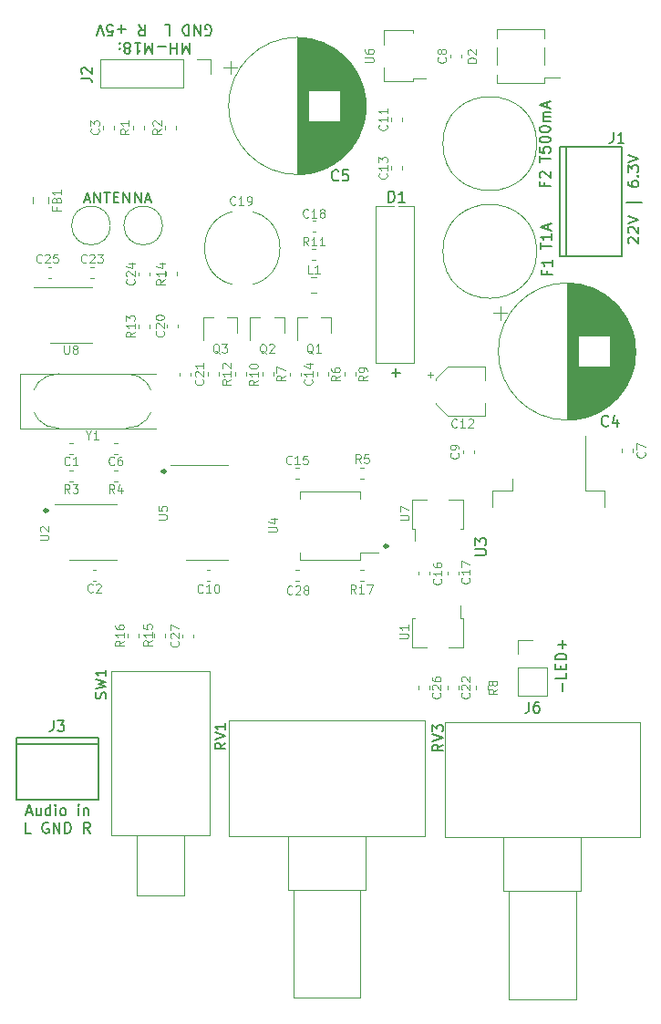
<source format=gto>
G04 #@! TF.GenerationSoftware,KiCad,Pcbnew,(5.1.10)-1*
G04 #@! TF.CreationDate,2021-10-15T17:24:33+02:00*
G04 #@! TF.ProjectId,Transmitter,5472616e-736d-4697-9474-65722e6b6963,rev?*
G04 #@! TF.SameCoordinates,Original*
G04 #@! TF.FileFunction,Legend,Top*
G04 #@! TF.FilePolarity,Positive*
%FSLAX46Y46*%
G04 Gerber Fmt 4.6, Leading zero omitted, Abs format (unit mm)*
G04 Created by KiCad (PCBNEW (5.1.10)-1) date 2021-10-15 17:24:33*
%MOMM*%
%LPD*%
G01*
G04 APERTURE LIST*
%ADD10C,0.150000*%
%ADD11C,0.300000*%
%ADD12C,0.120000*%
%ADD13C,0.100000*%
%ADD14R,2.514000X3.200000*%
%ADD15C,2.340000*%
%ADD16R,4.500000X2.000000*%
%ADD17O,1.700000X1.700000*%
%ADD18R,1.700000X1.700000*%
%ADD19O,2.200000X1.700000*%
%ADD20R,2.200000X1.700000*%
%ADD21C,2.500000*%
%ADD22C,3.000000*%
%ADD23C,2.000000*%
%ADD24O,1.700000X2.200000*%
%ADD25R,1.700000X2.200000*%
%ADD26C,3.200000*%
%ADD27C,1.500000*%
%ADD28R,0.900000X1.300000*%
%ADD29R,1.300000X0.900000*%
%ADD30R,10.800000X9.400000*%
%ADD31R,1.100000X4.600000*%
%ADD32R,0.800000X0.900000*%
%ADD33R,1.000000X0.800000*%
%ADD34R,2.500000X2.500000*%
%ADD35C,2.400000*%
%ADD36R,2.400000X2.400000*%
G04 APERTURE END LIST*
D10*
X168238095Y-73122619D02*
X168238095Y-74122619D01*
X167904761Y-73408333D01*
X167571428Y-74122619D01*
X167571428Y-73122619D01*
X167095238Y-73122619D02*
X167095238Y-74122619D01*
X167095238Y-73646428D02*
X166523809Y-73646428D01*
X166523809Y-73122619D02*
X166523809Y-74122619D01*
X166047619Y-73503571D02*
X165285714Y-73503571D01*
X164809523Y-73122619D02*
X164809523Y-74122619D01*
X164476190Y-73408333D01*
X164142857Y-74122619D01*
X164142857Y-73122619D01*
X163142857Y-73122619D02*
X163714285Y-73122619D01*
X163428571Y-73122619D02*
X163428571Y-74122619D01*
X163523809Y-73979761D01*
X163619047Y-73884523D01*
X163714285Y-73836904D01*
X162571428Y-73694047D02*
X162666666Y-73741666D01*
X162714285Y-73789285D01*
X162761904Y-73884523D01*
X162761904Y-73932142D01*
X162714285Y-74027380D01*
X162666666Y-74075000D01*
X162571428Y-74122619D01*
X162380952Y-74122619D01*
X162285714Y-74075000D01*
X162238095Y-74027380D01*
X162190476Y-73932142D01*
X162190476Y-73884523D01*
X162238095Y-73789285D01*
X162285714Y-73741666D01*
X162380952Y-73694047D01*
X162571428Y-73694047D01*
X162666666Y-73646428D01*
X162714285Y-73598809D01*
X162761904Y-73503571D01*
X162761904Y-73313095D01*
X162714285Y-73217857D01*
X162666666Y-73170238D01*
X162571428Y-73122619D01*
X162380952Y-73122619D01*
X162285714Y-73170238D01*
X162238095Y-73217857D01*
X162190476Y-73313095D01*
X162190476Y-73503571D01*
X162238095Y-73598809D01*
X162285714Y-73646428D01*
X162380952Y-73694047D01*
X161761904Y-73217857D02*
X161714285Y-73170238D01*
X161761904Y-73122619D01*
X161809523Y-73170238D01*
X161761904Y-73217857D01*
X161761904Y-73122619D01*
X161761904Y-73741666D02*
X161714285Y-73694047D01*
X161761904Y-73646428D01*
X161809523Y-73694047D01*
X161761904Y-73741666D01*
X161761904Y-73646428D01*
X169714285Y-72425000D02*
X169809523Y-72472619D01*
X169952380Y-72472619D01*
X170095238Y-72425000D01*
X170190476Y-72329761D01*
X170238095Y-72234523D01*
X170285714Y-72044047D01*
X170285714Y-71901190D01*
X170238095Y-71710714D01*
X170190476Y-71615476D01*
X170095238Y-71520238D01*
X169952380Y-71472619D01*
X169857142Y-71472619D01*
X169714285Y-71520238D01*
X169666666Y-71567857D01*
X169666666Y-71901190D01*
X169857142Y-71901190D01*
X169238095Y-71472619D02*
X169238095Y-72472619D01*
X168666666Y-71472619D01*
X168666666Y-72472619D01*
X168190476Y-71472619D02*
X168190476Y-72472619D01*
X167952380Y-72472619D01*
X167809523Y-72425000D01*
X167714285Y-72329761D01*
X167666666Y-72234523D01*
X167619047Y-72044047D01*
X167619047Y-71901190D01*
X167666666Y-71710714D01*
X167714285Y-71615476D01*
X167809523Y-71520238D01*
X167952380Y-71472619D01*
X168190476Y-71472619D01*
X165952380Y-71472619D02*
X166428571Y-71472619D01*
X166428571Y-72472619D01*
X163523809Y-71472619D02*
X163857142Y-71948809D01*
X164095238Y-71472619D02*
X164095238Y-72472619D01*
X163714285Y-72472619D01*
X163619047Y-72425000D01*
X163571428Y-72377380D01*
X163523809Y-72282142D01*
X163523809Y-72139285D01*
X163571428Y-72044047D01*
X163619047Y-71996428D01*
X163714285Y-71948809D01*
X164095238Y-71948809D01*
X162333333Y-71853571D02*
X161571428Y-71853571D01*
X161952380Y-71472619D02*
X161952380Y-72234523D01*
X160619047Y-72472619D02*
X161095238Y-72472619D01*
X161142857Y-71996428D01*
X161095238Y-72044047D01*
X161000000Y-72091666D01*
X160761904Y-72091666D01*
X160666666Y-72044047D01*
X160619047Y-71996428D01*
X160571428Y-71901190D01*
X160571428Y-71663095D01*
X160619047Y-71567857D01*
X160666666Y-71520238D01*
X160761904Y-71472619D01*
X161000000Y-71472619D01*
X161095238Y-71520238D01*
X161142857Y-71567857D01*
X160285714Y-72472619D02*
X159952380Y-71472619D01*
X159619047Y-72472619D01*
X209047619Y-91747619D02*
X209000000Y-91700000D01*
X208952380Y-91604761D01*
X208952380Y-91366666D01*
X209000000Y-91271428D01*
X209047619Y-91223809D01*
X209142857Y-91176190D01*
X209238095Y-91176190D01*
X209380952Y-91223809D01*
X209952380Y-91795238D01*
X209952380Y-91176190D01*
X209047619Y-90795238D02*
X209000000Y-90747619D01*
X208952380Y-90652380D01*
X208952380Y-90414285D01*
X209000000Y-90319047D01*
X209047619Y-90271428D01*
X209142857Y-90223809D01*
X209238095Y-90223809D01*
X209380952Y-90271428D01*
X209952380Y-90842857D01*
X209952380Y-90223809D01*
X208952380Y-89938095D02*
X209952380Y-89604761D01*
X208952380Y-89271428D01*
X210285714Y-87938095D02*
X208857142Y-87938095D01*
X208952380Y-86033333D02*
X208952380Y-86223809D01*
X209000000Y-86319047D01*
X209047619Y-86366666D01*
X209190476Y-86461904D01*
X209380952Y-86509523D01*
X209761904Y-86509523D01*
X209857142Y-86461904D01*
X209904761Y-86414285D01*
X209952380Y-86319047D01*
X209952380Y-86128571D01*
X209904761Y-86033333D01*
X209857142Y-85985714D01*
X209761904Y-85938095D01*
X209523809Y-85938095D01*
X209428571Y-85985714D01*
X209380952Y-86033333D01*
X209333333Y-86128571D01*
X209333333Y-86319047D01*
X209380952Y-86414285D01*
X209428571Y-86461904D01*
X209523809Y-86509523D01*
X209857142Y-85509523D02*
X209904761Y-85461904D01*
X209952380Y-85509523D01*
X209904761Y-85557142D01*
X209857142Y-85509523D01*
X209952380Y-85509523D01*
X208952380Y-85128571D02*
X208952380Y-84509523D01*
X209333333Y-84842857D01*
X209333333Y-84700000D01*
X209380952Y-84604761D01*
X209428571Y-84557142D01*
X209523809Y-84509523D01*
X209761904Y-84509523D01*
X209857142Y-84557142D01*
X209904761Y-84604761D01*
X209952380Y-84700000D01*
X209952380Y-84985714D01*
X209904761Y-85080952D01*
X209857142Y-85128571D01*
X208952380Y-84223809D02*
X209952380Y-83890476D01*
X208952380Y-83557142D01*
X200852380Y-92290476D02*
X200852380Y-91719047D01*
X201852380Y-92004761D02*
X200852380Y-92004761D01*
X201852380Y-90861904D02*
X201852380Y-91433333D01*
X201852380Y-91147619D02*
X200852380Y-91147619D01*
X200995238Y-91242857D01*
X201090476Y-91338095D01*
X201138095Y-91433333D01*
X201566666Y-90480952D02*
X201566666Y-90004761D01*
X201852380Y-90576190D02*
X200852380Y-90242857D01*
X201852380Y-89909523D01*
X200752380Y-84209523D02*
X200752380Y-83638095D01*
X201752380Y-83923809D02*
X200752380Y-83923809D01*
X200752380Y-82828571D02*
X200752380Y-83304761D01*
X201228571Y-83352380D01*
X201180952Y-83304761D01*
X201133333Y-83209523D01*
X201133333Y-82971428D01*
X201180952Y-82876190D01*
X201228571Y-82828571D01*
X201323809Y-82780952D01*
X201561904Y-82780952D01*
X201657142Y-82828571D01*
X201704761Y-82876190D01*
X201752380Y-82971428D01*
X201752380Y-83209523D01*
X201704761Y-83304761D01*
X201657142Y-83352380D01*
X200752380Y-82161904D02*
X200752380Y-82066666D01*
X200800000Y-81971428D01*
X200847619Y-81923809D01*
X200942857Y-81876190D01*
X201133333Y-81828571D01*
X201371428Y-81828571D01*
X201561904Y-81876190D01*
X201657142Y-81923809D01*
X201704761Y-81971428D01*
X201752380Y-82066666D01*
X201752380Y-82161904D01*
X201704761Y-82257142D01*
X201657142Y-82304761D01*
X201561904Y-82352380D01*
X201371428Y-82400000D01*
X201133333Y-82400000D01*
X200942857Y-82352380D01*
X200847619Y-82304761D01*
X200800000Y-82257142D01*
X200752380Y-82161904D01*
X200752380Y-81209523D02*
X200752380Y-81114285D01*
X200800000Y-81019047D01*
X200847619Y-80971428D01*
X200942857Y-80923809D01*
X201133333Y-80876190D01*
X201371428Y-80876190D01*
X201561904Y-80923809D01*
X201657142Y-80971428D01*
X201704761Y-81019047D01*
X201752380Y-81114285D01*
X201752380Y-81209523D01*
X201704761Y-81304761D01*
X201657142Y-81352380D01*
X201561904Y-81400000D01*
X201371428Y-81447619D01*
X201133333Y-81447619D01*
X200942857Y-81400000D01*
X200847619Y-81352380D01*
X200800000Y-81304761D01*
X200752380Y-81209523D01*
X201752380Y-80447619D02*
X201085714Y-80447619D01*
X201180952Y-80447619D02*
X201133333Y-80400000D01*
X201085714Y-80304761D01*
X201085714Y-80161904D01*
X201133333Y-80066666D01*
X201228571Y-80019047D01*
X201752380Y-80019047D01*
X201228571Y-80019047D02*
X201133333Y-79971428D01*
X201085714Y-79876190D01*
X201085714Y-79733333D01*
X201133333Y-79638095D01*
X201228571Y-79590476D01*
X201752380Y-79590476D01*
X201466666Y-79161904D02*
X201466666Y-78685714D01*
X201752380Y-79257142D02*
X200752380Y-78923809D01*
X201752380Y-78590476D01*
X202871428Y-133357142D02*
X202871428Y-132595238D01*
X203252380Y-131642857D02*
X203252380Y-132119047D01*
X202252380Y-132119047D01*
X202728571Y-131309523D02*
X202728571Y-130976190D01*
X203252380Y-130833333D02*
X203252380Y-131309523D01*
X202252380Y-131309523D01*
X202252380Y-130833333D01*
X203252380Y-130404761D02*
X202252380Y-130404761D01*
X202252380Y-130166666D01*
X202300000Y-130023809D01*
X202395238Y-129928571D01*
X202490476Y-129880952D01*
X202680952Y-129833333D01*
X202823809Y-129833333D01*
X203014285Y-129880952D01*
X203109523Y-129928571D01*
X203204761Y-130023809D01*
X203252380Y-130166666D01*
X203252380Y-130404761D01*
X202871428Y-129404761D02*
X202871428Y-128642857D01*
X203252380Y-129023809D02*
X202490476Y-129023809D01*
X153095238Y-144591666D02*
X153571428Y-144591666D01*
X153000000Y-144877380D02*
X153333333Y-143877380D01*
X153666666Y-144877380D01*
X154428571Y-144210714D02*
X154428571Y-144877380D01*
X154000000Y-144210714D02*
X154000000Y-144734523D01*
X154047619Y-144829761D01*
X154142857Y-144877380D01*
X154285714Y-144877380D01*
X154380952Y-144829761D01*
X154428571Y-144782142D01*
X155333333Y-144877380D02*
X155333333Y-143877380D01*
X155333333Y-144829761D02*
X155238095Y-144877380D01*
X155047619Y-144877380D01*
X154952380Y-144829761D01*
X154904761Y-144782142D01*
X154857142Y-144686904D01*
X154857142Y-144401190D01*
X154904761Y-144305952D01*
X154952380Y-144258333D01*
X155047619Y-144210714D01*
X155238095Y-144210714D01*
X155333333Y-144258333D01*
X155809523Y-144877380D02*
X155809523Y-144210714D01*
X155809523Y-143877380D02*
X155761904Y-143925000D01*
X155809523Y-143972619D01*
X155857142Y-143925000D01*
X155809523Y-143877380D01*
X155809523Y-143972619D01*
X156428571Y-144877380D02*
X156333333Y-144829761D01*
X156285714Y-144782142D01*
X156238095Y-144686904D01*
X156238095Y-144401190D01*
X156285714Y-144305952D01*
X156333333Y-144258333D01*
X156428571Y-144210714D01*
X156571428Y-144210714D01*
X156666666Y-144258333D01*
X156714285Y-144305952D01*
X156761904Y-144401190D01*
X156761904Y-144686904D01*
X156714285Y-144782142D01*
X156666666Y-144829761D01*
X156571428Y-144877380D01*
X156428571Y-144877380D01*
X157952380Y-144877380D02*
X157952380Y-144210714D01*
X157952380Y-143877380D02*
X157904761Y-143925000D01*
X157952380Y-143972619D01*
X158000000Y-143925000D01*
X157952380Y-143877380D01*
X157952380Y-143972619D01*
X158428571Y-144210714D02*
X158428571Y-144877380D01*
X158428571Y-144305952D02*
X158476190Y-144258333D01*
X158571428Y-144210714D01*
X158714285Y-144210714D01*
X158809523Y-144258333D01*
X158857142Y-144353571D01*
X158857142Y-144877380D01*
X153523809Y-146527380D02*
X153047619Y-146527380D01*
X153047619Y-145527380D01*
X155142857Y-145575000D02*
X155047619Y-145527380D01*
X154904761Y-145527380D01*
X154761904Y-145575000D01*
X154666666Y-145670238D01*
X154619047Y-145765476D01*
X154571428Y-145955952D01*
X154571428Y-146098809D01*
X154619047Y-146289285D01*
X154666666Y-146384523D01*
X154761904Y-146479761D01*
X154904761Y-146527380D01*
X155000000Y-146527380D01*
X155142857Y-146479761D01*
X155190476Y-146432142D01*
X155190476Y-146098809D01*
X155000000Y-146098809D01*
X155619047Y-146527380D02*
X155619047Y-145527380D01*
X156190476Y-146527380D01*
X156190476Y-145527380D01*
X156666666Y-146527380D02*
X156666666Y-145527380D01*
X156904761Y-145527380D01*
X157047619Y-145575000D01*
X157142857Y-145670238D01*
X157190476Y-145765476D01*
X157238095Y-145955952D01*
X157238095Y-146098809D01*
X157190476Y-146289285D01*
X157142857Y-146384523D01*
X157047619Y-146479761D01*
X156904761Y-146527380D01*
X156666666Y-146527380D01*
X159000000Y-146527380D02*
X158666666Y-146051190D01*
X158428571Y-146527380D02*
X158428571Y-145527380D01*
X158809523Y-145527380D01*
X158904761Y-145575000D01*
X158952380Y-145622619D01*
X159000000Y-145717857D01*
X159000000Y-145860714D01*
X158952380Y-145955952D01*
X158904761Y-146003571D01*
X158809523Y-146051190D01*
X158428571Y-146051190D01*
X158503571Y-87716666D02*
X158979761Y-87716666D01*
X158408333Y-88002380D02*
X158741666Y-87002380D01*
X159075000Y-88002380D01*
X159408333Y-88002380D02*
X159408333Y-87002380D01*
X159979761Y-88002380D01*
X159979761Y-87002380D01*
X160313095Y-87002380D02*
X160884523Y-87002380D01*
X160598809Y-88002380D02*
X160598809Y-87002380D01*
X161217857Y-87478571D02*
X161551190Y-87478571D01*
X161694047Y-88002380D02*
X161217857Y-88002380D01*
X161217857Y-87002380D01*
X161694047Y-87002380D01*
X162122619Y-88002380D02*
X162122619Y-87002380D01*
X162694047Y-88002380D01*
X162694047Y-87002380D01*
X163170238Y-88002380D02*
X163170238Y-87002380D01*
X163741666Y-88002380D01*
X163741666Y-87002380D01*
X164170238Y-87716666D02*
X164646428Y-87716666D01*
X164075000Y-88002380D02*
X164408333Y-87002380D01*
X164741666Y-88002380D01*
D11*
X186500000Y-119814285D02*
X186595238Y-119909523D01*
X186500000Y-120004761D01*
X186404761Y-119909523D01*
X186500000Y-119814285D01*
X186500000Y-120004761D01*
X165850000Y-112864285D02*
X165945238Y-112959523D01*
X165850000Y-113054761D01*
X165754761Y-112959523D01*
X165850000Y-112864285D01*
X165850000Y-113054761D01*
X154925000Y-116514285D02*
X155020238Y-116609523D01*
X154925000Y-116704761D01*
X154829761Y-116609523D01*
X154925000Y-116514285D01*
X154925000Y-116704761D01*
D12*
X157250000Y-95840000D02*
X153800000Y-95840000D01*
X157250000Y-95840000D02*
X159200000Y-95840000D01*
X157250000Y-100960000D02*
X155300000Y-100960000D01*
X157250000Y-100960000D02*
X159200000Y-100960000D01*
X210070000Y-136180000D02*
X210070000Y-146920000D01*
X191930000Y-136180000D02*
X191930000Y-146920000D01*
X210070000Y-136180000D02*
X191930000Y-136180000D01*
X210070000Y-146920000D02*
X191930000Y-146920000D01*
X204620000Y-146920000D02*
X204620000Y-151920000D01*
X197380000Y-146920000D02*
X197380000Y-151920000D01*
X204620000Y-146920000D02*
X197380000Y-146920000D01*
X204620000Y-151920000D02*
X197380000Y-151920000D01*
X204120000Y-151920000D02*
X204120000Y-161920000D01*
X197879000Y-151920000D02*
X197879000Y-161920000D01*
X204120000Y-151920000D02*
X197879000Y-151920000D01*
X204120000Y-161920000D02*
X197879000Y-161920000D01*
X190070000Y-136080000D02*
X190070000Y-146820000D01*
X171930000Y-136080000D02*
X171930000Y-146820000D01*
X190070000Y-136080000D02*
X171930000Y-136080000D01*
X190070000Y-146820000D02*
X171930000Y-146820000D01*
X184620000Y-146820000D02*
X184620000Y-151820000D01*
X177380000Y-146820000D02*
X177380000Y-151820000D01*
X184620000Y-146820000D02*
X177380000Y-146820000D01*
X184620000Y-151820000D02*
X177380000Y-151820000D01*
X184120000Y-151820000D02*
X184120000Y-161820000D01*
X177879000Y-151820000D02*
X177879000Y-161820000D01*
X184120000Y-151820000D02*
X177879000Y-151820000D01*
X184120000Y-161820000D02*
X177879000Y-161820000D01*
X165150000Y-103850000D02*
X152550000Y-103850000D01*
X152550000Y-103850000D02*
X152550000Y-108950000D01*
X152550000Y-108950000D02*
X165150000Y-108950000D01*
X159950000Y-74670000D02*
X159950000Y-77330000D01*
X167630000Y-74670000D02*
X159950000Y-74670000D01*
X167630000Y-77330000D02*
X159950000Y-77330000D01*
X167630000Y-74670000D02*
X167630000Y-77330000D01*
X168900000Y-74670000D02*
X170230000Y-74670000D01*
X170230000Y-74670000D02*
X170230000Y-76000000D01*
D10*
X203200000Y-92980000D02*
X203200000Y-82820000D01*
X202600000Y-92980000D02*
X202600000Y-82820000D01*
X202600000Y-82820000D02*
X208400000Y-82820000D01*
X208400000Y-82820000D02*
X208400000Y-92980000D01*
X208400000Y-92980000D02*
X202600000Y-92980000D01*
D12*
X176650000Y-92200000D02*
G75*
G03*
X176650000Y-92200000I-3500000J0D01*
G01*
X153690000Y-88011252D02*
X153690000Y-87488748D01*
X155110000Y-88011252D02*
X155110000Y-87488748D01*
X184128733Y-122040000D02*
X184471267Y-122040000D01*
X184128733Y-123060000D02*
X184471267Y-123060000D01*
X178103733Y-122090000D02*
X178396267Y-122090000D01*
X178103733Y-123110000D02*
X178396267Y-123110000D01*
X198770000Y-133770000D02*
X201430000Y-133770000D01*
X198770000Y-131170000D02*
X198770000Y-133770000D01*
X201430000Y-131170000D02*
X201430000Y-133770000D01*
X198770000Y-131170000D02*
X201430000Y-131170000D01*
X198770000Y-129900000D02*
X198770000Y-128570000D01*
X198770000Y-128570000D02*
X200100000Y-128570000D01*
X160900694Y-90100000D02*
G75*
G03*
X160900694Y-90100000I-1800694J0D01*
G01*
X165750694Y-90100000D02*
G75*
G03*
X165750694Y-90100000I-1800694J0D01*
G01*
X167762500Y-152308000D02*
X167762500Y-146720000D01*
X163317500Y-152308000D02*
X163317500Y-146720000D01*
X163317500Y-152308000D02*
X167762500Y-152308000D01*
X170112000Y-146720000D02*
X170112000Y-131480000D01*
X160968000Y-146720000D02*
X170112000Y-146720000D01*
X160968000Y-131480000D02*
X160968000Y-146720000D01*
X160968000Y-131480000D02*
X170112000Y-131480000D01*
X162490000Y-128371267D02*
X162490000Y-128028733D01*
X163510000Y-128371267D02*
X163510000Y-128028733D01*
X166010000Y-128028733D02*
X166010000Y-128371267D01*
X164990000Y-128028733D02*
X164990000Y-128371267D01*
D10*
X152190000Y-138250000D02*
X159810000Y-138250000D01*
X152190000Y-137650000D02*
X159810000Y-137650000D01*
X159810000Y-137650000D02*
X159810000Y-143450000D01*
X159810000Y-143450000D02*
X152190000Y-143450000D01*
X152190000Y-143450000D02*
X152190000Y-137650000D01*
D12*
X167590000Y-128346267D02*
X167590000Y-128053733D01*
X168610000Y-128346267D02*
X168610000Y-128053733D01*
X162365000Y-108925000D02*
G75*
G03*
X162365000Y-103875000I0J2525000D01*
G01*
X156115000Y-108925000D02*
G75*
G02*
X156115000Y-103875000I0J2525000D01*
G01*
X156115000Y-103875000D02*
X162365000Y-103875000D01*
X156115000Y-108925000D02*
X162365000Y-108925000D01*
X192350000Y-115540000D02*
X193660000Y-115540000D01*
X193660000Y-115540000D02*
X193660000Y-118260000D01*
X189170000Y-119400000D02*
X189170000Y-118260000D01*
X188940000Y-115540000D02*
X190250000Y-115540000D01*
X188940000Y-118260000D02*
X188940000Y-115540000D01*
X188940000Y-118260000D02*
X189170000Y-118260000D01*
X193660000Y-118260000D02*
X193430000Y-118260000D01*
X186315000Y-73300000D02*
X186315000Y-71990000D01*
X186315000Y-71990000D02*
X189035000Y-71990000D01*
X190175000Y-76480000D02*
X189035000Y-76480000D01*
X186315000Y-76710000D02*
X186315000Y-75400000D01*
X189035000Y-76710000D02*
X186315000Y-76710000D01*
X189035000Y-76710000D02*
X189035000Y-76480000D01*
X189035000Y-71990000D02*
X189035000Y-72220000D01*
X169900000Y-121185000D02*
X171850000Y-121185000D01*
X169900000Y-121185000D02*
X167950000Y-121185000D01*
X169900000Y-112315000D02*
X171850000Y-112315000D01*
X169900000Y-112315000D02*
X166450000Y-112315000D01*
X181300000Y-114770000D02*
X178540000Y-114770000D01*
X178540000Y-114770000D02*
X178540000Y-115515000D01*
X181300000Y-114770000D02*
X184060000Y-114770000D01*
X184060000Y-114770000D02*
X184060000Y-115515000D01*
X181300000Y-121190000D02*
X178540000Y-121190000D01*
X178540000Y-121190000D02*
X178540000Y-120445000D01*
X181300000Y-121190000D02*
X184060000Y-121190000D01*
X184060000Y-121190000D02*
X184060000Y-120445000D01*
X184060000Y-120445000D02*
X185750000Y-120445000D01*
X206800000Y-116250000D02*
X206800000Y-114750000D01*
X206800000Y-114750000D02*
X204990000Y-114750000D01*
X204990000Y-114750000D02*
X204990000Y-109625000D01*
X196400000Y-116250000D02*
X196400000Y-114750000D01*
X196400000Y-114750000D02*
X198210000Y-114750000D01*
X198210000Y-114750000D02*
X198210000Y-113650000D01*
X159300000Y-121190000D02*
X161500000Y-121190000D01*
X159300000Y-121190000D02*
X157100000Y-121190000D01*
X159300000Y-115970000D02*
X161500000Y-115970000D01*
X159300000Y-115970000D02*
X155700000Y-115970000D01*
X190250000Y-129260000D02*
X188940000Y-129260000D01*
X188940000Y-129260000D02*
X188940000Y-126540000D01*
X193430000Y-125400000D02*
X193430000Y-126540000D01*
X193660000Y-129260000D02*
X192350000Y-129260000D01*
X193660000Y-126540000D02*
X193660000Y-129260000D01*
X193660000Y-126540000D02*
X193430000Y-126540000D01*
X188940000Y-126540000D02*
X189170000Y-126540000D01*
X166090000Y-94771267D02*
X166090000Y-94428733D01*
X167110000Y-94771267D02*
X167110000Y-94428733D01*
X164510000Y-99278733D02*
X164510000Y-99621267D01*
X163490000Y-99278733D02*
X163490000Y-99621267D01*
X170935000Y-103728733D02*
X170935000Y-104071267D01*
X169915000Y-103728733D02*
X169915000Y-104071267D01*
X179971267Y-93310000D02*
X179628733Y-93310000D01*
X179971267Y-92290000D02*
X179628733Y-92290000D01*
X173485000Y-103728733D02*
X173485000Y-104071267D01*
X172465000Y-103728733D02*
X172465000Y-104071267D01*
X183685000Y-103728733D02*
X183685000Y-104071267D01*
X182665000Y-103728733D02*
X182665000Y-104071267D01*
X195910000Y-132828733D02*
X195910000Y-133171267D01*
X194890000Y-132828733D02*
X194890000Y-133171267D01*
X176035000Y-103728733D02*
X176035000Y-104071267D01*
X175015000Y-103728733D02*
X175015000Y-104071267D01*
X181135000Y-103728733D02*
X181135000Y-104071267D01*
X180115000Y-103728733D02*
X180115000Y-104071267D01*
X184128733Y-112590000D02*
X184471267Y-112590000D01*
X184128733Y-113610000D02*
X184471267Y-113610000D01*
X161228733Y-112890000D02*
X161571267Y-112890000D01*
X161228733Y-113910000D02*
X161571267Y-113910000D01*
X157078733Y-112890000D02*
X157421267Y-112890000D01*
X157078733Y-113910000D02*
X157421267Y-113910000D01*
X167010000Y-80828733D02*
X167010000Y-81171267D01*
X165990000Y-80828733D02*
X165990000Y-81171267D01*
X162990000Y-81171267D02*
X162990000Y-80828733D01*
X164010000Y-81171267D02*
X164010000Y-80828733D01*
X172680000Y-98590000D02*
X171750000Y-98590000D01*
X169520000Y-98590000D02*
X170450000Y-98590000D01*
X169520000Y-98590000D02*
X169520000Y-100750000D01*
X172680000Y-98590000D02*
X172680000Y-100050000D01*
X177030000Y-98590000D02*
X176100000Y-98590000D01*
X173870000Y-98590000D02*
X174800000Y-98590000D01*
X173870000Y-98590000D02*
X173870000Y-100750000D01*
X177030000Y-98590000D02*
X177030000Y-100050000D01*
X181380000Y-98590000D02*
X180450000Y-98590000D01*
X178220000Y-98590000D02*
X179150000Y-98590000D01*
X178220000Y-98590000D02*
X178220000Y-100750000D01*
X181380000Y-98590000D02*
X181380000Y-100050000D01*
X180061252Y-96310000D02*
X179538748Y-96310000D01*
X180061252Y-94890000D02*
X179538748Y-94890000D01*
X200500000Y-82500000D02*
G75*
G03*
X200500000Y-82500000I-4360000J0D01*
G01*
X200500000Y-92500000D02*
G75*
G03*
X200500000Y-92500000I-4360000J0D01*
G01*
X201200000Y-76900000D02*
X201200000Y-76400000D01*
X201200000Y-76400000D02*
X202600000Y-76400000D01*
X196800000Y-75200000D02*
X196800000Y-73600000D01*
X201200000Y-75200000D02*
X201200000Y-73600000D01*
X196800000Y-76100000D02*
X196800000Y-76900000D01*
X196800000Y-76900000D02*
X201200000Y-76900000D01*
X196800000Y-72700000D02*
X196800000Y-71900000D01*
X196800000Y-71900000D02*
X201200000Y-71900000D01*
X201200000Y-71900000D02*
X201200000Y-72700000D01*
X189126000Y-102872000D02*
X185570000Y-102872000D01*
X189126000Y-88267000D02*
X189126000Y-102872000D01*
X185570000Y-88267000D02*
X189126000Y-88267000D01*
X185570000Y-102872000D02*
X185570000Y-88267000D01*
X190510000Y-132853733D02*
X190510000Y-133146267D01*
X189490000Y-132853733D02*
X189490000Y-133146267D01*
X155396267Y-95010000D02*
X155103733Y-95010000D01*
X155396267Y-93990000D02*
X155103733Y-93990000D01*
X164510000Y-94453733D02*
X164510000Y-94746267D01*
X163490000Y-94453733D02*
X163490000Y-94746267D01*
X159053733Y-93990000D02*
X159346267Y-93990000D01*
X159053733Y-95010000D02*
X159346267Y-95010000D01*
X193210000Y-132853733D02*
X193210000Y-133146267D01*
X192190000Y-132853733D02*
X192190000Y-133146267D01*
X167365000Y-104046267D02*
X167365000Y-103753733D01*
X168385000Y-104046267D02*
X168385000Y-103753733D01*
X166115000Y-99596267D02*
X166115000Y-99303733D01*
X167135000Y-99596267D02*
X167135000Y-99303733D01*
X179946267Y-90710000D02*
X179653733Y-90710000D01*
X179946267Y-89690000D02*
X179653733Y-89690000D01*
X193210000Y-122253733D02*
X193210000Y-122546267D01*
X192190000Y-122253733D02*
X192190000Y-122546267D01*
X190510000Y-122253733D02*
X190510000Y-122546267D01*
X189490000Y-122253733D02*
X189490000Y-122546267D01*
X178103733Y-112590000D02*
X178396267Y-112590000D01*
X178103733Y-113610000D02*
X178396267Y-113610000D01*
X178585000Y-103753733D02*
X178585000Y-104046267D01*
X177565000Y-103753733D02*
X177565000Y-104046267D01*
X188010000Y-84603733D02*
X188010000Y-84896267D01*
X186990000Y-84603733D02*
X186990000Y-84896267D01*
X195660000Y-107760000D02*
X195660000Y-106560000D01*
X195660000Y-103240000D02*
X195660000Y-104440000D01*
X192204437Y-103240000D02*
X195660000Y-103240000D01*
X192204437Y-107760000D02*
X195660000Y-107760000D01*
X191140000Y-106695563D02*
X191140000Y-106560000D01*
X191140000Y-104304437D02*
X191140000Y-104440000D01*
X191140000Y-104304437D02*
X192204437Y-103240000D01*
X191140000Y-106695563D02*
X192204437Y-107760000D01*
X190400000Y-103940000D02*
X190900000Y-103940000D01*
X190650000Y-103690000D02*
X190650000Y-104190000D01*
X186990000Y-80396267D02*
X186990000Y-80103733D01*
X188010000Y-80396267D02*
X188010000Y-80103733D01*
X169853733Y-122090000D02*
X170146267Y-122090000D01*
X169853733Y-123110000D02*
X170146267Y-123110000D01*
X193690000Y-111246267D02*
X193690000Y-110953733D01*
X194710000Y-111246267D02*
X194710000Y-110953733D01*
X193485000Y-74203733D02*
X193485000Y-74496267D01*
X192465000Y-74203733D02*
X192465000Y-74496267D01*
X208390000Y-111146267D02*
X208390000Y-110853733D01*
X209410000Y-111146267D02*
X209410000Y-110853733D01*
X161533767Y-111310000D02*
X161241233Y-111310000D01*
X161533767Y-110290000D02*
X161241233Y-110290000D01*
X184620000Y-79000000D02*
G75*
G03*
X184620000Y-79000000I-6370000J0D01*
G01*
X178250000Y-72670000D02*
X178250000Y-85330000D01*
X178290000Y-72670000D02*
X178290000Y-85330000D01*
X178330000Y-72670000D02*
X178330000Y-85330000D01*
X178370000Y-72671000D02*
X178370000Y-85329000D01*
X178410000Y-72672000D02*
X178410000Y-85328000D01*
X178450000Y-72673000D02*
X178450000Y-85327000D01*
X178490000Y-72674000D02*
X178490000Y-85326000D01*
X178530000Y-72676000D02*
X178530000Y-85324000D01*
X178570000Y-72678000D02*
X178570000Y-85322000D01*
X178610000Y-72680000D02*
X178610000Y-85320000D01*
X178650000Y-72682000D02*
X178650000Y-85318000D01*
X178690000Y-72685000D02*
X178690000Y-85315000D01*
X178730000Y-72688000D02*
X178730000Y-85312000D01*
X178770000Y-72691000D02*
X178770000Y-85309000D01*
X178810000Y-72694000D02*
X178810000Y-85306000D01*
X178850000Y-72698000D02*
X178850000Y-85302000D01*
X178890000Y-72702000D02*
X178890000Y-85298000D01*
X178930000Y-72706000D02*
X178930000Y-85294000D01*
X178971000Y-72710000D02*
X178971000Y-85290000D01*
X179011000Y-72715000D02*
X179011000Y-85285000D01*
X179051000Y-72720000D02*
X179051000Y-85280000D01*
X179091000Y-72725000D02*
X179091000Y-85275000D01*
X179131000Y-72731000D02*
X179131000Y-85269000D01*
X179171000Y-72736000D02*
X179171000Y-85264000D01*
X179211000Y-72742000D02*
X179211000Y-85258000D01*
X179251000Y-72748000D02*
X179251000Y-85252000D01*
X179291000Y-72755000D02*
X179291000Y-85245000D01*
X179331000Y-72762000D02*
X179331000Y-77560000D01*
X179331000Y-80440000D02*
X179331000Y-85238000D01*
X179371000Y-72769000D02*
X179371000Y-77560000D01*
X179371000Y-80440000D02*
X179371000Y-85231000D01*
X179411000Y-72776000D02*
X179411000Y-77560000D01*
X179411000Y-80440000D02*
X179411000Y-85224000D01*
X179451000Y-72784000D02*
X179451000Y-77560000D01*
X179451000Y-80440000D02*
X179451000Y-85216000D01*
X179491000Y-72791000D02*
X179491000Y-77560000D01*
X179491000Y-80440000D02*
X179491000Y-85209000D01*
X179531000Y-72799000D02*
X179531000Y-77560000D01*
X179531000Y-80440000D02*
X179531000Y-85201000D01*
X179571000Y-72808000D02*
X179571000Y-77560000D01*
X179571000Y-80440000D02*
X179571000Y-85192000D01*
X179611000Y-72816000D02*
X179611000Y-77560000D01*
X179611000Y-80440000D02*
X179611000Y-85184000D01*
X179651000Y-72825000D02*
X179651000Y-77560000D01*
X179651000Y-80440000D02*
X179651000Y-85175000D01*
X179691000Y-72834000D02*
X179691000Y-77560000D01*
X179691000Y-80440000D02*
X179691000Y-85166000D01*
X179731000Y-72844000D02*
X179731000Y-77560000D01*
X179731000Y-80440000D02*
X179731000Y-85156000D01*
X179771000Y-72854000D02*
X179771000Y-77560000D01*
X179771000Y-80440000D02*
X179771000Y-85146000D01*
X179811000Y-72863000D02*
X179811000Y-77560000D01*
X179811000Y-80440000D02*
X179811000Y-85137000D01*
X179851000Y-72874000D02*
X179851000Y-77560000D01*
X179851000Y-80440000D02*
X179851000Y-85126000D01*
X179891000Y-72884000D02*
X179891000Y-77560000D01*
X179891000Y-80440000D02*
X179891000Y-85116000D01*
X179931000Y-72895000D02*
X179931000Y-77560000D01*
X179931000Y-80440000D02*
X179931000Y-85105000D01*
X179971000Y-72906000D02*
X179971000Y-77560000D01*
X179971000Y-80440000D02*
X179971000Y-85094000D01*
X180011000Y-72917000D02*
X180011000Y-77560000D01*
X180011000Y-80440000D02*
X180011000Y-85083000D01*
X180051000Y-72929000D02*
X180051000Y-77560000D01*
X180051000Y-80440000D02*
X180051000Y-85071000D01*
X180091000Y-72941000D02*
X180091000Y-77560000D01*
X180091000Y-80440000D02*
X180091000Y-85059000D01*
X180131000Y-72953000D02*
X180131000Y-77560000D01*
X180131000Y-80440000D02*
X180131000Y-85047000D01*
X180171000Y-72966000D02*
X180171000Y-77560000D01*
X180171000Y-80440000D02*
X180171000Y-85034000D01*
X180211000Y-72979000D02*
X180211000Y-77560000D01*
X180211000Y-80440000D02*
X180211000Y-85021000D01*
X180251000Y-72992000D02*
X180251000Y-77560000D01*
X180251000Y-80440000D02*
X180251000Y-85008000D01*
X180291000Y-73005000D02*
X180291000Y-77560000D01*
X180291000Y-80440000D02*
X180291000Y-84995000D01*
X180331000Y-73019000D02*
X180331000Y-77560000D01*
X180331000Y-80440000D02*
X180331000Y-84981000D01*
X180371000Y-73033000D02*
X180371000Y-77560000D01*
X180371000Y-80440000D02*
X180371000Y-84967000D01*
X180411000Y-73047000D02*
X180411000Y-77560000D01*
X180411000Y-80440000D02*
X180411000Y-84953000D01*
X180451000Y-73061000D02*
X180451000Y-77560000D01*
X180451000Y-80440000D02*
X180451000Y-84939000D01*
X180491000Y-73076000D02*
X180491000Y-77560000D01*
X180491000Y-80440000D02*
X180491000Y-84924000D01*
X180531000Y-73092000D02*
X180531000Y-77560000D01*
X180531000Y-80440000D02*
X180531000Y-84908000D01*
X180571000Y-73107000D02*
X180571000Y-77560000D01*
X180571000Y-80440000D02*
X180571000Y-84893000D01*
X180611000Y-73123000D02*
X180611000Y-77560000D01*
X180611000Y-80440000D02*
X180611000Y-84877000D01*
X180651000Y-73139000D02*
X180651000Y-77560000D01*
X180651000Y-80440000D02*
X180651000Y-84861000D01*
X180691000Y-73155000D02*
X180691000Y-77560000D01*
X180691000Y-80440000D02*
X180691000Y-84845000D01*
X180731000Y-73172000D02*
X180731000Y-77560000D01*
X180731000Y-80440000D02*
X180731000Y-84828000D01*
X180771000Y-73189000D02*
X180771000Y-77560000D01*
X180771000Y-80440000D02*
X180771000Y-84811000D01*
X180811000Y-73207000D02*
X180811000Y-77560000D01*
X180811000Y-80440000D02*
X180811000Y-84793000D01*
X180851000Y-73224000D02*
X180851000Y-77560000D01*
X180851000Y-80440000D02*
X180851000Y-84776000D01*
X180891000Y-73242000D02*
X180891000Y-77560000D01*
X180891000Y-80440000D02*
X180891000Y-84758000D01*
X180931000Y-73261000D02*
X180931000Y-77560000D01*
X180931000Y-80440000D02*
X180931000Y-84739000D01*
X180971000Y-73279000D02*
X180971000Y-77560000D01*
X180971000Y-80440000D02*
X180971000Y-84721000D01*
X181011000Y-73298000D02*
X181011000Y-77560000D01*
X181011000Y-80440000D02*
X181011000Y-84702000D01*
X181051000Y-73318000D02*
X181051000Y-77560000D01*
X181051000Y-80440000D02*
X181051000Y-84682000D01*
X181091000Y-73338000D02*
X181091000Y-77560000D01*
X181091000Y-80440000D02*
X181091000Y-84662000D01*
X181131000Y-73358000D02*
X181131000Y-77560000D01*
X181131000Y-80440000D02*
X181131000Y-84642000D01*
X181171000Y-73378000D02*
X181171000Y-77560000D01*
X181171000Y-80440000D02*
X181171000Y-84622000D01*
X181211000Y-73399000D02*
X181211000Y-77560000D01*
X181211000Y-80440000D02*
X181211000Y-84601000D01*
X181251000Y-73420000D02*
X181251000Y-77560000D01*
X181251000Y-80440000D02*
X181251000Y-84580000D01*
X181291000Y-73442000D02*
X181291000Y-77560000D01*
X181291000Y-80440000D02*
X181291000Y-84558000D01*
X181331000Y-73464000D02*
X181331000Y-77560000D01*
X181331000Y-80440000D02*
X181331000Y-84536000D01*
X181371000Y-73486000D02*
X181371000Y-77560000D01*
X181371000Y-80440000D02*
X181371000Y-84514000D01*
X181411000Y-73509000D02*
X181411000Y-77560000D01*
X181411000Y-80440000D02*
X181411000Y-84491000D01*
X181451000Y-73532000D02*
X181451000Y-77560000D01*
X181451000Y-80440000D02*
X181451000Y-84468000D01*
X181491000Y-73555000D02*
X181491000Y-77560000D01*
X181491000Y-80440000D02*
X181491000Y-84445000D01*
X181531000Y-73579000D02*
X181531000Y-77560000D01*
X181531000Y-80440000D02*
X181531000Y-84421000D01*
X181571000Y-73603000D02*
X181571000Y-77560000D01*
X181571000Y-80440000D02*
X181571000Y-84397000D01*
X181611000Y-73628000D02*
X181611000Y-77560000D01*
X181611000Y-80440000D02*
X181611000Y-84372000D01*
X181651000Y-73653000D02*
X181651000Y-77560000D01*
X181651000Y-80440000D02*
X181651000Y-84347000D01*
X181691000Y-73678000D02*
X181691000Y-77560000D01*
X181691000Y-80440000D02*
X181691000Y-84322000D01*
X181731000Y-73704000D02*
X181731000Y-77560000D01*
X181731000Y-80440000D02*
X181731000Y-84296000D01*
X181771000Y-73730000D02*
X181771000Y-77560000D01*
X181771000Y-80440000D02*
X181771000Y-84270000D01*
X181811000Y-73757000D02*
X181811000Y-77560000D01*
X181811000Y-80440000D02*
X181811000Y-84243000D01*
X181851000Y-73784000D02*
X181851000Y-77560000D01*
X181851000Y-80440000D02*
X181851000Y-84216000D01*
X181891000Y-73812000D02*
X181891000Y-77560000D01*
X181891000Y-80440000D02*
X181891000Y-84188000D01*
X181931000Y-73840000D02*
X181931000Y-77560000D01*
X181931000Y-80440000D02*
X181931000Y-84160000D01*
X181971000Y-73869000D02*
X181971000Y-77560000D01*
X181971000Y-80440000D02*
X181971000Y-84131000D01*
X182011000Y-73898000D02*
X182011000Y-77560000D01*
X182011000Y-80440000D02*
X182011000Y-84102000D01*
X182051000Y-73927000D02*
X182051000Y-77560000D01*
X182051000Y-80440000D02*
X182051000Y-84073000D01*
X182091000Y-73957000D02*
X182091000Y-77560000D01*
X182091000Y-80440000D02*
X182091000Y-84043000D01*
X182131000Y-73988000D02*
X182131000Y-77560000D01*
X182131000Y-80440000D02*
X182131000Y-84012000D01*
X182171000Y-74018000D02*
X182171000Y-77560000D01*
X182171000Y-80440000D02*
X182171000Y-83982000D01*
X182211000Y-74050000D02*
X182211000Y-83950000D01*
X182251000Y-74082000D02*
X182251000Y-83918000D01*
X182291000Y-74115000D02*
X182291000Y-83885000D01*
X182331000Y-74148000D02*
X182331000Y-83852000D01*
X182371000Y-74181000D02*
X182371000Y-83819000D01*
X182411000Y-74215000D02*
X182411000Y-83785000D01*
X182451000Y-74250000D02*
X182451000Y-83750000D01*
X182491000Y-74286000D02*
X182491000Y-83714000D01*
X182531000Y-74322000D02*
X182531000Y-83678000D01*
X182571000Y-74358000D02*
X182571000Y-83642000D01*
X182611000Y-74395000D02*
X182611000Y-83605000D01*
X182651000Y-74433000D02*
X182651000Y-83567000D01*
X182691000Y-74472000D02*
X182691000Y-83528000D01*
X182731000Y-74511000D02*
X182731000Y-83489000D01*
X182771000Y-74551000D02*
X182771000Y-83449000D01*
X182811000Y-74592000D02*
X182811000Y-83408000D01*
X182851000Y-74633000D02*
X182851000Y-83367000D01*
X182891000Y-74675000D02*
X182891000Y-83325000D01*
X182931000Y-74718000D02*
X182931000Y-83282000D01*
X182971000Y-74762000D02*
X182971000Y-83238000D01*
X183011000Y-74806000D02*
X183011000Y-83194000D01*
X183051000Y-74852000D02*
X183051000Y-83148000D01*
X183091000Y-74898000D02*
X183091000Y-83102000D01*
X183131000Y-74945000D02*
X183131000Y-83055000D01*
X183171000Y-74993000D02*
X183171000Y-83007000D01*
X183211000Y-75043000D02*
X183211000Y-82957000D01*
X183251000Y-75093000D02*
X183251000Y-82907000D01*
X183291000Y-75144000D02*
X183291000Y-82856000D01*
X183331000Y-75196000D02*
X183331000Y-82804000D01*
X183371000Y-75250000D02*
X183371000Y-82750000D01*
X183411000Y-75304000D02*
X183411000Y-82696000D01*
X183451000Y-75360000D02*
X183451000Y-82640000D01*
X183491000Y-75417000D02*
X183491000Y-82583000D01*
X183531000Y-75476000D02*
X183531000Y-82524000D01*
X183571000Y-75536000D02*
X183571000Y-82464000D01*
X183611000Y-75598000D02*
X183611000Y-82402000D01*
X183651000Y-75661000D02*
X183651000Y-82339000D01*
X183691000Y-75725000D02*
X183691000Y-82275000D01*
X183731000Y-75792000D02*
X183731000Y-82208000D01*
X183771000Y-75860000D02*
X183771000Y-82140000D01*
X183811000Y-75931000D02*
X183811000Y-82069000D01*
X183851000Y-76004000D02*
X183851000Y-81996000D01*
X183891000Y-76079000D02*
X183891000Y-81921000D01*
X183931000Y-76156000D02*
X183931000Y-81844000D01*
X183971000Y-76236000D02*
X183971000Y-81764000D01*
X184011000Y-76319000D02*
X184011000Y-81681000D01*
X184051000Y-76406000D02*
X184051000Y-81594000D01*
X184091000Y-76496000D02*
X184091000Y-81504000D01*
X184131000Y-76590000D02*
X184131000Y-81410000D01*
X184171000Y-76688000D02*
X184171000Y-81312000D01*
X184211000Y-76791000D02*
X184211000Y-81209000D01*
X184251000Y-76900000D02*
X184251000Y-81100000D01*
X184291000Y-77016000D02*
X184291000Y-80984000D01*
X184331000Y-77139000D02*
X184331000Y-80861000D01*
X184371000Y-77272000D02*
X184371000Y-80728000D01*
X184411000Y-77417000D02*
X184411000Y-80583000D01*
X184451000Y-77578000D02*
X184451000Y-80422000D01*
X184491000Y-77759000D02*
X184491000Y-80241000D01*
X184531000Y-77972000D02*
X184531000Y-80028000D01*
X184571000Y-78243000D02*
X184571000Y-79757000D01*
X184611000Y-78683000D02*
X184611000Y-79317000D01*
X171432918Y-75425000D02*
X172682918Y-75425000D01*
X172057918Y-74800000D02*
X172057918Y-76050000D01*
X209670000Y-101800000D02*
G75*
G03*
X209670000Y-101800000I-6370000J0D01*
G01*
X203300000Y-95470000D02*
X203300000Y-108130000D01*
X203340000Y-95470000D02*
X203340000Y-108130000D01*
X203380000Y-95470000D02*
X203380000Y-108130000D01*
X203420000Y-95471000D02*
X203420000Y-108129000D01*
X203460000Y-95472000D02*
X203460000Y-108128000D01*
X203500000Y-95473000D02*
X203500000Y-108127000D01*
X203540000Y-95474000D02*
X203540000Y-108126000D01*
X203580000Y-95476000D02*
X203580000Y-108124000D01*
X203620000Y-95478000D02*
X203620000Y-108122000D01*
X203660000Y-95480000D02*
X203660000Y-108120000D01*
X203700000Y-95482000D02*
X203700000Y-108118000D01*
X203740000Y-95485000D02*
X203740000Y-108115000D01*
X203780000Y-95488000D02*
X203780000Y-108112000D01*
X203820000Y-95491000D02*
X203820000Y-108109000D01*
X203860000Y-95494000D02*
X203860000Y-108106000D01*
X203900000Y-95498000D02*
X203900000Y-108102000D01*
X203940000Y-95502000D02*
X203940000Y-108098000D01*
X203980000Y-95506000D02*
X203980000Y-108094000D01*
X204021000Y-95510000D02*
X204021000Y-108090000D01*
X204061000Y-95515000D02*
X204061000Y-108085000D01*
X204101000Y-95520000D02*
X204101000Y-108080000D01*
X204141000Y-95525000D02*
X204141000Y-108075000D01*
X204181000Y-95531000D02*
X204181000Y-108069000D01*
X204221000Y-95536000D02*
X204221000Y-108064000D01*
X204261000Y-95542000D02*
X204261000Y-108058000D01*
X204301000Y-95548000D02*
X204301000Y-108052000D01*
X204341000Y-95555000D02*
X204341000Y-108045000D01*
X204381000Y-95562000D02*
X204381000Y-100360000D01*
X204381000Y-103240000D02*
X204381000Y-108038000D01*
X204421000Y-95569000D02*
X204421000Y-100360000D01*
X204421000Y-103240000D02*
X204421000Y-108031000D01*
X204461000Y-95576000D02*
X204461000Y-100360000D01*
X204461000Y-103240000D02*
X204461000Y-108024000D01*
X204501000Y-95584000D02*
X204501000Y-100360000D01*
X204501000Y-103240000D02*
X204501000Y-108016000D01*
X204541000Y-95591000D02*
X204541000Y-100360000D01*
X204541000Y-103240000D02*
X204541000Y-108009000D01*
X204581000Y-95599000D02*
X204581000Y-100360000D01*
X204581000Y-103240000D02*
X204581000Y-108001000D01*
X204621000Y-95608000D02*
X204621000Y-100360000D01*
X204621000Y-103240000D02*
X204621000Y-107992000D01*
X204661000Y-95616000D02*
X204661000Y-100360000D01*
X204661000Y-103240000D02*
X204661000Y-107984000D01*
X204701000Y-95625000D02*
X204701000Y-100360000D01*
X204701000Y-103240000D02*
X204701000Y-107975000D01*
X204741000Y-95634000D02*
X204741000Y-100360000D01*
X204741000Y-103240000D02*
X204741000Y-107966000D01*
X204781000Y-95644000D02*
X204781000Y-100360000D01*
X204781000Y-103240000D02*
X204781000Y-107956000D01*
X204821000Y-95654000D02*
X204821000Y-100360000D01*
X204821000Y-103240000D02*
X204821000Y-107946000D01*
X204861000Y-95663000D02*
X204861000Y-100360000D01*
X204861000Y-103240000D02*
X204861000Y-107937000D01*
X204901000Y-95674000D02*
X204901000Y-100360000D01*
X204901000Y-103240000D02*
X204901000Y-107926000D01*
X204941000Y-95684000D02*
X204941000Y-100360000D01*
X204941000Y-103240000D02*
X204941000Y-107916000D01*
X204981000Y-95695000D02*
X204981000Y-100360000D01*
X204981000Y-103240000D02*
X204981000Y-107905000D01*
X205021000Y-95706000D02*
X205021000Y-100360000D01*
X205021000Y-103240000D02*
X205021000Y-107894000D01*
X205061000Y-95717000D02*
X205061000Y-100360000D01*
X205061000Y-103240000D02*
X205061000Y-107883000D01*
X205101000Y-95729000D02*
X205101000Y-100360000D01*
X205101000Y-103240000D02*
X205101000Y-107871000D01*
X205141000Y-95741000D02*
X205141000Y-100360000D01*
X205141000Y-103240000D02*
X205141000Y-107859000D01*
X205181000Y-95753000D02*
X205181000Y-100360000D01*
X205181000Y-103240000D02*
X205181000Y-107847000D01*
X205221000Y-95766000D02*
X205221000Y-100360000D01*
X205221000Y-103240000D02*
X205221000Y-107834000D01*
X205261000Y-95779000D02*
X205261000Y-100360000D01*
X205261000Y-103240000D02*
X205261000Y-107821000D01*
X205301000Y-95792000D02*
X205301000Y-100360000D01*
X205301000Y-103240000D02*
X205301000Y-107808000D01*
X205341000Y-95805000D02*
X205341000Y-100360000D01*
X205341000Y-103240000D02*
X205341000Y-107795000D01*
X205381000Y-95819000D02*
X205381000Y-100360000D01*
X205381000Y-103240000D02*
X205381000Y-107781000D01*
X205421000Y-95833000D02*
X205421000Y-100360000D01*
X205421000Y-103240000D02*
X205421000Y-107767000D01*
X205461000Y-95847000D02*
X205461000Y-100360000D01*
X205461000Y-103240000D02*
X205461000Y-107753000D01*
X205501000Y-95861000D02*
X205501000Y-100360000D01*
X205501000Y-103240000D02*
X205501000Y-107739000D01*
X205541000Y-95876000D02*
X205541000Y-100360000D01*
X205541000Y-103240000D02*
X205541000Y-107724000D01*
X205581000Y-95892000D02*
X205581000Y-100360000D01*
X205581000Y-103240000D02*
X205581000Y-107708000D01*
X205621000Y-95907000D02*
X205621000Y-100360000D01*
X205621000Y-103240000D02*
X205621000Y-107693000D01*
X205661000Y-95923000D02*
X205661000Y-100360000D01*
X205661000Y-103240000D02*
X205661000Y-107677000D01*
X205701000Y-95939000D02*
X205701000Y-100360000D01*
X205701000Y-103240000D02*
X205701000Y-107661000D01*
X205741000Y-95955000D02*
X205741000Y-100360000D01*
X205741000Y-103240000D02*
X205741000Y-107645000D01*
X205781000Y-95972000D02*
X205781000Y-100360000D01*
X205781000Y-103240000D02*
X205781000Y-107628000D01*
X205821000Y-95989000D02*
X205821000Y-100360000D01*
X205821000Y-103240000D02*
X205821000Y-107611000D01*
X205861000Y-96007000D02*
X205861000Y-100360000D01*
X205861000Y-103240000D02*
X205861000Y-107593000D01*
X205901000Y-96024000D02*
X205901000Y-100360000D01*
X205901000Y-103240000D02*
X205901000Y-107576000D01*
X205941000Y-96042000D02*
X205941000Y-100360000D01*
X205941000Y-103240000D02*
X205941000Y-107558000D01*
X205981000Y-96061000D02*
X205981000Y-100360000D01*
X205981000Y-103240000D02*
X205981000Y-107539000D01*
X206021000Y-96079000D02*
X206021000Y-100360000D01*
X206021000Y-103240000D02*
X206021000Y-107521000D01*
X206061000Y-96098000D02*
X206061000Y-100360000D01*
X206061000Y-103240000D02*
X206061000Y-107502000D01*
X206101000Y-96118000D02*
X206101000Y-100360000D01*
X206101000Y-103240000D02*
X206101000Y-107482000D01*
X206141000Y-96138000D02*
X206141000Y-100360000D01*
X206141000Y-103240000D02*
X206141000Y-107462000D01*
X206181000Y-96158000D02*
X206181000Y-100360000D01*
X206181000Y-103240000D02*
X206181000Y-107442000D01*
X206221000Y-96178000D02*
X206221000Y-100360000D01*
X206221000Y-103240000D02*
X206221000Y-107422000D01*
X206261000Y-96199000D02*
X206261000Y-100360000D01*
X206261000Y-103240000D02*
X206261000Y-107401000D01*
X206301000Y-96220000D02*
X206301000Y-100360000D01*
X206301000Y-103240000D02*
X206301000Y-107380000D01*
X206341000Y-96242000D02*
X206341000Y-100360000D01*
X206341000Y-103240000D02*
X206341000Y-107358000D01*
X206381000Y-96264000D02*
X206381000Y-100360000D01*
X206381000Y-103240000D02*
X206381000Y-107336000D01*
X206421000Y-96286000D02*
X206421000Y-100360000D01*
X206421000Y-103240000D02*
X206421000Y-107314000D01*
X206461000Y-96309000D02*
X206461000Y-100360000D01*
X206461000Y-103240000D02*
X206461000Y-107291000D01*
X206501000Y-96332000D02*
X206501000Y-100360000D01*
X206501000Y-103240000D02*
X206501000Y-107268000D01*
X206541000Y-96355000D02*
X206541000Y-100360000D01*
X206541000Y-103240000D02*
X206541000Y-107245000D01*
X206581000Y-96379000D02*
X206581000Y-100360000D01*
X206581000Y-103240000D02*
X206581000Y-107221000D01*
X206621000Y-96403000D02*
X206621000Y-100360000D01*
X206621000Y-103240000D02*
X206621000Y-107197000D01*
X206661000Y-96428000D02*
X206661000Y-100360000D01*
X206661000Y-103240000D02*
X206661000Y-107172000D01*
X206701000Y-96453000D02*
X206701000Y-100360000D01*
X206701000Y-103240000D02*
X206701000Y-107147000D01*
X206741000Y-96478000D02*
X206741000Y-100360000D01*
X206741000Y-103240000D02*
X206741000Y-107122000D01*
X206781000Y-96504000D02*
X206781000Y-100360000D01*
X206781000Y-103240000D02*
X206781000Y-107096000D01*
X206821000Y-96530000D02*
X206821000Y-100360000D01*
X206821000Y-103240000D02*
X206821000Y-107070000D01*
X206861000Y-96557000D02*
X206861000Y-100360000D01*
X206861000Y-103240000D02*
X206861000Y-107043000D01*
X206901000Y-96584000D02*
X206901000Y-100360000D01*
X206901000Y-103240000D02*
X206901000Y-107016000D01*
X206941000Y-96612000D02*
X206941000Y-100360000D01*
X206941000Y-103240000D02*
X206941000Y-106988000D01*
X206981000Y-96640000D02*
X206981000Y-100360000D01*
X206981000Y-103240000D02*
X206981000Y-106960000D01*
X207021000Y-96669000D02*
X207021000Y-100360000D01*
X207021000Y-103240000D02*
X207021000Y-106931000D01*
X207061000Y-96698000D02*
X207061000Y-100360000D01*
X207061000Y-103240000D02*
X207061000Y-106902000D01*
X207101000Y-96727000D02*
X207101000Y-100360000D01*
X207101000Y-103240000D02*
X207101000Y-106873000D01*
X207141000Y-96757000D02*
X207141000Y-100360000D01*
X207141000Y-103240000D02*
X207141000Y-106843000D01*
X207181000Y-96788000D02*
X207181000Y-100360000D01*
X207181000Y-103240000D02*
X207181000Y-106812000D01*
X207221000Y-96818000D02*
X207221000Y-100360000D01*
X207221000Y-103240000D02*
X207221000Y-106782000D01*
X207261000Y-96850000D02*
X207261000Y-106750000D01*
X207301000Y-96882000D02*
X207301000Y-106718000D01*
X207341000Y-96915000D02*
X207341000Y-106685000D01*
X207381000Y-96948000D02*
X207381000Y-106652000D01*
X207421000Y-96981000D02*
X207421000Y-106619000D01*
X207461000Y-97015000D02*
X207461000Y-106585000D01*
X207501000Y-97050000D02*
X207501000Y-106550000D01*
X207541000Y-97086000D02*
X207541000Y-106514000D01*
X207581000Y-97122000D02*
X207581000Y-106478000D01*
X207621000Y-97158000D02*
X207621000Y-106442000D01*
X207661000Y-97195000D02*
X207661000Y-106405000D01*
X207701000Y-97233000D02*
X207701000Y-106367000D01*
X207741000Y-97272000D02*
X207741000Y-106328000D01*
X207781000Y-97311000D02*
X207781000Y-106289000D01*
X207821000Y-97351000D02*
X207821000Y-106249000D01*
X207861000Y-97392000D02*
X207861000Y-106208000D01*
X207901000Y-97433000D02*
X207901000Y-106167000D01*
X207941000Y-97475000D02*
X207941000Y-106125000D01*
X207981000Y-97518000D02*
X207981000Y-106082000D01*
X208021000Y-97562000D02*
X208021000Y-106038000D01*
X208061000Y-97606000D02*
X208061000Y-105994000D01*
X208101000Y-97652000D02*
X208101000Y-105948000D01*
X208141000Y-97698000D02*
X208141000Y-105902000D01*
X208181000Y-97745000D02*
X208181000Y-105855000D01*
X208221000Y-97793000D02*
X208221000Y-105807000D01*
X208261000Y-97843000D02*
X208261000Y-105757000D01*
X208301000Y-97893000D02*
X208301000Y-105707000D01*
X208341000Y-97944000D02*
X208341000Y-105656000D01*
X208381000Y-97996000D02*
X208381000Y-105604000D01*
X208421000Y-98050000D02*
X208421000Y-105550000D01*
X208461000Y-98104000D02*
X208461000Y-105496000D01*
X208501000Y-98160000D02*
X208501000Y-105440000D01*
X208541000Y-98217000D02*
X208541000Y-105383000D01*
X208581000Y-98276000D02*
X208581000Y-105324000D01*
X208621000Y-98336000D02*
X208621000Y-105264000D01*
X208661000Y-98398000D02*
X208661000Y-105202000D01*
X208701000Y-98461000D02*
X208701000Y-105139000D01*
X208741000Y-98525000D02*
X208741000Y-105075000D01*
X208781000Y-98592000D02*
X208781000Y-105008000D01*
X208821000Y-98660000D02*
X208821000Y-104940000D01*
X208861000Y-98731000D02*
X208861000Y-104869000D01*
X208901000Y-98804000D02*
X208901000Y-104796000D01*
X208941000Y-98879000D02*
X208941000Y-104721000D01*
X208981000Y-98956000D02*
X208981000Y-104644000D01*
X209021000Y-99036000D02*
X209021000Y-104564000D01*
X209061000Y-99119000D02*
X209061000Y-104481000D01*
X209101000Y-99206000D02*
X209101000Y-104394000D01*
X209141000Y-99296000D02*
X209141000Y-104304000D01*
X209181000Y-99390000D02*
X209181000Y-104210000D01*
X209221000Y-99488000D02*
X209221000Y-104112000D01*
X209261000Y-99591000D02*
X209261000Y-104009000D01*
X209301000Y-99700000D02*
X209301000Y-103900000D01*
X209341000Y-99816000D02*
X209341000Y-103784000D01*
X209381000Y-99939000D02*
X209381000Y-103661000D01*
X209421000Y-100072000D02*
X209421000Y-103528000D01*
X209461000Y-100217000D02*
X209461000Y-103383000D01*
X209501000Y-100378000D02*
X209501000Y-103222000D01*
X209541000Y-100559000D02*
X209541000Y-103041000D01*
X209581000Y-100772000D02*
X209581000Y-102828000D01*
X209621000Y-101043000D02*
X209621000Y-102557000D01*
X209661000Y-101483000D02*
X209661000Y-102117000D01*
X196482918Y-98225000D02*
X197732918Y-98225000D01*
X197107918Y-97600000D02*
X197107918Y-98850000D01*
X161260000Y-80853733D02*
X161260000Y-81146267D01*
X160240000Y-80853733D02*
X160240000Y-81146267D01*
X159253733Y-122090000D02*
X159546267Y-122090000D01*
X159253733Y-123110000D02*
X159546267Y-123110000D01*
X157396267Y-111310000D02*
X157103733Y-111310000D01*
X157396267Y-110290000D02*
X157103733Y-110290000D01*
D13*
X156615476Y-101236904D02*
X156615476Y-101884523D01*
X156653571Y-101960714D01*
X156691666Y-101998809D01*
X156767857Y-102036904D01*
X156920238Y-102036904D01*
X156996428Y-101998809D01*
X157034523Y-101960714D01*
X157072619Y-101884523D01*
X157072619Y-101236904D01*
X157567857Y-101579761D02*
X157491666Y-101541666D01*
X157453571Y-101503571D01*
X157415476Y-101427380D01*
X157415476Y-101389285D01*
X157453571Y-101313095D01*
X157491666Y-101275000D01*
X157567857Y-101236904D01*
X157720238Y-101236904D01*
X157796428Y-101275000D01*
X157834523Y-101313095D01*
X157872619Y-101389285D01*
X157872619Y-101427380D01*
X157834523Y-101503571D01*
X157796428Y-101541666D01*
X157720238Y-101579761D01*
X157567857Y-101579761D01*
X157491666Y-101617857D01*
X157453571Y-101655952D01*
X157415476Y-101732142D01*
X157415476Y-101884523D01*
X157453571Y-101960714D01*
X157491666Y-101998809D01*
X157567857Y-102036904D01*
X157720238Y-102036904D01*
X157796428Y-101998809D01*
X157834523Y-101960714D01*
X157872619Y-101884523D01*
X157872619Y-101732142D01*
X157834523Y-101655952D01*
X157796428Y-101617857D01*
X157720238Y-101579761D01*
D10*
X191802380Y-138295238D02*
X191326190Y-138628571D01*
X191802380Y-138866666D02*
X190802380Y-138866666D01*
X190802380Y-138485714D01*
X190850000Y-138390476D01*
X190897619Y-138342857D01*
X190992857Y-138295238D01*
X191135714Y-138295238D01*
X191230952Y-138342857D01*
X191278571Y-138390476D01*
X191326190Y-138485714D01*
X191326190Y-138866666D01*
X190802380Y-138009523D02*
X191802380Y-137676190D01*
X190802380Y-137342857D01*
X190802380Y-137104761D02*
X190802380Y-136485714D01*
X191183333Y-136819047D01*
X191183333Y-136676190D01*
X191230952Y-136580952D01*
X191278571Y-136533333D01*
X191373809Y-136485714D01*
X191611904Y-136485714D01*
X191707142Y-136533333D01*
X191754761Y-136580952D01*
X191802380Y-136676190D01*
X191802380Y-136961904D01*
X191754761Y-137057142D01*
X191707142Y-137104761D01*
X171602380Y-138145238D02*
X171126190Y-138478571D01*
X171602380Y-138716666D02*
X170602380Y-138716666D01*
X170602380Y-138335714D01*
X170650000Y-138240476D01*
X170697619Y-138192857D01*
X170792857Y-138145238D01*
X170935714Y-138145238D01*
X171030952Y-138192857D01*
X171078571Y-138240476D01*
X171126190Y-138335714D01*
X171126190Y-138716666D01*
X170602380Y-137859523D02*
X171602380Y-137526190D01*
X170602380Y-137192857D01*
X171602380Y-136335714D02*
X171602380Y-136907142D01*
X171602380Y-136621428D02*
X170602380Y-136621428D01*
X170745238Y-136716666D01*
X170840476Y-136811904D01*
X170888095Y-136907142D01*
X158202380Y-76433333D02*
X158916666Y-76433333D01*
X159059523Y-76480952D01*
X159154761Y-76576190D01*
X159202380Y-76719047D01*
X159202380Y-76814285D01*
X158297619Y-76004761D02*
X158250000Y-75957142D01*
X158202380Y-75861904D01*
X158202380Y-75623809D01*
X158250000Y-75528571D01*
X158297619Y-75480952D01*
X158392857Y-75433333D01*
X158488095Y-75433333D01*
X158630952Y-75480952D01*
X159202380Y-76052380D01*
X159202380Y-75433333D01*
X207591666Y-81427380D02*
X207591666Y-82141666D01*
X207544047Y-82284523D01*
X207448809Y-82379761D01*
X207305952Y-82427380D01*
X207210714Y-82427380D01*
X208591666Y-82427380D02*
X208020238Y-82427380D01*
X208305952Y-82427380D02*
X208305952Y-81427380D01*
X208210714Y-81570238D01*
X208115476Y-81665476D01*
X208020238Y-81713095D01*
D13*
X172510714Y-88110714D02*
X172472619Y-88148809D01*
X172358333Y-88186904D01*
X172282142Y-88186904D01*
X172167857Y-88148809D01*
X172091666Y-88072619D01*
X172053571Y-87996428D01*
X172015476Y-87844047D01*
X172015476Y-87729761D01*
X172053571Y-87577380D01*
X172091666Y-87501190D01*
X172167857Y-87425000D01*
X172282142Y-87386904D01*
X172358333Y-87386904D01*
X172472619Y-87425000D01*
X172510714Y-87463095D01*
X173272619Y-88186904D02*
X172815476Y-88186904D01*
X173044047Y-88186904D02*
X173044047Y-87386904D01*
X172967857Y-87501190D01*
X172891666Y-87577380D01*
X172815476Y-87615476D01*
X173653571Y-88186904D02*
X173805952Y-88186904D01*
X173882142Y-88148809D01*
X173920238Y-88110714D01*
X173996428Y-87996428D01*
X174034523Y-87844047D01*
X174034523Y-87539285D01*
X173996428Y-87463095D01*
X173958333Y-87425000D01*
X173882142Y-87386904D01*
X173729761Y-87386904D01*
X173653571Y-87425000D01*
X173615476Y-87463095D01*
X173577380Y-87539285D01*
X173577380Y-87729761D01*
X173615476Y-87805952D01*
X173653571Y-87844047D01*
X173729761Y-87882142D01*
X173882142Y-87882142D01*
X173958333Y-87844047D01*
X173996428Y-87805952D01*
X174034523Y-87729761D01*
X155867857Y-88416666D02*
X155867857Y-88683333D01*
X156286904Y-88683333D02*
X155486904Y-88683333D01*
X155486904Y-88302380D01*
X155867857Y-87730952D02*
X155905952Y-87616666D01*
X155944047Y-87578571D01*
X156020238Y-87540476D01*
X156134523Y-87540476D01*
X156210714Y-87578571D01*
X156248809Y-87616666D01*
X156286904Y-87692857D01*
X156286904Y-87997619D01*
X155486904Y-87997619D01*
X155486904Y-87730952D01*
X155525000Y-87654761D01*
X155563095Y-87616666D01*
X155639285Y-87578571D01*
X155715476Y-87578571D01*
X155791666Y-87616666D01*
X155829761Y-87654761D01*
X155867857Y-87730952D01*
X155867857Y-87997619D01*
X156286904Y-86778571D02*
X156286904Y-87235714D01*
X156286904Y-87007142D02*
X155486904Y-87007142D01*
X155601190Y-87083333D01*
X155677380Y-87159523D01*
X155715476Y-87235714D01*
X183685714Y-124261904D02*
X183419047Y-123880952D01*
X183228571Y-124261904D02*
X183228571Y-123461904D01*
X183533333Y-123461904D01*
X183609523Y-123500000D01*
X183647619Y-123538095D01*
X183685714Y-123614285D01*
X183685714Y-123728571D01*
X183647619Y-123804761D01*
X183609523Y-123842857D01*
X183533333Y-123880952D01*
X183228571Y-123880952D01*
X184447619Y-124261904D02*
X183990476Y-124261904D01*
X184219047Y-124261904D02*
X184219047Y-123461904D01*
X184142857Y-123576190D01*
X184066666Y-123652380D01*
X183990476Y-123690476D01*
X184714285Y-123461904D02*
X185247619Y-123461904D01*
X184904761Y-124261904D01*
X177785714Y-124285714D02*
X177747619Y-124323809D01*
X177633333Y-124361904D01*
X177557142Y-124361904D01*
X177442857Y-124323809D01*
X177366666Y-124247619D01*
X177328571Y-124171428D01*
X177290476Y-124019047D01*
X177290476Y-123904761D01*
X177328571Y-123752380D01*
X177366666Y-123676190D01*
X177442857Y-123600000D01*
X177557142Y-123561904D01*
X177633333Y-123561904D01*
X177747619Y-123600000D01*
X177785714Y-123638095D01*
X178090476Y-123638095D02*
X178128571Y-123600000D01*
X178204761Y-123561904D01*
X178395238Y-123561904D01*
X178471428Y-123600000D01*
X178509523Y-123638095D01*
X178547619Y-123714285D01*
X178547619Y-123790476D01*
X178509523Y-123904761D01*
X178052380Y-124361904D01*
X178547619Y-124361904D01*
X179004761Y-123904761D02*
X178928571Y-123866666D01*
X178890476Y-123828571D01*
X178852380Y-123752380D01*
X178852380Y-123714285D01*
X178890476Y-123638095D01*
X178928571Y-123600000D01*
X179004761Y-123561904D01*
X179157142Y-123561904D01*
X179233333Y-123600000D01*
X179271428Y-123638095D01*
X179309523Y-123714285D01*
X179309523Y-123752380D01*
X179271428Y-123828571D01*
X179233333Y-123866666D01*
X179157142Y-123904761D01*
X179004761Y-123904761D01*
X178928571Y-123942857D01*
X178890476Y-123980952D01*
X178852380Y-124057142D01*
X178852380Y-124209523D01*
X178890476Y-124285714D01*
X178928571Y-124323809D01*
X179004761Y-124361904D01*
X179157142Y-124361904D01*
X179233333Y-124323809D01*
X179271428Y-124285714D01*
X179309523Y-124209523D01*
X179309523Y-124057142D01*
X179271428Y-123980952D01*
X179233333Y-123942857D01*
X179157142Y-123904761D01*
D10*
X199766666Y-134340780D02*
X199766666Y-135055066D01*
X199719047Y-135197923D01*
X199623809Y-135293161D01*
X199480952Y-135340780D01*
X199385714Y-135340780D01*
X200671428Y-134340780D02*
X200480952Y-134340780D01*
X200385714Y-134388400D01*
X200338095Y-134436019D01*
X200242857Y-134578876D01*
X200195238Y-134769352D01*
X200195238Y-135150304D01*
X200242857Y-135245542D01*
X200290476Y-135293161D01*
X200385714Y-135340780D01*
X200576190Y-135340780D01*
X200671428Y-135293161D01*
X200719047Y-135245542D01*
X200766666Y-135150304D01*
X200766666Y-134912209D01*
X200719047Y-134816971D01*
X200671428Y-134769352D01*
X200576190Y-134721733D01*
X200385714Y-134721733D01*
X200290476Y-134769352D01*
X200242857Y-134816971D01*
X200195238Y-134912209D01*
X160454761Y-134033333D02*
X160502380Y-133890476D01*
X160502380Y-133652380D01*
X160454761Y-133557142D01*
X160407142Y-133509523D01*
X160311904Y-133461904D01*
X160216666Y-133461904D01*
X160121428Y-133509523D01*
X160073809Y-133557142D01*
X160026190Y-133652380D01*
X159978571Y-133842857D01*
X159930952Y-133938095D01*
X159883333Y-133985714D01*
X159788095Y-134033333D01*
X159692857Y-134033333D01*
X159597619Y-133985714D01*
X159550000Y-133938095D01*
X159502380Y-133842857D01*
X159502380Y-133604761D01*
X159550000Y-133461904D01*
X159502380Y-133128571D02*
X160502380Y-132890476D01*
X159788095Y-132700000D01*
X160502380Y-132509523D01*
X159502380Y-132271428D01*
X160502380Y-131366666D02*
X160502380Y-131938095D01*
X160502380Y-131652380D02*
X159502380Y-131652380D01*
X159645238Y-131747619D01*
X159740476Y-131842857D01*
X159788095Y-131938095D01*
D13*
X162161904Y-128664285D02*
X161780952Y-128930952D01*
X162161904Y-129121428D02*
X161361904Y-129121428D01*
X161361904Y-128816666D01*
X161400000Y-128740476D01*
X161438095Y-128702380D01*
X161514285Y-128664285D01*
X161628571Y-128664285D01*
X161704761Y-128702380D01*
X161742857Y-128740476D01*
X161780952Y-128816666D01*
X161780952Y-129121428D01*
X162161904Y-127902380D02*
X162161904Y-128359523D01*
X162161904Y-128130952D02*
X161361904Y-128130952D01*
X161476190Y-128207142D01*
X161552380Y-128283333D01*
X161590476Y-128359523D01*
X161361904Y-127216666D02*
X161361904Y-127369047D01*
X161400000Y-127445238D01*
X161438095Y-127483333D01*
X161552380Y-127559523D01*
X161704761Y-127597619D01*
X162009523Y-127597619D01*
X162085714Y-127559523D01*
X162123809Y-127521428D01*
X162161904Y-127445238D01*
X162161904Y-127292857D01*
X162123809Y-127216666D01*
X162085714Y-127178571D01*
X162009523Y-127140476D01*
X161819047Y-127140476D01*
X161742857Y-127178571D01*
X161704761Y-127216666D01*
X161666666Y-127292857D01*
X161666666Y-127445238D01*
X161704761Y-127521428D01*
X161742857Y-127559523D01*
X161819047Y-127597619D01*
X164761904Y-128614285D02*
X164380952Y-128880952D01*
X164761904Y-129071428D02*
X163961904Y-129071428D01*
X163961904Y-128766666D01*
X164000000Y-128690476D01*
X164038095Y-128652380D01*
X164114285Y-128614285D01*
X164228571Y-128614285D01*
X164304761Y-128652380D01*
X164342857Y-128690476D01*
X164380952Y-128766666D01*
X164380952Y-129071428D01*
X164761904Y-127852380D02*
X164761904Y-128309523D01*
X164761904Y-128080952D02*
X163961904Y-128080952D01*
X164076190Y-128157142D01*
X164152380Y-128233333D01*
X164190476Y-128309523D01*
X163961904Y-127128571D02*
X163961904Y-127509523D01*
X164342857Y-127547619D01*
X164304761Y-127509523D01*
X164266666Y-127433333D01*
X164266666Y-127242857D01*
X164304761Y-127166666D01*
X164342857Y-127128571D01*
X164419047Y-127090476D01*
X164609523Y-127090476D01*
X164685714Y-127128571D01*
X164723809Y-127166666D01*
X164761904Y-127242857D01*
X164761904Y-127433333D01*
X164723809Y-127509523D01*
X164685714Y-127547619D01*
D10*
X155616666Y-136052380D02*
X155616666Y-136766666D01*
X155569047Y-136909523D01*
X155473809Y-137004761D01*
X155330952Y-137052380D01*
X155235714Y-137052380D01*
X155997619Y-136052380D02*
X156616666Y-136052380D01*
X156283333Y-136433333D01*
X156426190Y-136433333D01*
X156521428Y-136480952D01*
X156569047Y-136528571D01*
X156616666Y-136623809D01*
X156616666Y-136861904D01*
X156569047Y-136957142D01*
X156521428Y-137004761D01*
X156426190Y-137052380D01*
X156140476Y-137052380D01*
X156045238Y-137004761D01*
X155997619Y-136957142D01*
D13*
X167185714Y-128714285D02*
X167223809Y-128752380D01*
X167261904Y-128866666D01*
X167261904Y-128942857D01*
X167223809Y-129057142D01*
X167147619Y-129133333D01*
X167071428Y-129171428D01*
X166919047Y-129209523D01*
X166804761Y-129209523D01*
X166652380Y-129171428D01*
X166576190Y-129133333D01*
X166500000Y-129057142D01*
X166461904Y-128942857D01*
X166461904Y-128866666D01*
X166500000Y-128752380D01*
X166538095Y-128714285D01*
X166538095Y-128409523D02*
X166500000Y-128371428D01*
X166461904Y-128295238D01*
X166461904Y-128104761D01*
X166500000Y-128028571D01*
X166538095Y-127990476D01*
X166614285Y-127952380D01*
X166690476Y-127952380D01*
X166804761Y-127990476D01*
X167261904Y-128447619D01*
X167261904Y-127952380D01*
X166461904Y-127685714D02*
X166461904Y-127152380D01*
X167261904Y-127495238D01*
X158859047Y-109580952D02*
X158859047Y-109961904D01*
X158592380Y-109161904D02*
X158859047Y-109580952D01*
X159125714Y-109161904D01*
X159811428Y-109961904D02*
X159354285Y-109961904D01*
X159582857Y-109961904D02*
X159582857Y-109161904D01*
X159506666Y-109276190D01*
X159430476Y-109352380D01*
X159354285Y-109390476D01*
X187786904Y-117459523D02*
X188434523Y-117459523D01*
X188510714Y-117421428D01*
X188548809Y-117383333D01*
X188586904Y-117307142D01*
X188586904Y-117154761D01*
X188548809Y-117078571D01*
X188510714Y-117040476D01*
X188434523Y-117002380D01*
X187786904Y-117002380D01*
X187786904Y-116697619D02*
X187786904Y-116164285D01*
X188586904Y-116507142D01*
X184536904Y-74959523D02*
X185184523Y-74959523D01*
X185260714Y-74921428D01*
X185298809Y-74883333D01*
X185336904Y-74807142D01*
X185336904Y-74654761D01*
X185298809Y-74578571D01*
X185260714Y-74540476D01*
X185184523Y-74502380D01*
X184536904Y-74502380D01*
X184536904Y-73778571D02*
X184536904Y-73930952D01*
X184575000Y-74007142D01*
X184613095Y-74045238D01*
X184727380Y-74121428D01*
X184879761Y-74159523D01*
X185184523Y-74159523D01*
X185260714Y-74121428D01*
X185298809Y-74083333D01*
X185336904Y-74007142D01*
X185336904Y-73854761D01*
X185298809Y-73778571D01*
X185260714Y-73740476D01*
X185184523Y-73702380D01*
X184994047Y-73702380D01*
X184917857Y-73740476D01*
X184879761Y-73778571D01*
X184841666Y-73854761D01*
X184841666Y-74007142D01*
X184879761Y-74083333D01*
X184917857Y-74121428D01*
X184994047Y-74159523D01*
X165361904Y-117409523D02*
X166009523Y-117409523D01*
X166085714Y-117371428D01*
X166123809Y-117333333D01*
X166161904Y-117257142D01*
X166161904Y-117104761D01*
X166123809Y-117028571D01*
X166085714Y-116990476D01*
X166009523Y-116952380D01*
X165361904Y-116952380D01*
X165361904Y-116190476D02*
X165361904Y-116571428D01*
X165742857Y-116609523D01*
X165704761Y-116571428D01*
X165666666Y-116495238D01*
X165666666Y-116304761D01*
X165704761Y-116228571D01*
X165742857Y-116190476D01*
X165819047Y-116152380D01*
X166009523Y-116152380D01*
X166085714Y-116190476D01*
X166123809Y-116228571D01*
X166161904Y-116304761D01*
X166161904Y-116495238D01*
X166123809Y-116571428D01*
X166085714Y-116609523D01*
X175561904Y-118559523D02*
X176209523Y-118559523D01*
X176285714Y-118521428D01*
X176323809Y-118483333D01*
X176361904Y-118407142D01*
X176361904Y-118254761D01*
X176323809Y-118178571D01*
X176285714Y-118140476D01*
X176209523Y-118102380D01*
X175561904Y-118102380D01*
X175828571Y-117378571D02*
X176361904Y-117378571D01*
X175523809Y-117569047D02*
X176095238Y-117759523D01*
X176095238Y-117264285D01*
D10*
X194802380Y-120711904D02*
X195611904Y-120711904D01*
X195707142Y-120664285D01*
X195754761Y-120616666D01*
X195802380Y-120521428D01*
X195802380Y-120330952D01*
X195754761Y-120235714D01*
X195707142Y-120188095D01*
X195611904Y-120140476D01*
X194802380Y-120140476D01*
X194802380Y-119759523D02*
X194802380Y-119140476D01*
X195183333Y-119473809D01*
X195183333Y-119330952D01*
X195230952Y-119235714D01*
X195278571Y-119188095D01*
X195373809Y-119140476D01*
X195611904Y-119140476D01*
X195707142Y-119188095D01*
X195754761Y-119235714D01*
X195802380Y-119330952D01*
X195802380Y-119616666D01*
X195754761Y-119711904D01*
X195707142Y-119759523D01*
D13*
X154361904Y-119289523D02*
X155009523Y-119289523D01*
X155085714Y-119251428D01*
X155123809Y-119213333D01*
X155161904Y-119137142D01*
X155161904Y-118984761D01*
X155123809Y-118908571D01*
X155085714Y-118870476D01*
X155009523Y-118832380D01*
X154361904Y-118832380D01*
X154438095Y-118489523D02*
X154400000Y-118451428D01*
X154361904Y-118375238D01*
X154361904Y-118184761D01*
X154400000Y-118108571D01*
X154438095Y-118070476D01*
X154514285Y-118032380D01*
X154590476Y-118032380D01*
X154704761Y-118070476D01*
X155161904Y-118527619D01*
X155161904Y-118032380D01*
X187761904Y-128434523D02*
X188409523Y-128434523D01*
X188485714Y-128396428D01*
X188523809Y-128358333D01*
X188561904Y-128282142D01*
X188561904Y-128129761D01*
X188523809Y-128053571D01*
X188485714Y-128015476D01*
X188409523Y-127977380D01*
X187761904Y-127977380D01*
X188561904Y-127177380D02*
X188561904Y-127634523D01*
X188561904Y-127405952D02*
X187761904Y-127405952D01*
X187876190Y-127482142D01*
X187952380Y-127558333D01*
X187990476Y-127634523D01*
X165961904Y-95114285D02*
X165580952Y-95380952D01*
X165961904Y-95571428D02*
X165161904Y-95571428D01*
X165161904Y-95266666D01*
X165200000Y-95190476D01*
X165238095Y-95152380D01*
X165314285Y-95114285D01*
X165428571Y-95114285D01*
X165504761Y-95152380D01*
X165542857Y-95190476D01*
X165580952Y-95266666D01*
X165580952Y-95571428D01*
X165961904Y-94352380D02*
X165961904Y-94809523D01*
X165961904Y-94580952D02*
X165161904Y-94580952D01*
X165276190Y-94657142D01*
X165352380Y-94733333D01*
X165390476Y-94809523D01*
X165428571Y-93666666D02*
X165961904Y-93666666D01*
X165123809Y-93857142D02*
X165695238Y-94047619D01*
X165695238Y-93552380D01*
X163161904Y-99964285D02*
X162780952Y-100230952D01*
X163161904Y-100421428D02*
X162361904Y-100421428D01*
X162361904Y-100116666D01*
X162400000Y-100040476D01*
X162438095Y-100002380D01*
X162514285Y-99964285D01*
X162628571Y-99964285D01*
X162704761Y-100002380D01*
X162742857Y-100040476D01*
X162780952Y-100116666D01*
X162780952Y-100421428D01*
X163161904Y-99202380D02*
X163161904Y-99659523D01*
X163161904Y-99430952D02*
X162361904Y-99430952D01*
X162476190Y-99507142D01*
X162552380Y-99583333D01*
X162590476Y-99659523D01*
X162361904Y-98935714D02*
X162361904Y-98440476D01*
X162666666Y-98707142D01*
X162666666Y-98592857D01*
X162704761Y-98516666D01*
X162742857Y-98478571D01*
X162819047Y-98440476D01*
X163009523Y-98440476D01*
X163085714Y-98478571D01*
X163123809Y-98516666D01*
X163161904Y-98592857D01*
X163161904Y-98821428D01*
X163123809Y-98897619D01*
X163085714Y-98935714D01*
X172070237Y-104414284D02*
X171689285Y-104680951D01*
X172070237Y-104871427D02*
X171270237Y-104871427D01*
X171270237Y-104566665D01*
X171308333Y-104490475D01*
X171346428Y-104452379D01*
X171422618Y-104414284D01*
X171536904Y-104414284D01*
X171613094Y-104452379D01*
X171651190Y-104490475D01*
X171689285Y-104566665D01*
X171689285Y-104871427D01*
X172070237Y-103652379D02*
X172070237Y-104109522D01*
X172070237Y-103880951D02*
X171270237Y-103880951D01*
X171384523Y-103957141D01*
X171460713Y-104033332D01*
X171498809Y-104109522D01*
X171346428Y-103347618D02*
X171308333Y-103309522D01*
X171270237Y-103233332D01*
X171270237Y-103042856D01*
X171308333Y-102966665D01*
X171346428Y-102928570D01*
X171422618Y-102890475D01*
X171498809Y-102890475D01*
X171613094Y-102928570D01*
X172070237Y-103385713D01*
X172070237Y-102890475D01*
X179285714Y-91961904D02*
X179019047Y-91580952D01*
X178828571Y-91961904D02*
X178828571Y-91161904D01*
X179133333Y-91161904D01*
X179209523Y-91200000D01*
X179247619Y-91238095D01*
X179285714Y-91314285D01*
X179285714Y-91428571D01*
X179247619Y-91504761D01*
X179209523Y-91542857D01*
X179133333Y-91580952D01*
X178828571Y-91580952D01*
X180047619Y-91961904D02*
X179590476Y-91961904D01*
X179819047Y-91961904D02*
X179819047Y-91161904D01*
X179742857Y-91276190D01*
X179666666Y-91352380D01*
X179590476Y-91390476D01*
X180809523Y-91961904D02*
X180352380Y-91961904D01*
X180580952Y-91961904D02*
X180580952Y-91161904D01*
X180504761Y-91276190D01*
X180428571Y-91352380D01*
X180352380Y-91390476D01*
X174603570Y-104439284D02*
X174222618Y-104705951D01*
X174603570Y-104896427D02*
X173803570Y-104896427D01*
X173803570Y-104591665D01*
X173841666Y-104515475D01*
X173879761Y-104477379D01*
X173955951Y-104439284D01*
X174070237Y-104439284D01*
X174146427Y-104477379D01*
X174184523Y-104515475D01*
X174222618Y-104591665D01*
X174222618Y-104896427D01*
X174603570Y-103677379D02*
X174603570Y-104134522D01*
X174603570Y-103905951D02*
X173803570Y-103905951D01*
X173917856Y-103982141D01*
X173994046Y-104058332D01*
X174032142Y-104134522D01*
X173803570Y-103182141D02*
X173803570Y-103105951D01*
X173841666Y-103029760D01*
X173879761Y-102991665D01*
X173955951Y-102953570D01*
X174108332Y-102915475D01*
X174298808Y-102915475D01*
X174451189Y-102953570D01*
X174527380Y-102991665D01*
X174565475Y-103029760D01*
X174603570Y-103105951D01*
X174603570Y-103182141D01*
X174565475Y-103258332D01*
X174527380Y-103296427D01*
X174451189Y-103334522D01*
X174298808Y-103372618D01*
X174108332Y-103372618D01*
X173955951Y-103334522D01*
X173879761Y-103296427D01*
X173841666Y-103258332D01*
X173803570Y-103182141D01*
X184736904Y-104033333D02*
X184355952Y-104300000D01*
X184736904Y-104490476D02*
X183936904Y-104490476D01*
X183936904Y-104185714D01*
X183975000Y-104109523D01*
X184013095Y-104071428D01*
X184089285Y-104033333D01*
X184203571Y-104033333D01*
X184279761Y-104071428D01*
X184317857Y-104109523D01*
X184355952Y-104185714D01*
X184355952Y-104490476D01*
X184736904Y-103652380D02*
X184736904Y-103500000D01*
X184698809Y-103423809D01*
X184660714Y-103385714D01*
X184546428Y-103309523D01*
X184394047Y-103271428D01*
X184089285Y-103271428D01*
X184013095Y-103309523D01*
X183975000Y-103347619D01*
X183936904Y-103423809D01*
X183936904Y-103576190D01*
X183975000Y-103652380D01*
X184013095Y-103690476D01*
X184089285Y-103728571D01*
X184279761Y-103728571D01*
X184355952Y-103690476D01*
X184394047Y-103652380D01*
X184432142Y-103576190D01*
X184432142Y-103423809D01*
X184394047Y-103347619D01*
X184355952Y-103309523D01*
X184279761Y-103271428D01*
X196811104Y-133133333D02*
X196430152Y-133400000D01*
X196811104Y-133590476D02*
X196011104Y-133590476D01*
X196011104Y-133285714D01*
X196049200Y-133209523D01*
X196087295Y-133171428D01*
X196163485Y-133133333D01*
X196277771Y-133133333D01*
X196353961Y-133171428D01*
X196392057Y-133209523D01*
X196430152Y-133285714D01*
X196430152Y-133590476D01*
X196353961Y-132676190D02*
X196315866Y-132752380D01*
X196277771Y-132790476D01*
X196201580Y-132828571D01*
X196163485Y-132828571D01*
X196087295Y-132790476D01*
X196049200Y-132752380D01*
X196011104Y-132676190D01*
X196011104Y-132523809D01*
X196049200Y-132447619D01*
X196087295Y-132409523D01*
X196163485Y-132371428D01*
X196201580Y-132371428D01*
X196277771Y-132409523D01*
X196315866Y-132447619D01*
X196353961Y-132523809D01*
X196353961Y-132676190D01*
X196392057Y-132752380D01*
X196430152Y-132790476D01*
X196506342Y-132828571D01*
X196658723Y-132828571D01*
X196734914Y-132790476D01*
X196773009Y-132752380D01*
X196811104Y-132676190D01*
X196811104Y-132523809D01*
X196773009Y-132447619D01*
X196734914Y-132409523D01*
X196658723Y-132371428D01*
X196506342Y-132371428D01*
X196430152Y-132409523D01*
X196392057Y-132447619D01*
X196353961Y-132523809D01*
X177136903Y-104033333D02*
X176755951Y-104300000D01*
X177136903Y-104490476D02*
X176336903Y-104490476D01*
X176336903Y-104185714D01*
X176374999Y-104109523D01*
X176413094Y-104071428D01*
X176489284Y-104033333D01*
X176603570Y-104033333D01*
X176679760Y-104071428D01*
X176717856Y-104109523D01*
X176755951Y-104185714D01*
X176755951Y-104490476D01*
X176336903Y-103766666D02*
X176336903Y-103233333D01*
X177136903Y-103576190D01*
X182203569Y-104033333D02*
X181822617Y-104300000D01*
X182203569Y-104490476D02*
X181403569Y-104490476D01*
X181403569Y-104185714D01*
X181441665Y-104109523D01*
X181479760Y-104071428D01*
X181555950Y-104033333D01*
X181670236Y-104033333D01*
X181746426Y-104071428D01*
X181784522Y-104109523D01*
X181822617Y-104185714D01*
X181822617Y-104490476D01*
X181403569Y-103347619D02*
X181403569Y-103500000D01*
X181441665Y-103576190D01*
X181479760Y-103614285D01*
X181594045Y-103690476D01*
X181746426Y-103728571D01*
X182051188Y-103728571D01*
X182127379Y-103690476D01*
X182165474Y-103652380D01*
X182203569Y-103576190D01*
X182203569Y-103423809D01*
X182165474Y-103347619D01*
X182127379Y-103309523D01*
X182051188Y-103271428D01*
X181860712Y-103271428D01*
X181784522Y-103309523D01*
X181746426Y-103347619D01*
X181708331Y-103423809D01*
X181708331Y-103576190D01*
X181746426Y-103652380D01*
X181784522Y-103690476D01*
X181860712Y-103728571D01*
X184166666Y-112161904D02*
X183900000Y-111780952D01*
X183709523Y-112161904D02*
X183709523Y-111361904D01*
X184014285Y-111361904D01*
X184090476Y-111400000D01*
X184128571Y-111438095D01*
X184166666Y-111514285D01*
X184166666Y-111628571D01*
X184128571Y-111704761D01*
X184090476Y-111742857D01*
X184014285Y-111780952D01*
X183709523Y-111780952D01*
X184890476Y-111361904D02*
X184509523Y-111361904D01*
X184471428Y-111742857D01*
X184509523Y-111704761D01*
X184585714Y-111666666D01*
X184776190Y-111666666D01*
X184852380Y-111704761D01*
X184890476Y-111742857D01*
X184928571Y-111819047D01*
X184928571Y-112009523D01*
X184890476Y-112085714D01*
X184852380Y-112123809D01*
X184776190Y-112161904D01*
X184585714Y-112161904D01*
X184509523Y-112123809D01*
X184471428Y-112085714D01*
X161266666Y-114961904D02*
X161000000Y-114580952D01*
X160809523Y-114961904D02*
X160809523Y-114161904D01*
X161114285Y-114161904D01*
X161190476Y-114200000D01*
X161228571Y-114238095D01*
X161266666Y-114314285D01*
X161266666Y-114428571D01*
X161228571Y-114504761D01*
X161190476Y-114542857D01*
X161114285Y-114580952D01*
X160809523Y-114580952D01*
X161952380Y-114428571D02*
X161952380Y-114961904D01*
X161761904Y-114123809D02*
X161571428Y-114695238D01*
X162066666Y-114695238D01*
X157116666Y-114961904D02*
X156850000Y-114580952D01*
X156659523Y-114961904D02*
X156659523Y-114161904D01*
X156964285Y-114161904D01*
X157040476Y-114200000D01*
X157078571Y-114238095D01*
X157116666Y-114314285D01*
X157116666Y-114428571D01*
X157078571Y-114504761D01*
X157040476Y-114542857D01*
X156964285Y-114580952D01*
X156659523Y-114580952D01*
X157383333Y-114161904D02*
X157878571Y-114161904D01*
X157611904Y-114466666D01*
X157726190Y-114466666D01*
X157802380Y-114504761D01*
X157840476Y-114542857D01*
X157878571Y-114619047D01*
X157878571Y-114809523D01*
X157840476Y-114885714D01*
X157802380Y-114923809D01*
X157726190Y-114961904D01*
X157497619Y-114961904D01*
X157421428Y-114923809D01*
X157383333Y-114885714D01*
X165611904Y-81133333D02*
X165230952Y-81400000D01*
X165611904Y-81590476D02*
X164811904Y-81590476D01*
X164811904Y-81285714D01*
X164850000Y-81209523D01*
X164888095Y-81171428D01*
X164964285Y-81133333D01*
X165078571Y-81133333D01*
X165154761Y-81171428D01*
X165192857Y-81209523D01*
X165230952Y-81285714D01*
X165230952Y-81590476D01*
X164888095Y-80828571D02*
X164850000Y-80790476D01*
X164811904Y-80714285D01*
X164811904Y-80523809D01*
X164850000Y-80447619D01*
X164888095Y-80409523D01*
X164964285Y-80371428D01*
X165040476Y-80371428D01*
X165154761Y-80409523D01*
X165611904Y-80866666D01*
X165611904Y-80371428D01*
X162611904Y-81133333D02*
X162230952Y-81400000D01*
X162611904Y-81590476D02*
X161811904Y-81590476D01*
X161811904Y-81285714D01*
X161850000Y-81209523D01*
X161888095Y-81171428D01*
X161964285Y-81133333D01*
X162078571Y-81133333D01*
X162154761Y-81171428D01*
X162192857Y-81209523D01*
X162230952Y-81285714D01*
X162230952Y-81590476D01*
X162611904Y-80371428D02*
X162611904Y-80828571D01*
X162611904Y-80600000D02*
X161811904Y-80600000D01*
X161926190Y-80676190D01*
X162002380Y-80752380D01*
X162040476Y-80828571D01*
X171023809Y-101988095D02*
X170947619Y-101950000D01*
X170871428Y-101873809D01*
X170757142Y-101759523D01*
X170680952Y-101721428D01*
X170604761Y-101721428D01*
X170642857Y-101911904D02*
X170566666Y-101873809D01*
X170490476Y-101797619D01*
X170452380Y-101645238D01*
X170452380Y-101378571D01*
X170490476Y-101226190D01*
X170566666Y-101150000D01*
X170642857Y-101111904D01*
X170795238Y-101111904D01*
X170871428Y-101150000D01*
X170947619Y-101226190D01*
X170985714Y-101378571D01*
X170985714Y-101645238D01*
X170947619Y-101797619D01*
X170871428Y-101873809D01*
X170795238Y-101911904D01*
X170642857Y-101911904D01*
X171252380Y-101111904D02*
X171747619Y-101111904D01*
X171480952Y-101416666D01*
X171595238Y-101416666D01*
X171671428Y-101454761D01*
X171709523Y-101492857D01*
X171747619Y-101569047D01*
X171747619Y-101759523D01*
X171709523Y-101835714D01*
X171671428Y-101873809D01*
X171595238Y-101911904D01*
X171366666Y-101911904D01*
X171290476Y-101873809D01*
X171252380Y-101835714D01*
X175373809Y-101988095D02*
X175297619Y-101950000D01*
X175221428Y-101873809D01*
X175107142Y-101759523D01*
X175030952Y-101721428D01*
X174954761Y-101721428D01*
X174992857Y-101911904D02*
X174916666Y-101873809D01*
X174840476Y-101797619D01*
X174802380Y-101645238D01*
X174802380Y-101378571D01*
X174840476Y-101226190D01*
X174916666Y-101150000D01*
X174992857Y-101111904D01*
X175145238Y-101111904D01*
X175221428Y-101150000D01*
X175297619Y-101226190D01*
X175335714Y-101378571D01*
X175335714Y-101645238D01*
X175297619Y-101797619D01*
X175221428Y-101873809D01*
X175145238Y-101911904D01*
X174992857Y-101911904D01*
X175640476Y-101188095D02*
X175678571Y-101150000D01*
X175754761Y-101111904D01*
X175945238Y-101111904D01*
X176021428Y-101150000D01*
X176059523Y-101188095D01*
X176097619Y-101264285D01*
X176097619Y-101340476D01*
X176059523Y-101454761D01*
X175602380Y-101911904D01*
X176097619Y-101911904D01*
X179723809Y-101988095D02*
X179647619Y-101950000D01*
X179571428Y-101873809D01*
X179457142Y-101759523D01*
X179380952Y-101721428D01*
X179304761Y-101721428D01*
X179342857Y-101911904D02*
X179266666Y-101873809D01*
X179190476Y-101797619D01*
X179152380Y-101645238D01*
X179152380Y-101378571D01*
X179190476Y-101226190D01*
X179266666Y-101150000D01*
X179342857Y-101111904D01*
X179495238Y-101111904D01*
X179571428Y-101150000D01*
X179647619Y-101226190D01*
X179685714Y-101378571D01*
X179685714Y-101645238D01*
X179647619Y-101797619D01*
X179571428Y-101873809D01*
X179495238Y-101911904D01*
X179342857Y-101911904D01*
X180447619Y-101911904D02*
X179990476Y-101911904D01*
X180219047Y-101911904D02*
X180219047Y-101111904D01*
X180142857Y-101226190D01*
X180066666Y-101302380D01*
X179990476Y-101340476D01*
X179666666Y-94561904D02*
X179285714Y-94561904D01*
X179285714Y-93761904D01*
X180352380Y-94561904D02*
X179895238Y-94561904D01*
X180123809Y-94561904D02*
X180123809Y-93761904D01*
X180047619Y-93876190D01*
X179971428Y-93952380D01*
X179895238Y-93990476D01*
D10*
X201228571Y-86133333D02*
X201228571Y-86466666D01*
X201752380Y-86466666D02*
X200752380Y-86466666D01*
X200752380Y-85990476D01*
X200847619Y-85657142D02*
X200800000Y-85609523D01*
X200752380Y-85514285D01*
X200752380Y-85276190D01*
X200800000Y-85180952D01*
X200847619Y-85133333D01*
X200942857Y-85085714D01*
X201038095Y-85085714D01*
X201180952Y-85133333D01*
X201752380Y-85704761D01*
X201752380Y-85085714D01*
X201428571Y-94333333D02*
X201428571Y-94666666D01*
X201952380Y-94666666D02*
X200952380Y-94666666D01*
X200952380Y-94190476D01*
X201952380Y-93285714D02*
X201952380Y-93857142D01*
X201952380Y-93571428D02*
X200952380Y-93571428D01*
X201095238Y-93666666D01*
X201190476Y-93761904D01*
X201238095Y-93857142D01*
D13*
X194861904Y-74990476D02*
X194061904Y-74990476D01*
X194061904Y-74800000D01*
X194100000Y-74685714D01*
X194176190Y-74609523D01*
X194252380Y-74571428D01*
X194404761Y-74533333D01*
X194519047Y-74533333D01*
X194671428Y-74571428D01*
X194747619Y-74609523D01*
X194823809Y-74685714D01*
X194861904Y-74800000D01*
X194861904Y-74990476D01*
X194138095Y-74228571D02*
X194100000Y-74190476D01*
X194061904Y-74114285D01*
X194061904Y-73923809D01*
X194100000Y-73847619D01*
X194138095Y-73809523D01*
X194214285Y-73771428D01*
X194290476Y-73771428D01*
X194404761Y-73809523D01*
X194861904Y-74266666D01*
X194861904Y-73771428D01*
D10*
X186736904Y-87927380D02*
X186736904Y-86927380D01*
X186975000Y-86927380D01*
X187117857Y-86975000D01*
X187213095Y-87070238D01*
X187260714Y-87165476D01*
X187308333Y-87355952D01*
X187308333Y-87498809D01*
X187260714Y-87689285D01*
X187213095Y-87784523D01*
X187117857Y-87879761D01*
X186975000Y-87927380D01*
X186736904Y-87927380D01*
X188260714Y-87927380D02*
X187689285Y-87927380D01*
X187975000Y-87927380D02*
X187975000Y-86927380D01*
X187879761Y-87070238D01*
X187784523Y-87165476D01*
X187689285Y-87213095D01*
X187419428Y-104141952D02*
X187419428Y-103380047D01*
X187800380Y-103761000D02*
X187038476Y-103761000D01*
D13*
X191485714Y-133514285D02*
X191523809Y-133552380D01*
X191561904Y-133666666D01*
X191561904Y-133742857D01*
X191523809Y-133857142D01*
X191447619Y-133933333D01*
X191371428Y-133971428D01*
X191219047Y-134009523D01*
X191104761Y-134009523D01*
X190952380Y-133971428D01*
X190876190Y-133933333D01*
X190800000Y-133857142D01*
X190761904Y-133742857D01*
X190761904Y-133666666D01*
X190800000Y-133552380D01*
X190838095Y-133514285D01*
X190838095Y-133209523D02*
X190800000Y-133171428D01*
X190761904Y-133095238D01*
X190761904Y-132904761D01*
X190800000Y-132828571D01*
X190838095Y-132790476D01*
X190914285Y-132752380D01*
X190990476Y-132752380D01*
X191104761Y-132790476D01*
X191561904Y-133247619D01*
X191561904Y-132752380D01*
X190761904Y-132066666D02*
X190761904Y-132219047D01*
X190800000Y-132295238D01*
X190838095Y-132333333D01*
X190952380Y-132409523D01*
X191104761Y-132447619D01*
X191409523Y-132447619D01*
X191485714Y-132409523D01*
X191523809Y-132371428D01*
X191561904Y-132295238D01*
X191561904Y-132142857D01*
X191523809Y-132066666D01*
X191485714Y-132028571D01*
X191409523Y-131990476D01*
X191219047Y-131990476D01*
X191142857Y-132028571D01*
X191104761Y-132066666D01*
X191066666Y-132142857D01*
X191066666Y-132295238D01*
X191104761Y-132371428D01*
X191142857Y-132409523D01*
X191219047Y-132447619D01*
X154535714Y-93485714D02*
X154497619Y-93523809D01*
X154383333Y-93561904D01*
X154307142Y-93561904D01*
X154192857Y-93523809D01*
X154116666Y-93447619D01*
X154078571Y-93371428D01*
X154040476Y-93219047D01*
X154040476Y-93104761D01*
X154078571Y-92952380D01*
X154116666Y-92876190D01*
X154192857Y-92800000D01*
X154307142Y-92761904D01*
X154383333Y-92761904D01*
X154497619Y-92800000D01*
X154535714Y-92838095D01*
X154840476Y-92838095D02*
X154878571Y-92800000D01*
X154954761Y-92761904D01*
X155145238Y-92761904D01*
X155221428Y-92800000D01*
X155259523Y-92838095D01*
X155297619Y-92914285D01*
X155297619Y-92990476D01*
X155259523Y-93104761D01*
X154802380Y-93561904D01*
X155297619Y-93561904D01*
X156021428Y-92761904D02*
X155640476Y-92761904D01*
X155602380Y-93142857D01*
X155640476Y-93104761D01*
X155716666Y-93066666D01*
X155907142Y-93066666D01*
X155983333Y-93104761D01*
X156021428Y-93142857D01*
X156059523Y-93219047D01*
X156059523Y-93409523D01*
X156021428Y-93485714D01*
X155983333Y-93523809D01*
X155907142Y-93561904D01*
X155716666Y-93561904D01*
X155640476Y-93523809D01*
X155602380Y-93485714D01*
X163085714Y-95114285D02*
X163123809Y-95152380D01*
X163161904Y-95266666D01*
X163161904Y-95342857D01*
X163123809Y-95457142D01*
X163047619Y-95533333D01*
X162971428Y-95571428D01*
X162819047Y-95609523D01*
X162704761Y-95609523D01*
X162552380Y-95571428D01*
X162476190Y-95533333D01*
X162400000Y-95457142D01*
X162361904Y-95342857D01*
X162361904Y-95266666D01*
X162400000Y-95152380D01*
X162438095Y-95114285D01*
X162438095Y-94809523D02*
X162400000Y-94771428D01*
X162361904Y-94695238D01*
X162361904Y-94504761D01*
X162400000Y-94428571D01*
X162438095Y-94390476D01*
X162514285Y-94352380D01*
X162590476Y-94352380D01*
X162704761Y-94390476D01*
X163161904Y-94847619D01*
X163161904Y-94352380D01*
X162628571Y-93666666D02*
X163161904Y-93666666D01*
X162323809Y-93857142D02*
X162895238Y-94047619D01*
X162895238Y-93552380D01*
X158685714Y-93485714D02*
X158647619Y-93523809D01*
X158533333Y-93561904D01*
X158457142Y-93561904D01*
X158342857Y-93523809D01*
X158266666Y-93447619D01*
X158228571Y-93371428D01*
X158190476Y-93219047D01*
X158190476Y-93104761D01*
X158228571Y-92952380D01*
X158266666Y-92876190D01*
X158342857Y-92800000D01*
X158457142Y-92761904D01*
X158533333Y-92761904D01*
X158647619Y-92800000D01*
X158685714Y-92838095D01*
X158990476Y-92838095D02*
X159028571Y-92800000D01*
X159104761Y-92761904D01*
X159295238Y-92761904D01*
X159371428Y-92800000D01*
X159409523Y-92838095D01*
X159447619Y-92914285D01*
X159447619Y-92990476D01*
X159409523Y-93104761D01*
X158952380Y-93561904D01*
X159447619Y-93561904D01*
X159714285Y-92761904D02*
X160209523Y-92761904D01*
X159942857Y-93066666D01*
X160057142Y-93066666D01*
X160133333Y-93104761D01*
X160171428Y-93142857D01*
X160209523Y-93219047D01*
X160209523Y-93409523D01*
X160171428Y-93485714D01*
X160133333Y-93523809D01*
X160057142Y-93561904D01*
X159828571Y-93561904D01*
X159752380Y-93523809D01*
X159714285Y-93485714D01*
X194185714Y-133514285D02*
X194223809Y-133552380D01*
X194261904Y-133666666D01*
X194261904Y-133742857D01*
X194223809Y-133857142D01*
X194147619Y-133933333D01*
X194071428Y-133971428D01*
X193919047Y-134009523D01*
X193804761Y-134009523D01*
X193652380Y-133971428D01*
X193576190Y-133933333D01*
X193500000Y-133857142D01*
X193461904Y-133742857D01*
X193461904Y-133666666D01*
X193500000Y-133552380D01*
X193538095Y-133514285D01*
X193538095Y-133209523D02*
X193500000Y-133171428D01*
X193461904Y-133095238D01*
X193461904Y-132904761D01*
X193500000Y-132828571D01*
X193538095Y-132790476D01*
X193614285Y-132752380D01*
X193690476Y-132752380D01*
X193804761Y-132790476D01*
X194261904Y-133247619D01*
X194261904Y-132752380D01*
X193538095Y-132447619D02*
X193500000Y-132409523D01*
X193461904Y-132333333D01*
X193461904Y-132142857D01*
X193500000Y-132066666D01*
X193538095Y-132028571D01*
X193614285Y-131990476D01*
X193690476Y-131990476D01*
X193804761Y-132028571D01*
X194261904Y-132485714D01*
X194261904Y-131990476D01*
X169460714Y-104414284D02*
X169498809Y-104452379D01*
X169536904Y-104566665D01*
X169536904Y-104642856D01*
X169498809Y-104757141D01*
X169422619Y-104833332D01*
X169346428Y-104871427D01*
X169194047Y-104909522D01*
X169079761Y-104909522D01*
X168927380Y-104871427D01*
X168851190Y-104833332D01*
X168775000Y-104757141D01*
X168736904Y-104642856D01*
X168736904Y-104566665D01*
X168775000Y-104452379D01*
X168813095Y-104414284D01*
X168813095Y-104109522D02*
X168775000Y-104071427D01*
X168736904Y-103995237D01*
X168736904Y-103804760D01*
X168775000Y-103728570D01*
X168813095Y-103690475D01*
X168889285Y-103652379D01*
X168965476Y-103652379D01*
X169079761Y-103690475D01*
X169536904Y-104147618D01*
X169536904Y-103652379D01*
X169536904Y-102890475D02*
X169536904Y-103347618D01*
X169536904Y-103119046D02*
X168736904Y-103119046D01*
X168851190Y-103195237D01*
X168927380Y-103271427D01*
X168965476Y-103347618D01*
X165815714Y-99914285D02*
X165853809Y-99952380D01*
X165891904Y-100066666D01*
X165891904Y-100142857D01*
X165853809Y-100257142D01*
X165777619Y-100333333D01*
X165701428Y-100371428D01*
X165549047Y-100409523D01*
X165434761Y-100409523D01*
X165282380Y-100371428D01*
X165206190Y-100333333D01*
X165130000Y-100257142D01*
X165091904Y-100142857D01*
X165091904Y-100066666D01*
X165130000Y-99952380D01*
X165168095Y-99914285D01*
X165168095Y-99609523D02*
X165130000Y-99571428D01*
X165091904Y-99495238D01*
X165091904Y-99304761D01*
X165130000Y-99228571D01*
X165168095Y-99190476D01*
X165244285Y-99152380D01*
X165320476Y-99152380D01*
X165434761Y-99190476D01*
X165891904Y-99647619D01*
X165891904Y-99152380D01*
X165091904Y-98657142D02*
X165091904Y-98580952D01*
X165130000Y-98504761D01*
X165168095Y-98466666D01*
X165244285Y-98428571D01*
X165396666Y-98390476D01*
X165587142Y-98390476D01*
X165739523Y-98428571D01*
X165815714Y-98466666D01*
X165853809Y-98504761D01*
X165891904Y-98580952D01*
X165891904Y-98657142D01*
X165853809Y-98733333D01*
X165815714Y-98771428D01*
X165739523Y-98809523D01*
X165587142Y-98847619D01*
X165396666Y-98847619D01*
X165244285Y-98809523D01*
X165168095Y-98771428D01*
X165130000Y-98733333D01*
X165091904Y-98657142D01*
X179285714Y-89285714D02*
X179247619Y-89323809D01*
X179133333Y-89361904D01*
X179057142Y-89361904D01*
X178942857Y-89323809D01*
X178866666Y-89247619D01*
X178828571Y-89171428D01*
X178790476Y-89019047D01*
X178790476Y-88904761D01*
X178828571Y-88752380D01*
X178866666Y-88676190D01*
X178942857Y-88600000D01*
X179057142Y-88561904D01*
X179133333Y-88561904D01*
X179247619Y-88600000D01*
X179285714Y-88638095D01*
X180047619Y-89361904D02*
X179590476Y-89361904D01*
X179819047Y-89361904D02*
X179819047Y-88561904D01*
X179742857Y-88676190D01*
X179666666Y-88752380D01*
X179590476Y-88790476D01*
X180504761Y-88904761D02*
X180428571Y-88866666D01*
X180390476Y-88828571D01*
X180352380Y-88752380D01*
X180352380Y-88714285D01*
X180390476Y-88638095D01*
X180428571Y-88600000D01*
X180504761Y-88561904D01*
X180657142Y-88561904D01*
X180733333Y-88600000D01*
X180771428Y-88638095D01*
X180809523Y-88714285D01*
X180809523Y-88752380D01*
X180771428Y-88828571D01*
X180733333Y-88866666D01*
X180657142Y-88904761D01*
X180504761Y-88904761D01*
X180428571Y-88942857D01*
X180390476Y-88980952D01*
X180352380Y-89057142D01*
X180352380Y-89209523D01*
X180390476Y-89285714D01*
X180428571Y-89323809D01*
X180504761Y-89361904D01*
X180657142Y-89361904D01*
X180733333Y-89323809D01*
X180771428Y-89285714D01*
X180809523Y-89209523D01*
X180809523Y-89057142D01*
X180771428Y-88980952D01*
X180733333Y-88942857D01*
X180657142Y-88904761D01*
X194185714Y-122814285D02*
X194223809Y-122852380D01*
X194261904Y-122966666D01*
X194261904Y-123042857D01*
X194223809Y-123157142D01*
X194147619Y-123233333D01*
X194071428Y-123271428D01*
X193919047Y-123309523D01*
X193804761Y-123309523D01*
X193652380Y-123271428D01*
X193576190Y-123233333D01*
X193500000Y-123157142D01*
X193461904Y-123042857D01*
X193461904Y-122966666D01*
X193500000Y-122852380D01*
X193538095Y-122814285D01*
X194261904Y-122052380D02*
X194261904Y-122509523D01*
X194261904Y-122280952D02*
X193461904Y-122280952D01*
X193576190Y-122357142D01*
X193652380Y-122433333D01*
X193690476Y-122509523D01*
X193461904Y-121785714D02*
X193461904Y-121252380D01*
X194261904Y-121595238D01*
X191585714Y-122914285D02*
X191623809Y-122952380D01*
X191661904Y-123066666D01*
X191661904Y-123142857D01*
X191623809Y-123257142D01*
X191547619Y-123333333D01*
X191471428Y-123371428D01*
X191319047Y-123409523D01*
X191204761Y-123409523D01*
X191052380Y-123371428D01*
X190976190Y-123333333D01*
X190900000Y-123257142D01*
X190861904Y-123142857D01*
X190861904Y-123066666D01*
X190900000Y-122952380D01*
X190938095Y-122914285D01*
X191661904Y-122152380D02*
X191661904Y-122609523D01*
X191661904Y-122380952D02*
X190861904Y-122380952D01*
X190976190Y-122457142D01*
X191052380Y-122533333D01*
X191090476Y-122609523D01*
X190861904Y-121466666D02*
X190861904Y-121619047D01*
X190900000Y-121695238D01*
X190938095Y-121733333D01*
X191052380Y-121809523D01*
X191204761Y-121847619D01*
X191509523Y-121847619D01*
X191585714Y-121809523D01*
X191623809Y-121771428D01*
X191661904Y-121695238D01*
X191661904Y-121542857D01*
X191623809Y-121466666D01*
X191585714Y-121428571D01*
X191509523Y-121390476D01*
X191319047Y-121390476D01*
X191242857Y-121428571D01*
X191204761Y-121466666D01*
X191166666Y-121542857D01*
X191166666Y-121695238D01*
X191204761Y-121771428D01*
X191242857Y-121809523D01*
X191319047Y-121847619D01*
X177735714Y-112185714D02*
X177697619Y-112223809D01*
X177583333Y-112261904D01*
X177507142Y-112261904D01*
X177392857Y-112223809D01*
X177316666Y-112147619D01*
X177278571Y-112071428D01*
X177240476Y-111919047D01*
X177240476Y-111804761D01*
X177278571Y-111652380D01*
X177316666Y-111576190D01*
X177392857Y-111500000D01*
X177507142Y-111461904D01*
X177583333Y-111461904D01*
X177697619Y-111500000D01*
X177735714Y-111538095D01*
X178497619Y-112261904D02*
X178040476Y-112261904D01*
X178269047Y-112261904D02*
X178269047Y-111461904D01*
X178192857Y-111576190D01*
X178116666Y-111652380D01*
X178040476Y-111690476D01*
X179221428Y-111461904D02*
X178840476Y-111461904D01*
X178802380Y-111842857D01*
X178840476Y-111804761D01*
X178916666Y-111766666D01*
X179107142Y-111766666D01*
X179183333Y-111804761D01*
X179221428Y-111842857D01*
X179259523Y-111919047D01*
X179259523Y-112109523D01*
X179221428Y-112185714D01*
X179183333Y-112223809D01*
X179107142Y-112261904D01*
X178916666Y-112261904D01*
X178840476Y-112223809D01*
X178802380Y-112185714D01*
X179594046Y-104414284D02*
X179632141Y-104452379D01*
X179670236Y-104566665D01*
X179670236Y-104642856D01*
X179632141Y-104757141D01*
X179555951Y-104833332D01*
X179479760Y-104871427D01*
X179327379Y-104909522D01*
X179213093Y-104909522D01*
X179060712Y-104871427D01*
X178984522Y-104833332D01*
X178908332Y-104757141D01*
X178870236Y-104642856D01*
X178870236Y-104566665D01*
X178908332Y-104452379D01*
X178946427Y-104414284D01*
X179670236Y-103652379D02*
X179670236Y-104109522D01*
X179670236Y-103880951D02*
X178870236Y-103880951D01*
X178984522Y-103957141D01*
X179060712Y-104033332D01*
X179098808Y-104109522D01*
X179136903Y-102966665D02*
X179670236Y-102966665D01*
X178832141Y-103157141D02*
X179403570Y-103347618D01*
X179403570Y-102852379D01*
X186535714Y-85264285D02*
X186573809Y-85302380D01*
X186611904Y-85416666D01*
X186611904Y-85492857D01*
X186573809Y-85607142D01*
X186497619Y-85683333D01*
X186421428Y-85721428D01*
X186269047Y-85759523D01*
X186154761Y-85759523D01*
X186002380Y-85721428D01*
X185926190Y-85683333D01*
X185850000Y-85607142D01*
X185811904Y-85492857D01*
X185811904Y-85416666D01*
X185850000Y-85302380D01*
X185888095Y-85264285D01*
X186611904Y-84502380D02*
X186611904Y-84959523D01*
X186611904Y-84730952D02*
X185811904Y-84730952D01*
X185926190Y-84807142D01*
X186002380Y-84883333D01*
X186040476Y-84959523D01*
X185811904Y-84235714D02*
X185811904Y-83740476D01*
X186116666Y-84007142D01*
X186116666Y-83892857D01*
X186154761Y-83816666D01*
X186192857Y-83778571D01*
X186269047Y-83740476D01*
X186459523Y-83740476D01*
X186535714Y-83778571D01*
X186573809Y-83816666D01*
X186611904Y-83892857D01*
X186611904Y-84121428D01*
X186573809Y-84197619D01*
X186535714Y-84235714D01*
X193085714Y-108785714D02*
X193047619Y-108823809D01*
X192933333Y-108861904D01*
X192857142Y-108861904D01*
X192742857Y-108823809D01*
X192666666Y-108747619D01*
X192628571Y-108671428D01*
X192590476Y-108519047D01*
X192590476Y-108404761D01*
X192628571Y-108252380D01*
X192666666Y-108176190D01*
X192742857Y-108100000D01*
X192857142Y-108061904D01*
X192933333Y-108061904D01*
X193047619Y-108100000D01*
X193085714Y-108138095D01*
X193847619Y-108861904D02*
X193390476Y-108861904D01*
X193619047Y-108861904D02*
X193619047Y-108061904D01*
X193542857Y-108176190D01*
X193466666Y-108252380D01*
X193390476Y-108290476D01*
X194152380Y-108138095D02*
X194190476Y-108100000D01*
X194266666Y-108061904D01*
X194457142Y-108061904D01*
X194533333Y-108100000D01*
X194571428Y-108138095D01*
X194609523Y-108214285D01*
X194609523Y-108290476D01*
X194571428Y-108404761D01*
X194114285Y-108861904D01*
X194609523Y-108861904D01*
X186535714Y-80764285D02*
X186573809Y-80802380D01*
X186611904Y-80916666D01*
X186611904Y-80992857D01*
X186573809Y-81107142D01*
X186497619Y-81183333D01*
X186421428Y-81221428D01*
X186269047Y-81259523D01*
X186154761Y-81259523D01*
X186002380Y-81221428D01*
X185926190Y-81183333D01*
X185850000Y-81107142D01*
X185811904Y-80992857D01*
X185811904Y-80916666D01*
X185850000Y-80802380D01*
X185888095Y-80764285D01*
X186611904Y-80002380D02*
X186611904Y-80459523D01*
X186611904Y-80230952D02*
X185811904Y-80230952D01*
X185926190Y-80307142D01*
X186002380Y-80383333D01*
X186040476Y-80459523D01*
X186611904Y-79240476D02*
X186611904Y-79697619D01*
X186611904Y-79469047D02*
X185811904Y-79469047D01*
X185926190Y-79545238D01*
X186002380Y-79621428D01*
X186040476Y-79697619D01*
X169485714Y-124135714D02*
X169447619Y-124173809D01*
X169333333Y-124211904D01*
X169257142Y-124211904D01*
X169142857Y-124173809D01*
X169066666Y-124097619D01*
X169028571Y-124021428D01*
X168990476Y-123869047D01*
X168990476Y-123754761D01*
X169028571Y-123602380D01*
X169066666Y-123526190D01*
X169142857Y-123450000D01*
X169257142Y-123411904D01*
X169333333Y-123411904D01*
X169447619Y-123450000D01*
X169485714Y-123488095D01*
X170247619Y-124211904D02*
X169790476Y-124211904D01*
X170019047Y-124211904D02*
X170019047Y-123411904D01*
X169942857Y-123526190D01*
X169866666Y-123602380D01*
X169790476Y-123640476D01*
X170742857Y-123411904D02*
X170819047Y-123411904D01*
X170895238Y-123450000D01*
X170933333Y-123488095D01*
X170971428Y-123564285D01*
X171009523Y-123716666D01*
X171009523Y-123907142D01*
X170971428Y-124059523D01*
X170933333Y-124135714D01*
X170895238Y-124173809D01*
X170819047Y-124211904D01*
X170742857Y-124211904D01*
X170666666Y-124173809D01*
X170628571Y-124135714D01*
X170590476Y-124059523D01*
X170552380Y-123907142D01*
X170552380Y-123716666D01*
X170590476Y-123564285D01*
X170628571Y-123488095D01*
X170666666Y-123450000D01*
X170742857Y-123411904D01*
X193185714Y-111233333D02*
X193223809Y-111271428D01*
X193261904Y-111385714D01*
X193261904Y-111461904D01*
X193223809Y-111576190D01*
X193147619Y-111652380D01*
X193071428Y-111690476D01*
X192919047Y-111728571D01*
X192804761Y-111728571D01*
X192652380Y-111690476D01*
X192576190Y-111652380D01*
X192500000Y-111576190D01*
X192461904Y-111461904D01*
X192461904Y-111385714D01*
X192500000Y-111271428D01*
X192538095Y-111233333D01*
X193261904Y-110852380D02*
X193261904Y-110700000D01*
X193223809Y-110623809D01*
X193185714Y-110585714D01*
X193071428Y-110509523D01*
X192919047Y-110471428D01*
X192614285Y-110471428D01*
X192538095Y-110509523D01*
X192500000Y-110547619D01*
X192461904Y-110623809D01*
X192461904Y-110776190D01*
X192500000Y-110852380D01*
X192538095Y-110890476D01*
X192614285Y-110928571D01*
X192804761Y-110928571D01*
X192880952Y-110890476D01*
X192919047Y-110852380D01*
X192957142Y-110776190D01*
X192957142Y-110623809D01*
X192919047Y-110547619D01*
X192880952Y-110509523D01*
X192804761Y-110471428D01*
X192010714Y-74483333D02*
X192048809Y-74521428D01*
X192086904Y-74635714D01*
X192086904Y-74711904D01*
X192048809Y-74826190D01*
X191972619Y-74902380D01*
X191896428Y-74940476D01*
X191744047Y-74978571D01*
X191629761Y-74978571D01*
X191477380Y-74940476D01*
X191401190Y-74902380D01*
X191325000Y-74826190D01*
X191286904Y-74711904D01*
X191286904Y-74635714D01*
X191325000Y-74521428D01*
X191363095Y-74483333D01*
X191629761Y-74026190D02*
X191591666Y-74102380D01*
X191553571Y-74140476D01*
X191477380Y-74178571D01*
X191439285Y-74178571D01*
X191363095Y-74140476D01*
X191325000Y-74102380D01*
X191286904Y-74026190D01*
X191286904Y-73873809D01*
X191325000Y-73797619D01*
X191363095Y-73759523D01*
X191439285Y-73721428D01*
X191477380Y-73721428D01*
X191553571Y-73759523D01*
X191591666Y-73797619D01*
X191629761Y-73873809D01*
X191629761Y-74026190D01*
X191667857Y-74102380D01*
X191705952Y-74140476D01*
X191782142Y-74178571D01*
X191934523Y-74178571D01*
X192010714Y-74140476D01*
X192048809Y-74102380D01*
X192086904Y-74026190D01*
X192086904Y-73873809D01*
X192048809Y-73797619D01*
X192010714Y-73759523D01*
X191934523Y-73721428D01*
X191782142Y-73721428D01*
X191705952Y-73759523D01*
X191667857Y-73797619D01*
X191629761Y-73873809D01*
X210485714Y-111133333D02*
X210523809Y-111171428D01*
X210561904Y-111285714D01*
X210561904Y-111361904D01*
X210523809Y-111476190D01*
X210447619Y-111552380D01*
X210371428Y-111590476D01*
X210219047Y-111628571D01*
X210104761Y-111628571D01*
X209952380Y-111590476D01*
X209876190Y-111552380D01*
X209800000Y-111476190D01*
X209761904Y-111361904D01*
X209761904Y-111285714D01*
X209800000Y-111171428D01*
X209838095Y-111133333D01*
X209761904Y-110866666D02*
X209761904Y-110333333D01*
X210561904Y-110676190D01*
X161254166Y-112285714D02*
X161216071Y-112323809D01*
X161101785Y-112361904D01*
X161025595Y-112361904D01*
X160911309Y-112323809D01*
X160835119Y-112247619D01*
X160797023Y-112171428D01*
X160758928Y-112019047D01*
X160758928Y-111904761D01*
X160797023Y-111752380D01*
X160835119Y-111676190D01*
X160911309Y-111600000D01*
X161025595Y-111561904D01*
X161101785Y-111561904D01*
X161216071Y-111600000D01*
X161254166Y-111638095D01*
X161939880Y-111561904D02*
X161787500Y-111561904D01*
X161711309Y-111600000D01*
X161673214Y-111638095D01*
X161597023Y-111752380D01*
X161558928Y-111904761D01*
X161558928Y-112209523D01*
X161597023Y-112285714D01*
X161635119Y-112323809D01*
X161711309Y-112361904D01*
X161863690Y-112361904D01*
X161939880Y-112323809D01*
X161977976Y-112285714D01*
X162016071Y-112209523D01*
X162016071Y-112019047D01*
X161977976Y-111942857D01*
X161939880Y-111904761D01*
X161863690Y-111866666D01*
X161711309Y-111866666D01*
X161635119Y-111904761D01*
X161597023Y-111942857D01*
X161558928Y-112019047D01*
D10*
X182083333Y-85857142D02*
X182035714Y-85904761D01*
X181892857Y-85952380D01*
X181797619Y-85952380D01*
X181654761Y-85904761D01*
X181559523Y-85809523D01*
X181511904Y-85714285D01*
X181464285Y-85523809D01*
X181464285Y-85380952D01*
X181511904Y-85190476D01*
X181559523Y-85095238D01*
X181654761Y-85000000D01*
X181797619Y-84952380D01*
X181892857Y-84952380D01*
X182035714Y-85000000D01*
X182083333Y-85047619D01*
X182988095Y-84952380D02*
X182511904Y-84952380D01*
X182464285Y-85428571D01*
X182511904Y-85380952D01*
X182607142Y-85333333D01*
X182845238Y-85333333D01*
X182940476Y-85380952D01*
X182988095Y-85428571D01*
X183035714Y-85523809D01*
X183035714Y-85761904D01*
X182988095Y-85857142D01*
X182940476Y-85904761D01*
X182845238Y-85952380D01*
X182607142Y-85952380D01*
X182511904Y-85904761D01*
X182464285Y-85857142D01*
X207133333Y-108657142D02*
X207085714Y-108704761D01*
X206942857Y-108752380D01*
X206847619Y-108752380D01*
X206704761Y-108704761D01*
X206609523Y-108609523D01*
X206561904Y-108514285D01*
X206514285Y-108323809D01*
X206514285Y-108180952D01*
X206561904Y-107990476D01*
X206609523Y-107895238D01*
X206704761Y-107800000D01*
X206847619Y-107752380D01*
X206942857Y-107752380D01*
X207085714Y-107800000D01*
X207133333Y-107847619D01*
X207990476Y-108085714D02*
X207990476Y-108752380D01*
X207752380Y-107704761D02*
X207514285Y-108419047D01*
X208133333Y-108419047D01*
D13*
X159785714Y-81133333D02*
X159823809Y-81171428D01*
X159861904Y-81285714D01*
X159861904Y-81361904D01*
X159823809Y-81476190D01*
X159747619Y-81552380D01*
X159671428Y-81590476D01*
X159519047Y-81628571D01*
X159404761Y-81628571D01*
X159252380Y-81590476D01*
X159176190Y-81552380D01*
X159100000Y-81476190D01*
X159061904Y-81361904D01*
X159061904Y-81285714D01*
X159100000Y-81171428D01*
X159138095Y-81133333D01*
X159061904Y-80866666D02*
X159061904Y-80371428D01*
X159366666Y-80638095D01*
X159366666Y-80523809D01*
X159404761Y-80447619D01*
X159442857Y-80409523D01*
X159519047Y-80371428D01*
X159709523Y-80371428D01*
X159785714Y-80409523D01*
X159823809Y-80447619D01*
X159861904Y-80523809D01*
X159861904Y-80752380D01*
X159823809Y-80828571D01*
X159785714Y-80866666D01*
X159266666Y-124085714D02*
X159228571Y-124123809D01*
X159114285Y-124161904D01*
X159038095Y-124161904D01*
X158923809Y-124123809D01*
X158847619Y-124047619D01*
X158809523Y-123971428D01*
X158771428Y-123819047D01*
X158771428Y-123704761D01*
X158809523Y-123552380D01*
X158847619Y-123476190D01*
X158923809Y-123400000D01*
X159038095Y-123361904D01*
X159114285Y-123361904D01*
X159228571Y-123400000D01*
X159266666Y-123438095D01*
X159571428Y-123438095D02*
X159609523Y-123400000D01*
X159685714Y-123361904D01*
X159876190Y-123361904D01*
X159952380Y-123400000D01*
X159990476Y-123438095D01*
X160028571Y-123514285D01*
X160028571Y-123590476D01*
X159990476Y-123704761D01*
X159533333Y-124161904D01*
X160028571Y-124161904D01*
X157116666Y-112285714D02*
X157078571Y-112323809D01*
X156964285Y-112361904D01*
X156888095Y-112361904D01*
X156773809Y-112323809D01*
X156697619Y-112247619D01*
X156659523Y-112171428D01*
X156621428Y-112019047D01*
X156621428Y-111904761D01*
X156659523Y-111752380D01*
X156697619Y-111676190D01*
X156773809Y-111600000D01*
X156888095Y-111561904D01*
X156964285Y-111561904D01*
X157078571Y-111600000D01*
X157116666Y-111638095D01*
X157878571Y-112361904D02*
X157421428Y-112361904D01*
X157650000Y-112361904D02*
X157650000Y-111561904D01*
X157573809Y-111676190D01*
X157497619Y-111752380D01*
X157421428Y-111790476D01*
%LPC*%
G36*
G01*
X153800000Y-96645000D02*
X153800000Y-96345000D01*
G75*
G02*
X153950000Y-96195000I150000J0D01*
G01*
X155275000Y-96195000D01*
G75*
G02*
X155425000Y-96345000I0J-150000D01*
G01*
X155425000Y-96645000D01*
G75*
G02*
X155275000Y-96795000I-150000J0D01*
G01*
X153950000Y-96795000D01*
G75*
G02*
X153800000Y-96645000I0J150000D01*
G01*
G37*
G36*
G01*
X153800000Y-97915000D02*
X153800000Y-97615000D01*
G75*
G02*
X153950000Y-97465000I150000J0D01*
G01*
X155275000Y-97465000D01*
G75*
G02*
X155425000Y-97615000I0J-150000D01*
G01*
X155425000Y-97915000D01*
G75*
G02*
X155275000Y-98065000I-150000J0D01*
G01*
X153950000Y-98065000D01*
G75*
G02*
X153800000Y-97915000I0J150000D01*
G01*
G37*
G36*
G01*
X153800000Y-99185000D02*
X153800000Y-98885000D01*
G75*
G02*
X153950000Y-98735000I150000J0D01*
G01*
X155275000Y-98735000D01*
G75*
G02*
X155425000Y-98885000I0J-150000D01*
G01*
X155425000Y-99185000D01*
G75*
G02*
X155275000Y-99335000I-150000J0D01*
G01*
X153950000Y-99335000D01*
G75*
G02*
X153800000Y-99185000I0J150000D01*
G01*
G37*
G36*
G01*
X153800000Y-100455000D02*
X153800000Y-100155000D01*
G75*
G02*
X153950000Y-100005000I150000J0D01*
G01*
X155275000Y-100005000D01*
G75*
G02*
X155425000Y-100155000I0J-150000D01*
G01*
X155425000Y-100455000D01*
G75*
G02*
X155275000Y-100605000I-150000J0D01*
G01*
X153950000Y-100605000D01*
G75*
G02*
X153800000Y-100455000I0J150000D01*
G01*
G37*
G36*
G01*
X159075000Y-100455000D02*
X159075000Y-100155000D01*
G75*
G02*
X159225000Y-100005000I150000J0D01*
G01*
X160550000Y-100005000D01*
G75*
G02*
X160700000Y-100155000I0J-150000D01*
G01*
X160700000Y-100455000D01*
G75*
G02*
X160550000Y-100605000I-150000J0D01*
G01*
X159225000Y-100605000D01*
G75*
G02*
X159075000Y-100455000I0J150000D01*
G01*
G37*
G36*
G01*
X159075000Y-99185000D02*
X159075000Y-98885000D01*
G75*
G02*
X159225000Y-98735000I150000J0D01*
G01*
X160550000Y-98735000D01*
G75*
G02*
X160700000Y-98885000I0J-150000D01*
G01*
X160700000Y-99185000D01*
G75*
G02*
X160550000Y-99335000I-150000J0D01*
G01*
X159225000Y-99335000D01*
G75*
G02*
X159075000Y-99185000I0J150000D01*
G01*
G37*
G36*
G01*
X159075000Y-97915000D02*
X159075000Y-97615000D01*
G75*
G02*
X159225000Y-97465000I150000J0D01*
G01*
X160550000Y-97465000D01*
G75*
G02*
X160700000Y-97615000I0J-150000D01*
G01*
X160700000Y-97915000D01*
G75*
G02*
X160550000Y-98065000I-150000J0D01*
G01*
X159225000Y-98065000D01*
G75*
G02*
X159075000Y-97915000I0J150000D01*
G01*
G37*
G36*
G01*
X159075000Y-96645000D02*
X159075000Y-96345000D01*
G75*
G02*
X159225000Y-96195000I150000J0D01*
G01*
X160550000Y-96195000D01*
G75*
G02*
X160700000Y-96345000I0J-150000D01*
G01*
X160700000Y-96645000D01*
G75*
G02*
X160550000Y-96795000I-150000J0D01*
G01*
X159225000Y-96795000D01*
G75*
G02*
X159075000Y-96645000I0J150000D01*
G01*
G37*
D14*
X157250000Y-98400000D03*
D15*
X196000000Y-143000000D03*
X201000000Y-143000000D03*
X206000000Y-143000000D03*
X176000000Y-142900000D03*
X181000000Y-142900000D03*
X186000000Y-142900000D03*
D16*
X163500000Y-106400000D03*
X155000000Y-106400000D03*
D17*
X161280000Y-76000000D03*
X163820000Y-76000000D03*
X166360000Y-76000000D03*
D18*
X168900000Y-76000000D03*
D19*
X205200000Y-84090000D03*
X205200000Y-86630000D03*
X205200000Y-89170000D03*
D20*
X205200000Y-91710000D03*
D21*
X173150000Y-94700000D03*
X173150000Y-89700000D03*
G36*
G01*
X154850001Y-87300000D02*
X153949999Y-87300000D01*
G75*
G02*
X153700000Y-87050001I0J249999D01*
G01*
X153700000Y-86399999D01*
G75*
G02*
X153949999Y-86150000I249999J0D01*
G01*
X154850001Y-86150000D01*
G75*
G02*
X155100000Y-86399999I0J-249999D01*
G01*
X155100000Y-87050001D01*
G75*
G02*
X154850001Y-87300000I-249999J0D01*
G01*
G37*
G36*
G01*
X154850001Y-89350000D02*
X153949999Y-89350000D01*
G75*
G02*
X153700000Y-89100001I0J249999D01*
G01*
X153700000Y-88449999D01*
G75*
G02*
X153949999Y-88200000I249999J0D01*
G01*
X154850001Y-88200000D01*
G75*
G02*
X155100000Y-88449999I0J-249999D01*
G01*
X155100000Y-89100001D01*
G75*
G02*
X154850001Y-89350000I-249999J0D01*
G01*
G37*
G36*
G01*
X184650000Y-122787500D02*
X184650000Y-122312500D01*
G75*
G02*
X184887500Y-122075000I237500J0D01*
G01*
X185462500Y-122075000D01*
G75*
G02*
X185700000Y-122312500I0J-237500D01*
G01*
X185700000Y-122787500D01*
G75*
G02*
X185462500Y-123025000I-237500J0D01*
G01*
X184887500Y-123025000D01*
G75*
G02*
X184650000Y-122787500I0J237500D01*
G01*
G37*
G36*
G01*
X182900000Y-122787500D02*
X182900000Y-122312500D01*
G75*
G02*
X183137500Y-122075000I237500J0D01*
G01*
X183712500Y-122075000D01*
G75*
G02*
X183950000Y-122312500I0J-237500D01*
G01*
X183950000Y-122787500D01*
G75*
G02*
X183712500Y-123025000I-237500J0D01*
G01*
X183137500Y-123025000D01*
G75*
G02*
X182900000Y-122787500I0J237500D01*
G01*
G37*
G36*
G01*
X178575000Y-122837500D02*
X178575000Y-122362500D01*
G75*
G02*
X178812500Y-122125000I237500J0D01*
G01*
X179412500Y-122125000D01*
G75*
G02*
X179650000Y-122362500I0J-237500D01*
G01*
X179650000Y-122837500D01*
G75*
G02*
X179412500Y-123075000I-237500J0D01*
G01*
X178812500Y-123075000D01*
G75*
G02*
X178575000Y-122837500I0J237500D01*
G01*
G37*
G36*
G01*
X176850000Y-122837500D02*
X176850000Y-122362500D01*
G75*
G02*
X177087500Y-122125000I237500J0D01*
G01*
X177687500Y-122125000D01*
G75*
G02*
X177925000Y-122362500I0J-237500D01*
G01*
X177925000Y-122837500D01*
G75*
G02*
X177687500Y-123075000I-237500J0D01*
G01*
X177087500Y-123075000D01*
G75*
G02*
X176850000Y-122837500I0J237500D01*
G01*
G37*
D17*
X200100000Y-132440000D03*
D18*
X200100000Y-129900000D03*
D22*
X159100000Y-90100000D03*
X163950000Y-90100000D03*
D23*
X165540000Y-142910000D03*
X168080000Y-137830000D03*
X168080000Y-135290000D03*
X163000000Y-137830000D03*
X163000000Y-135290000D03*
X168080000Y-132750000D03*
X163000000Y-132750000D03*
G36*
G01*
X163237500Y-127850000D02*
X162762500Y-127850000D01*
G75*
G02*
X162525000Y-127612500I0J237500D01*
G01*
X162525000Y-127037500D01*
G75*
G02*
X162762500Y-126800000I237500J0D01*
G01*
X163237500Y-126800000D01*
G75*
G02*
X163475000Y-127037500I0J-237500D01*
G01*
X163475000Y-127612500D01*
G75*
G02*
X163237500Y-127850000I-237500J0D01*
G01*
G37*
G36*
G01*
X163237500Y-129600000D02*
X162762500Y-129600000D01*
G75*
G02*
X162525000Y-129362500I0J237500D01*
G01*
X162525000Y-128787500D01*
G75*
G02*
X162762500Y-128550000I237500J0D01*
G01*
X163237500Y-128550000D01*
G75*
G02*
X163475000Y-128787500I0J-237500D01*
G01*
X163475000Y-129362500D01*
G75*
G02*
X163237500Y-129600000I-237500J0D01*
G01*
G37*
G36*
G01*
X165262500Y-128550000D02*
X165737500Y-128550000D01*
G75*
G02*
X165975000Y-128787500I0J-237500D01*
G01*
X165975000Y-129362500D01*
G75*
G02*
X165737500Y-129600000I-237500J0D01*
G01*
X165262500Y-129600000D01*
G75*
G02*
X165025000Y-129362500I0J237500D01*
G01*
X165025000Y-128787500D01*
G75*
G02*
X165262500Y-128550000I237500J0D01*
G01*
G37*
G36*
G01*
X165262500Y-126800000D02*
X165737500Y-126800000D01*
G75*
G02*
X165975000Y-127037500I0J-237500D01*
G01*
X165975000Y-127612500D01*
G75*
G02*
X165737500Y-127850000I-237500J0D01*
G01*
X165262500Y-127850000D01*
G75*
G02*
X165025000Y-127612500I0J237500D01*
G01*
X165025000Y-127037500D01*
G75*
G02*
X165262500Y-126800000I237500J0D01*
G01*
G37*
D24*
X156000000Y-140250000D03*
D25*
X153460000Y-140250000D03*
D24*
X158540000Y-140250000D03*
G36*
G01*
X168337500Y-127875000D02*
X167862500Y-127875000D01*
G75*
G02*
X167625000Y-127637500I0J237500D01*
G01*
X167625000Y-127037500D01*
G75*
G02*
X167862500Y-126800000I237500J0D01*
G01*
X168337500Y-126800000D01*
G75*
G02*
X168575000Y-127037500I0J-237500D01*
G01*
X168575000Y-127637500D01*
G75*
G02*
X168337500Y-127875000I-237500J0D01*
G01*
G37*
G36*
G01*
X168337500Y-129600000D02*
X167862500Y-129600000D01*
G75*
G02*
X167625000Y-129362500I0J237500D01*
G01*
X167625000Y-128762500D01*
G75*
G02*
X167862500Y-128525000I237500J0D01*
G01*
X168337500Y-128525000D01*
G75*
G02*
X168575000Y-128762500I0J-237500D01*
G01*
X168575000Y-129362500D01*
G75*
G02*
X168337500Y-129600000I-237500J0D01*
G01*
G37*
D26*
X207000000Y-76000000D03*
X155000000Y-76000000D03*
X207100000Y-132450000D03*
X155100000Y-132450000D03*
D27*
X161680000Y-106400000D03*
X156800000Y-106400000D03*
D13*
G36*
X192166500Y-114900000D02*
G01*
X192166500Y-118025000D01*
X191750000Y-118025000D01*
X191750000Y-119500000D01*
X190850000Y-119500000D01*
X190850000Y-118025000D01*
X190433500Y-118025000D01*
X190433500Y-114900000D01*
X192166500Y-114900000D01*
G37*
D28*
X192800000Y-118850000D03*
X189800000Y-118850000D03*
D13*
G36*
X185675000Y-73483500D02*
G01*
X188800000Y-73483500D01*
X188800000Y-73900000D01*
X190275000Y-73900000D01*
X190275000Y-74800000D01*
X188800000Y-74800000D01*
X188800000Y-75216500D01*
X185675000Y-75216500D01*
X185675000Y-73483500D01*
G37*
D29*
X189625000Y-72850000D03*
X189625000Y-75850000D03*
G36*
G01*
X171400000Y-113090000D02*
X171400000Y-112790000D01*
G75*
G02*
X171550000Y-112640000I150000J0D01*
G01*
X173200000Y-112640000D01*
G75*
G02*
X173350000Y-112790000I0J-150000D01*
G01*
X173350000Y-113090000D01*
G75*
G02*
X173200000Y-113240000I-150000J0D01*
G01*
X171550000Y-113240000D01*
G75*
G02*
X171400000Y-113090000I0J150000D01*
G01*
G37*
G36*
G01*
X171400000Y-114360000D02*
X171400000Y-114060000D01*
G75*
G02*
X171550000Y-113910000I150000J0D01*
G01*
X173200000Y-113910000D01*
G75*
G02*
X173350000Y-114060000I0J-150000D01*
G01*
X173350000Y-114360000D01*
G75*
G02*
X173200000Y-114510000I-150000J0D01*
G01*
X171550000Y-114510000D01*
G75*
G02*
X171400000Y-114360000I0J150000D01*
G01*
G37*
G36*
G01*
X171400000Y-115630000D02*
X171400000Y-115330000D01*
G75*
G02*
X171550000Y-115180000I150000J0D01*
G01*
X173200000Y-115180000D01*
G75*
G02*
X173350000Y-115330000I0J-150000D01*
G01*
X173350000Y-115630000D01*
G75*
G02*
X173200000Y-115780000I-150000J0D01*
G01*
X171550000Y-115780000D01*
G75*
G02*
X171400000Y-115630000I0J150000D01*
G01*
G37*
G36*
G01*
X171400000Y-116900000D02*
X171400000Y-116600000D01*
G75*
G02*
X171550000Y-116450000I150000J0D01*
G01*
X173200000Y-116450000D01*
G75*
G02*
X173350000Y-116600000I0J-150000D01*
G01*
X173350000Y-116900000D01*
G75*
G02*
X173200000Y-117050000I-150000J0D01*
G01*
X171550000Y-117050000D01*
G75*
G02*
X171400000Y-116900000I0J150000D01*
G01*
G37*
G36*
G01*
X171400000Y-118170000D02*
X171400000Y-117870000D01*
G75*
G02*
X171550000Y-117720000I150000J0D01*
G01*
X173200000Y-117720000D01*
G75*
G02*
X173350000Y-117870000I0J-150000D01*
G01*
X173350000Y-118170000D01*
G75*
G02*
X173200000Y-118320000I-150000J0D01*
G01*
X171550000Y-118320000D01*
G75*
G02*
X171400000Y-118170000I0J150000D01*
G01*
G37*
G36*
G01*
X171400000Y-119440000D02*
X171400000Y-119140000D01*
G75*
G02*
X171550000Y-118990000I150000J0D01*
G01*
X173200000Y-118990000D01*
G75*
G02*
X173350000Y-119140000I0J-150000D01*
G01*
X173350000Y-119440000D01*
G75*
G02*
X173200000Y-119590000I-150000J0D01*
G01*
X171550000Y-119590000D01*
G75*
G02*
X171400000Y-119440000I0J150000D01*
G01*
G37*
G36*
G01*
X171400000Y-120710000D02*
X171400000Y-120410000D01*
G75*
G02*
X171550000Y-120260000I150000J0D01*
G01*
X173200000Y-120260000D01*
G75*
G02*
X173350000Y-120410000I0J-150000D01*
G01*
X173350000Y-120710000D01*
G75*
G02*
X173200000Y-120860000I-150000J0D01*
G01*
X171550000Y-120860000D01*
G75*
G02*
X171400000Y-120710000I0J150000D01*
G01*
G37*
G36*
G01*
X166450000Y-120710000D02*
X166450000Y-120410000D01*
G75*
G02*
X166600000Y-120260000I150000J0D01*
G01*
X168250000Y-120260000D01*
G75*
G02*
X168400000Y-120410000I0J-150000D01*
G01*
X168400000Y-120710000D01*
G75*
G02*
X168250000Y-120860000I-150000J0D01*
G01*
X166600000Y-120860000D01*
G75*
G02*
X166450000Y-120710000I0J150000D01*
G01*
G37*
G36*
G01*
X166450000Y-119440000D02*
X166450000Y-119140000D01*
G75*
G02*
X166600000Y-118990000I150000J0D01*
G01*
X168250000Y-118990000D01*
G75*
G02*
X168400000Y-119140000I0J-150000D01*
G01*
X168400000Y-119440000D01*
G75*
G02*
X168250000Y-119590000I-150000J0D01*
G01*
X166600000Y-119590000D01*
G75*
G02*
X166450000Y-119440000I0J150000D01*
G01*
G37*
G36*
G01*
X166450000Y-118170000D02*
X166450000Y-117870000D01*
G75*
G02*
X166600000Y-117720000I150000J0D01*
G01*
X168250000Y-117720000D01*
G75*
G02*
X168400000Y-117870000I0J-150000D01*
G01*
X168400000Y-118170000D01*
G75*
G02*
X168250000Y-118320000I-150000J0D01*
G01*
X166600000Y-118320000D01*
G75*
G02*
X166450000Y-118170000I0J150000D01*
G01*
G37*
G36*
G01*
X166450000Y-116900000D02*
X166450000Y-116600000D01*
G75*
G02*
X166600000Y-116450000I150000J0D01*
G01*
X168250000Y-116450000D01*
G75*
G02*
X168400000Y-116600000I0J-150000D01*
G01*
X168400000Y-116900000D01*
G75*
G02*
X168250000Y-117050000I-150000J0D01*
G01*
X166600000Y-117050000D01*
G75*
G02*
X166450000Y-116900000I0J150000D01*
G01*
G37*
G36*
G01*
X166450000Y-115630000D02*
X166450000Y-115330000D01*
G75*
G02*
X166600000Y-115180000I150000J0D01*
G01*
X168250000Y-115180000D01*
G75*
G02*
X168400000Y-115330000I0J-150000D01*
G01*
X168400000Y-115630000D01*
G75*
G02*
X168250000Y-115780000I-150000J0D01*
G01*
X166600000Y-115780000D01*
G75*
G02*
X166450000Y-115630000I0J150000D01*
G01*
G37*
G36*
G01*
X166450000Y-114360000D02*
X166450000Y-114060000D01*
G75*
G02*
X166600000Y-113910000I150000J0D01*
G01*
X168250000Y-113910000D01*
G75*
G02*
X168400000Y-114060000I0J-150000D01*
G01*
X168400000Y-114360000D01*
G75*
G02*
X168250000Y-114510000I-150000J0D01*
G01*
X166600000Y-114510000D01*
G75*
G02*
X166450000Y-114360000I0J150000D01*
G01*
G37*
G36*
G01*
X166450000Y-113090000D02*
X166450000Y-112790000D01*
G75*
G02*
X166600000Y-112640000I150000J0D01*
G01*
X168250000Y-112640000D01*
G75*
G02*
X168400000Y-112790000I0J-150000D01*
G01*
X168400000Y-113090000D01*
G75*
G02*
X168250000Y-113240000I-150000J0D01*
G01*
X166600000Y-113240000D01*
G75*
G02*
X166450000Y-113090000I0J150000D01*
G01*
G37*
G36*
G01*
X178750000Y-119735000D02*
X178750000Y-120035000D01*
G75*
G02*
X178600000Y-120185000I-150000J0D01*
G01*
X177000000Y-120185000D01*
G75*
G02*
X176850000Y-120035000I0J150000D01*
G01*
X176850000Y-119735000D01*
G75*
G02*
X177000000Y-119585000I150000J0D01*
G01*
X178600000Y-119585000D01*
G75*
G02*
X178750000Y-119735000I0J-150000D01*
G01*
G37*
G36*
G01*
X178750000Y-118465000D02*
X178750000Y-118765000D01*
G75*
G02*
X178600000Y-118915000I-150000J0D01*
G01*
X177000000Y-118915000D01*
G75*
G02*
X176850000Y-118765000I0J150000D01*
G01*
X176850000Y-118465000D01*
G75*
G02*
X177000000Y-118315000I150000J0D01*
G01*
X178600000Y-118315000D01*
G75*
G02*
X178750000Y-118465000I0J-150000D01*
G01*
G37*
G36*
G01*
X178750000Y-117195000D02*
X178750000Y-117495000D01*
G75*
G02*
X178600000Y-117645000I-150000J0D01*
G01*
X177000000Y-117645000D01*
G75*
G02*
X176850000Y-117495000I0J150000D01*
G01*
X176850000Y-117195000D01*
G75*
G02*
X177000000Y-117045000I150000J0D01*
G01*
X178600000Y-117045000D01*
G75*
G02*
X178750000Y-117195000I0J-150000D01*
G01*
G37*
G36*
G01*
X178750000Y-115925000D02*
X178750000Y-116225000D01*
G75*
G02*
X178600000Y-116375000I-150000J0D01*
G01*
X177000000Y-116375000D01*
G75*
G02*
X176850000Y-116225000I0J150000D01*
G01*
X176850000Y-115925000D01*
G75*
G02*
X177000000Y-115775000I150000J0D01*
G01*
X178600000Y-115775000D01*
G75*
G02*
X178750000Y-115925000I0J-150000D01*
G01*
G37*
G36*
G01*
X185750000Y-115925000D02*
X185750000Y-116225000D01*
G75*
G02*
X185600000Y-116375000I-150000J0D01*
G01*
X184000000Y-116375000D01*
G75*
G02*
X183850000Y-116225000I0J150000D01*
G01*
X183850000Y-115925000D01*
G75*
G02*
X184000000Y-115775000I150000J0D01*
G01*
X185600000Y-115775000D01*
G75*
G02*
X185750000Y-115925000I0J-150000D01*
G01*
G37*
G36*
G01*
X185750000Y-117195000D02*
X185750000Y-117495000D01*
G75*
G02*
X185600000Y-117645000I-150000J0D01*
G01*
X184000000Y-117645000D01*
G75*
G02*
X183850000Y-117495000I0J150000D01*
G01*
X183850000Y-117195000D01*
G75*
G02*
X184000000Y-117045000I150000J0D01*
G01*
X185600000Y-117045000D01*
G75*
G02*
X185750000Y-117195000I0J-150000D01*
G01*
G37*
G36*
G01*
X185750000Y-118465000D02*
X185750000Y-118765000D01*
G75*
G02*
X185600000Y-118915000I-150000J0D01*
G01*
X184000000Y-118915000D01*
G75*
G02*
X183850000Y-118765000I0J150000D01*
G01*
X183850000Y-118465000D01*
G75*
G02*
X184000000Y-118315000I150000J0D01*
G01*
X185600000Y-118315000D01*
G75*
G02*
X185750000Y-118465000I0J-150000D01*
G01*
G37*
G36*
G01*
X185750000Y-119735000D02*
X185750000Y-120035000D01*
G75*
G02*
X185600000Y-120185000I-150000J0D01*
G01*
X184000000Y-120185000D01*
G75*
G02*
X183850000Y-120035000I0J150000D01*
G01*
X183850000Y-119735000D01*
G75*
G02*
X184000000Y-119585000I150000J0D01*
G01*
X185600000Y-119585000D01*
G75*
G02*
X185750000Y-119735000I0J-150000D01*
G01*
G37*
D30*
X201600000Y-121075000D03*
D31*
X199060000Y-111925000D03*
X204140000Y-111925000D03*
G36*
G01*
X161425000Y-116730000D02*
X161425000Y-116530000D01*
G75*
G02*
X161525000Y-116430000I100000J0D01*
G01*
X162800000Y-116430000D01*
G75*
G02*
X162900000Y-116530000I0J-100000D01*
G01*
X162900000Y-116730000D01*
G75*
G02*
X162800000Y-116830000I-100000J0D01*
G01*
X161525000Y-116830000D01*
G75*
G02*
X161425000Y-116730000I0J100000D01*
G01*
G37*
G36*
G01*
X161425000Y-117380000D02*
X161425000Y-117180000D01*
G75*
G02*
X161525000Y-117080000I100000J0D01*
G01*
X162800000Y-117080000D01*
G75*
G02*
X162900000Y-117180000I0J-100000D01*
G01*
X162900000Y-117380000D01*
G75*
G02*
X162800000Y-117480000I-100000J0D01*
G01*
X161525000Y-117480000D01*
G75*
G02*
X161425000Y-117380000I0J100000D01*
G01*
G37*
G36*
G01*
X161425000Y-118030000D02*
X161425000Y-117830000D01*
G75*
G02*
X161525000Y-117730000I100000J0D01*
G01*
X162800000Y-117730000D01*
G75*
G02*
X162900000Y-117830000I0J-100000D01*
G01*
X162900000Y-118030000D01*
G75*
G02*
X162800000Y-118130000I-100000J0D01*
G01*
X161525000Y-118130000D01*
G75*
G02*
X161425000Y-118030000I0J100000D01*
G01*
G37*
G36*
G01*
X161425000Y-118680000D02*
X161425000Y-118480000D01*
G75*
G02*
X161525000Y-118380000I100000J0D01*
G01*
X162800000Y-118380000D01*
G75*
G02*
X162900000Y-118480000I0J-100000D01*
G01*
X162900000Y-118680000D01*
G75*
G02*
X162800000Y-118780000I-100000J0D01*
G01*
X161525000Y-118780000D01*
G75*
G02*
X161425000Y-118680000I0J100000D01*
G01*
G37*
G36*
G01*
X161425000Y-119330000D02*
X161425000Y-119130000D01*
G75*
G02*
X161525000Y-119030000I100000J0D01*
G01*
X162800000Y-119030000D01*
G75*
G02*
X162900000Y-119130000I0J-100000D01*
G01*
X162900000Y-119330000D01*
G75*
G02*
X162800000Y-119430000I-100000J0D01*
G01*
X161525000Y-119430000D01*
G75*
G02*
X161425000Y-119330000I0J100000D01*
G01*
G37*
G36*
G01*
X161425000Y-119980000D02*
X161425000Y-119780000D01*
G75*
G02*
X161525000Y-119680000I100000J0D01*
G01*
X162800000Y-119680000D01*
G75*
G02*
X162900000Y-119780000I0J-100000D01*
G01*
X162900000Y-119980000D01*
G75*
G02*
X162800000Y-120080000I-100000J0D01*
G01*
X161525000Y-120080000D01*
G75*
G02*
X161425000Y-119980000I0J100000D01*
G01*
G37*
G36*
G01*
X161425000Y-120630000D02*
X161425000Y-120430000D01*
G75*
G02*
X161525000Y-120330000I100000J0D01*
G01*
X162800000Y-120330000D01*
G75*
G02*
X162900000Y-120430000I0J-100000D01*
G01*
X162900000Y-120630000D01*
G75*
G02*
X162800000Y-120730000I-100000J0D01*
G01*
X161525000Y-120730000D01*
G75*
G02*
X161425000Y-120630000I0J100000D01*
G01*
G37*
G36*
G01*
X155700000Y-120630000D02*
X155700000Y-120430000D01*
G75*
G02*
X155800000Y-120330000I100000J0D01*
G01*
X157075000Y-120330000D01*
G75*
G02*
X157175000Y-120430000I0J-100000D01*
G01*
X157175000Y-120630000D01*
G75*
G02*
X157075000Y-120730000I-100000J0D01*
G01*
X155800000Y-120730000D01*
G75*
G02*
X155700000Y-120630000I0J100000D01*
G01*
G37*
G36*
G01*
X155700000Y-119980000D02*
X155700000Y-119780000D01*
G75*
G02*
X155800000Y-119680000I100000J0D01*
G01*
X157075000Y-119680000D01*
G75*
G02*
X157175000Y-119780000I0J-100000D01*
G01*
X157175000Y-119980000D01*
G75*
G02*
X157075000Y-120080000I-100000J0D01*
G01*
X155800000Y-120080000D01*
G75*
G02*
X155700000Y-119980000I0J100000D01*
G01*
G37*
G36*
G01*
X155700000Y-119330000D02*
X155700000Y-119130000D01*
G75*
G02*
X155800000Y-119030000I100000J0D01*
G01*
X157075000Y-119030000D01*
G75*
G02*
X157175000Y-119130000I0J-100000D01*
G01*
X157175000Y-119330000D01*
G75*
G02*
X157075000Y-119430000I-100000J0D01*
G01*
X155800000Y-119430000D01*
G75*
G02*
X155700000Y-119330000I0J100000D01*
G01*
G37*
G36*
G01*
X155700000Y-118680000D02*
X155700000Y-118480000D01*
G75*
G02*
X155800000Y-118380000I100000J0D01*
G01*
X157075000Y-118380000D01*
G75*
G02*
X157175000Y-118480000I0J-100000D01*
G01*
X157175000Y-118680000D01*
G75*
G02*
X157075000Y-118780000I-100000J0D01*
G01*
X155800000Y-118780000D01*
G75*
G02*
X155700000Y-118680000I0J100000D01*
G01*
G37*
G36*
G01*
X155700000Y-118030000D02*
X155700000Y-117830000D01*
G75*
G02*
X155800000Y-117730000I100000J0D01*
G01*
X157075000Y-117730000D01*
G75*
G02*
X157175000Y-117830000I0J-100000D01*
G01*
X157175000Y-118030000D01*
G75*
G02*
X157075000Y-118130000I-100000J0D01*
G01*
X155800000Y-118130000D01*
G75*
G02*
X155700000Y-118030000I0J100000D01*
G01*
G37*
G36*
G01*
X155700000Y-117380000D02*
X155700000Y-117180000D01*
G75*
G02*
X155800000Y-117080000I100000J0D01*
G01*
X157075000Y-117080000D01*
G75*
G02*
X157175000Y-117180000I0J-100000D01*
G01*
X157175000Y-117380000D01*
G75*
G02*
X157075000Y-117480000I-100000J0D01*
G01*
X155800000Y-117480000D01*
G75*
G02*
X155700000Y-117380000I0J100000D01*
G01*
G37*
G36*
G01*
X155700000Y-116730000D02*
X155700000Y-116530000D01*
G75*
G02*
X155800000Y-116430000I100000J0D01*
G01*
X157075000Y-116430000D01*
G75*
G02*
X157175000Y-116530000I0J-100000D01*
G01*
X157175000Y-116730000D01*
G75*
G02*
X157075000Y-116830000I-100000J0D01*
G01*
X155800000Y-116830000D01*
G75*
G02*
X155700000Y-116730000I0J100000D01*
G01*
G37*
D13*
G36*
X190433500Y-129900000D02*
G01*
X190433500Y-126775000D01*
X190850000Y-126775000D01*
X190850000Y-125300000D01*
X191750000Y-125300000D01*
X191750000Y-126775000D01*
X192166500Y-126775000D01*
X192166500Y-129900000D01*
X190433500Y-129900000D01*
G37*
D28*
X189800000Y-125950000D03*
X192800000Y-125950000D03*
G36*
G01*
X166837500Y-94250000D02*
X166362500Y-94250000D01*
G75*
G02*
X166125000Y-94012500I0J237500D01*
G01*
X166125000Y-93437500D01*
G75*
G02*
X166362500Y-93200000I237500J0D01*
G01*
X166837500Y-93200000D01*
G75*
G02*
X167075000Y-93437500I0J-237500D01*
G01*
X167075000Y-94012500D01*
G75*
G02*
X166837500Y-94250000I-237500J0D01*
G01*
G37*
G36*
G01*
X166837500Y-96000000D02*
X166362500Y-96000000D01*
G75*
G02*
X166125000Y-95762500I0J237500D01*
G01*
X166125000Y-95187500D01*
G75*
G02*
X166362500Y-94950000I237500J0D01*
G01*
X166837500Y-94950000D01*
G75*
G02*
X167075000Y-95187500I0J-237500D01*
G01*
X167075000Y-95762500D01*
G75*
G02*
X166837500Y-96000000I-237500J0D01*
G01*
G37*
G36*
G01*
X163762500Y-99800000D02*
X164237500Y-99800000D01*
G75*
G02*
X164475000Y-100037500I0J-237500D01*
G01*
X164475000Y-100612500D01*
G75*
G02*
X164237500Y-100850000I-237500J0D01*
G01*
X163762500Y-100850000D01*
G75*
G02*
X163525000Y-100612500I0J237500D01*
G01*
X163525000Y-100037500D01*
G75*
G02*
X163762500Y-99800000I237500J0D01*
G01*
G37*
G36*
G01*
X163762500Y-98050000D02*
X164237500Y-98050000D01*
G75*
G02*
X164475000Y-98287500I0J-237500D01*
G01*
X164475000Y-98862500D01*
G75*
G02*
X164237500Y-99100000I-237500J0D01*
G01*
X163762500Y-99100000D01*
G75*
G02*
X163525000Y-98862500I0J237500D01*
G01*
X163525000Y-98287500D01*
G75*
G02*
X163762500Y-98050000I237500J0D01*
G01*
G37*
G36*
G01*
X170187500Y-104250000D02*
X170662500Y-104250000D01*
G75*
G02*
X170900000Y-104487500I0J-237500D01*
G01*
X170900000Y-105062500D01*
G75*
G02*
X170662500Y-105300000I-237500J0D01*
G01*
X170187500Y-105300000D01*
G75*
G02*
X169950000Y-105062500I0J237500D01*
G01*
X169950000Y-104487500D01*
G75*
G02*
X170187500Y-104250000I237500J0D01*
G01*
G37*
G36*
G01*
X170187500Y-102500000D02*
X170662500Y-102500000D01*
G75*
G02*
X170900000Y-102737500I0J-237500D01*
G01*
X170900000Y-103312500D01*
G75*
G02*
X170662500Y-103550000I-237500J0D01*
G01*
X170187500Y-103550000D01*
G75*
G02*
X169950000Y-103312500I0J237500D01*
G01*
X169950000Y-102737500D01*
G75*
G02*
X170187500Y-102500000I237500J0D01*
G01*
G37*
G36*
G01*
X179450000Y-92562500D02*
X179450000Y-93037500D01*
G75*
G02*
X179212500Y-93275000I-237500J0D01*
G01*
X178637500Y-93275000D01*
G75*
G02*
X178400000Y-93037500I0J237500D01*
G01*
X178400000Y-92562500D01*
G75*
G02*
X178637500Y-92325000I237500J0D01*
G01*
X179212500Y-92325000D01*
G75*
G02*
X179450000Y-92562500I0J-237500D01*
G01*
G37*
G36*
G01*
X181200000Y-92562500D02*
X181200000Y-93037500D01*
G75*
G02*
X180962500Y-93275000I-237500J0D01*
G01*
X180387500Y-93275000D01*
G75*
G02*
X180150000Y-93037500I0J237500D01*
G01*
X180150000Y-92562500D01*
G75*
G02*
X180387500Y-92325000I237500J0D01*
G01*
X180962500Y-92325000D01*
G75*
G02*
X181200000Y-92562500I0J-237500D01*
G01*
G37*
G36*
G01*
X172737500Y-104250000D02*
X173212500Y-104250000D01*
G75*
G02*
X173450000Y-104487500I0J-237500D01*
G01*
X173450000Y-105062500D01*
G75*
G02*
X173212500Y-105300000I-237500J0D01*
G01*
X172737500Y-105300000D01*
G75*
G02*
X172500000Y-105062500I0J237500D01*
G01*
X172500000Y-104487500D01*
G75*
G02*
X172737500Y-104250000I237500J0D01*
G01*
G37*
G36*
G01*
X172737500Y-102500000D02*
X173212500Y-102500000D01*
G75*
G02*
X173450000Y-102737500I0J-237500D01*
G01*
X173450000Y-103312500D01*
G75*
G02*
X173212500Y-103550000I-237500J0D01*
G01*
X172737500Y-103550000D01*
G75*
G02*
X172500000Y-103312500I0J237500D01*
G01*
X172500000Y-102737500D01*
G75*
G02*
X172737500Y-102500000I237500J0D01*
G01*
G37*
G36*
G01*
X182937500Y-104250000D02*
X183412500Y-104250000D01*
G75*
G02*
X183650000Y-104487500I0J-237500D01*
G01*
X183650000Y-105062500D01*
G75*
G02*
X183412500Y-105300000I-237500J0D01*
G01*
X182937500Y-105300000D01*
G75*
G02*
X182700000Y-105062500I0J237500D01*
G01*
X182700000Y-104487500D01*
G75*
G02*
X182937500Y-104250000I237500J0D01*
G01*
G37*
G36*
G01*
X182937500Y-102500000D02*
X183412500Y-102500000D01*
G75*
G02*
X183650000Y-102737500I0J-237500D01*
G01*
X183650000Y-103312500D01*
G75*
G02*
X183412500Y-103550000I-237500J0D01*
G01*
X182937500Y-103550000D01*
G75*
G02*
X182700000Y-103312500I0J237500D01*
G01*
X182700000Y-102737500D01*
G75*
G02*
X182937500Y-102500000I237500J0D01*
G01*
G37*
G36*
G01*
X195162500Y-133350000D02*
X195637500Y-133350000D01*
G75*
G02*
X195875000Y-133587500I0J-237500D01*
G01*
X195875000Y-134162500D01*
G75*
G02*
X195637500Y-134400000I-237500J0D01*
G01*
X195162500Y-134400000D01*
G75*
G02*
X194925000Y-134162500I0J237500D01*
G01*
X194925000Y-133587500D01*
G75*
G02*
X195162500Y-133350000I237500J0D01*
G01*
G37*
G36*
G01*
X195162500Y-131600000D02*
X195637500Y-131600000D01*
G75*
G02*
X195875000Y-131837500I0J-237500D01*
G01*
X195875000Y-132412500D01*
G75*
G02*
X195637500Y-132650000I-237500J0D01*
G01*
X195162500Y-132650000D01*
G75*
G02*
X194925000Y-132412500I0J237500D01*
G01*
X194925000Y-131837500D01*
G75*
G02*
X195162500Y-131600000I237500J0D01*
G01*
G37*
G36*
G01*
X175287500Y-104250000D02*
X175762500Y-104250000D01*
G75*
G02*
X176000000Y-104487500I0J-237500D01*
G01*
X176000000Y-105062500D01*
G75*
G02*
X175762500Y-105300000I-237500J0D01*
G01*
X175287500Y-105300000D01*
G75*
G02*
X175050000Y-105062500I0J237500D01*
G01*
X175050000Y-104487500D01*
G75*
G02*
X175287500Y-104250000I237500J0D01*
G01*
G37*
G36*
G01*
X175287500Y-102500000D02*
X175762500Y-102500000D01*
G75*
G02*
X176000000Y-102737500I0J-237500D01*
G01*
X176000000Y-103312500D01*
G75*
G02*
X175762500Y-103550000I-237500J0D01*
G01*
X175287500Y-103550000D01*
G75*
G02*
X175050000Y-103312500I0J237500D01*
G01*
X175050000Y-102737500D01*
G75*
G02*
X175287500Y-102500000I237500J0D01*
G01*
G37*
G36*
G01*
X180387500Y-104250000D02*
X180862500Y-104250000D01*
G75*
G02*
X181100000Y-104487500I0J-237500D01*
G01*
X181100000Y-105062500D01*
G75*
G02*
X180862500Y-105300000I-237500J0D01*
G01*
X180387500Y-105300000D01*
G75*
G02*
X180150000Y-105062500I0J237500D01*
G01*
X180150000Y-104487500D01*
G75*
G02*
X180387500Y-104250000I237500J0D01*
G01*
G37*
G36*
G01*
X180387500Y-102500000D02*
X180862500Y-102500000D01*
G75*
G02*
X181100000Y-102737500I0J-237500D01*
G01*
X181100000Y-103312500D01*
G75*
G02*
X180862500Y-103550000I-237500J0D01*
G01*
X180387500Y-103550000D01*
G75*
G02*
X180150000Y-103312500I0J237500D01*
G01*
X180150000Y-102737500D01*
G75*
G02*
X180387500Y-102500000I237500J0D01*
G01*
G37*
G36*
G01*
X184650000Y-113337500D02*
X184650000Y-112862500D01*
G75*
G02*
X184887500Y-112625000I237500J0D01*
G01*
X185462500Y-112625000D01*
G75*
G02*
X185700000Y-112862500I0J-237500D01*
G01*
X185700000Y-113337500D01*
G75*
G02*
X185462500Y-113575000I-237500J0D01*
G01*
X184887500Y-113575000D01*
G75*
G02*
X184650000Y-113337500I0J237500D01*
G01*
G37*
G36*
G01*
X182900000Y-113337500D02*
X182900000Y-112862500D01*
G75*
G02*
X183137500Y-112625000I237500J0D01*
G01*
X183712500Y-112625000D01*
G75*
G02*
X183950000Y-112862500I0J-237500D01*
G01*
X183950000Y-113337500D01*
G75*
G02*
X183712500Y-113575000I-237500J0D01*
G01*
X183137500Y-113575000D01*
G75*
G02*
X182900000Y-113337500I0J237500D01*
G01*
G37*
G36*
G01*
X161750000Y-113637500D02*
X161750000Y-113162500D01*
G75*
G02*
X161987500Y-112925000I237500J0D01*
G01*
X162562500Y-112925000D01*
G75*
G02*
X162800000Y-113162500I0J-237500D01*
G01*
X162800000Y-113637500D01*
G75*
G02*
X162562500Y-113875000I-237500J0D01*
G01*
X161987500Y-113875000D01*
G75*
G02*
X161750000Y-113637500I0J237500D01*
G01*
G37*
G36*
G01*
X160000000Y-113637500D02*
X160000000Y-113162500D01*
G75*
G02*
X160237500Y-112925000I237500J0D01*
G01*
X160812500Y-112925000D01*
G75*
G02*
X161050000Y-113162500I0J-237500D01*
G01*
X161050000Y-113637500D01*
G75*
G02*
X160812500Y-113875000I-237500J0D01*
G01*
X160237500Y-113875000D01*
G75*
G02*
X160000000Y-113637500I0J237500D01*
G01*
G37*
G36*
G01*
X157600000Y-113637500D02*
X157600000Y-113162500D01*
G75*
G02*
X157837500Y-112925000I237500J0D01*
G01*
X158412500Y-112925000D01*
G75*
G02*
X158650000Y-113162500I0J-237500D01*
G01*
X158650000Y-113637500D01*
G75*
G02*
X158412500Y-113875000I-237500J0D01*
G01*
X157837500Y-113875000D01*
G75*
G02*
X157600000Y-113637500I0J237500D01*
G01*
G37*
G36*
G01*
X155850000Y-113637500D02*
X155850000Y-113162500D01*
G75*
G02*
X156087500Y-112925000I237500J0D01*
G01*
X156662500Y-112925000D01*
G75*
G02*
X156900000Y-113162500I0J-237500D01*
G01*
X156900000Y-113637500D01*
G75*
G02*
X156662500Y-113875000I-237500J0D01*
G01*
X156087500Y-113875000D01*
G75*
G02*
X155850000Y-113637500I0J237500D01*
G01*
G37*
G36*
G01*
X166262500Y-81350000D02*
X166737500Y-81350000D01*
G75*
G02*
X166975000Y-81587500I0J-237500D01*
G01*
X166975000Y-82162500D01*
G75*
G02*
X166737500Y-82400000I-237500J0D01*
G01*
X166262500Y-82400000D01*
G75*
G02*
X166025000Y-82162500I0J237500D01*
G01*
X166025000Y-81587500D01*
G75*
G02*
X166262500Y-81350000I237500J0D01*
G01*
G37*
G36*
G01*
X166262500Y-79600000D02*
X166737500Y-79600000D01*
G75*
G02*
X166975000Y-79837500I0J-237500D01*
G01*
X166975000Y-80412500D01*
G75*
G02*
X166737500Y-80650000I-237500J0D01*
G01*
X166262500Y-80650000D01*
G75*
G02*
X166025000Y-80412500I0J237500D01*
G01*
X166025000Y-79837500D01*
G75*
G02*
X166262500Y-79600000I237500J0D01*
G01*
G37*
G36*
G01*
X163737500Y-80650000D02*
X163262500Y-80650000D01*
G75*
G02*
X163025000Y-80412500I0J237500D01*
G01*
X163025000Y-79837500D01*
G75*
G02*
X163262500Y-79600000I237500J0D01*
G01*
X163737500Y-79600000D01*
G75*
G02*
X163975000Y-79837500I0J-237500D01*
G01*
X163975000Y-80412500D01*
G75*
G02*
X163737500Y-80650000I-237500J0D01*
G01*
G37*
G36*
G01*
X163737500Y-82400000D02*
X163262500Y-82400000D01*
G75*
G02*
X163025000Y-82162500I0J237500D01*
G01*
X163025000Y-81587500D01*
G75*
G02*
X163262500Y-81350000I237500J0D01*
G01*
X163737500Y-81350000D01*
G75*
G02*
X163975000Y-81587500I0J-237500D01*
G01*
X163975000Y-82162500D01*
G75*
G02*
X163737500Y-82400000I-237500J0D01*
G01*
G37*
D32*
X171100000Y-98350000D03*
X172050000Y-100350000D03*
X170150000Y-100350000D03*
X175450000Y-98350000D03*
X176400000Y-100350000D03*
X174500000Y-100350000D03*
X179800000Y-98350000D03*
X180750000Y-100350000D03*
X178850000Y-100350000D03*
G36*
G01*
X179350000Y-95149999D02*
X179350000Y-96050001D01*
G75*
G02*
X179100001Y-96300000I-249999J0D01*
G01*
X178449999Y-96300000D01*
G75*
G02*
X178200000Y-96050001I0J249999D01*
G01*
X178200000Y-95149999D01*
G75*
G02*
X178449999Y-94900000I249999J0D01*
G01*
X179100001Y-94900000D01*
G75*
G02*
X179350000Y-95149999I0J-249999D01*
G01*
G37*
G36*
G01*
X181400000Y-95149999D02*
X181400000Y-96050001D01*
G75*
G02*
X181150001Y-96300000I-249999J0D01*
G01*
X180499999Y-96300000D01*
G75*
G02*
X180250000Y-96050001I0J249999D01*
G01*
X180250000Y-95149999D01*
G75*
G02*
X180499999Y-94900000I249999J0D01*
G01*
X181150001Y-94900000D01*
G75*
G02*
X181400000Y-95149999I0J-249999D01*
G01*
G37*
D23*
X198680000Y-82500000D03*
X193600000Y-82500000D03*
X198680000Y-92500000D03*
X193600000Y-92500000D03*
D33*
X195925000Y-75670000D03*
X195925000Y-73130000D03*
X202075000Y-73130000D03*
X202075000Y-75670000D03*
D21*
X187475000Y-89595000D03*
X187475000Y-93555000D03*
X187475000Y-97515000D03*
D34*
X187475000Y-101475000D03*
G36*
G01*
X189762500Y-133325000D02*
X190237500Y-133325000D01*
G75*
G02*
X190475000Y-133562500I0J-237500D01*
G01*
X190475000Y-134162500D01*
G75*
G02*
X190237500Y-134400000I-237500J0D01*
G01*
X189762500Y-134400000D01*
G75*
G02*
X189525000Y-134162500I0J237500D01*
G01*
X189525000Y-133562500D01*
G75*
G02*
X189762500Y-133325000I237500J0D01*
G01*
G37*
G36*
G01*
X189762500Y-131600000D02*
X190237500Y-131600000D01*
G75*
G02*
X190475000Y-131837500I0J-237500D01*
G01*
X190475000Y-132437500D01*
G75*
G02*
X190237500Y-132675000I-237500J0D01*
G01*
X189762500Y-132675000D01*
G75*
G02*
X189525000Y-132437500I0J237500D01*
G01*
X189525000Y-131837500D01*
G75*
G02*
X189762500Y-131600000I237500J0D01*
G01*
G37*
G36*
G01*
X154925000Y-94262500D02*
X154925000Y-94737500D01*
G75*
G02*
X154687500Y-94975000I-237500J0D01*
G01*
X154087500Y-94975000D01*
G75*
G02*
X153850000Y-94737500I0J237500D01*
G01*
X153850000Y-94262500D01*
G75*
G02*
X154087500Y-94025000I237500J0D01*
G01*
X154687500Y-94025000D01*
G75*
G02*
X154925000Y-94262500I0J-237500D01*
G01*
G37*
G36*
G01*
X156650000Y-94262500D02*
X156650000Y-94737500D01*
G75*
G02*
X156412500Y-94975000I-237500J0D01*
G01*
X155812500Y-94975000D01*
G75*
G02*
X155575000Y-94737500I0J237500D01*
G01*
X155575000Y-94262500D01*
G75*
G02*
X155812500Y-94025000I237500J0D01*
G01*
X156412500Y-94025000D01*
G75*
G02*
X156650000Y-94262500I0J-237500D01*
G01*
G37*
G36*
G01*
X163762500Y-94925000D02*
X164237500Y-94925000D01*
G75*
G02*
X164475000Y-95162500I0J-237500D01*
G01*
X164475000Y-95762500D01*
G75*
G02*
X164237500Y-96000000I-237500J0D01*
G01*
X163762500Y-96000000D01*
G75*
G02*
X163525000Y-95762500I0J237500D01*
G01*
X163525000Y-95162500D01*
G75*
G02*
X163762500Y-94925000I237500J0D01*
G01*
G37*
G36*
G01*
X163762500Y-93200000D02*
X164237500Y-93200000D01*
G75*
G02*
X164475000Y-93437500I0J-237500D01*
G01*
X164475000Y-94037500D01*
G75*
G02*
X164237500Y-94275000I-237500J0D01*
G01*
X163762500Y-94275000D01*
G75*
G02*
X163525000Y-94037500I0J237500D01*
G01*
X163525000Y-93437500D01*
G75*
G02*
X163762500Y-93200000I237500J0D01*
G01*
G37*
G36*
G01*
X159525000Y-94737500D02*
X159525000Y-94262500D01*
G75*
G02*
X159762500Y-94025000I237500J0D01*
G01*
X160362500Y-94025000D01*
G75*
G02*
X160600000Y-94262500I0J-237500D01*
G01*
X160600000Y-94737500D01*
G75*
G02*
X160362500Y-94975000I-237500J0D01*
G01*
X159762500Y-94975000D01*
G75*
G02*
X159525000Y-94737500I0J237500D01*
G01*
G37*
G36*
G01*
X157800000Y-94737500D02*
X157800000Y-94262500D01*
G75*
G02*
X158037500Y-94025000I237500J0D01*
G01*
X158637500Y-94025000D01*
G75*
G02*
X158875000Y-94262500I0J-237500D01*
G01*
X158875000Y-94737500D01*
G75*
G02*
X158637500Y-94975000I-237500J0D01*
G01*
X158037500Y-94975000D01*
G75*
G02*
X157800000Y-94737500I0J237500D01*
G01*
G37*
G36*
G01*
X192462500Y-133325000D02*
X192937500Y-133325000D01*
G75*
G02*
X193175000Y-133562500I0J-237500D01*
G01*
X193175000Y-134162500D01*
G75*
G02*
X192937500Y-134400000I-237500J0D01*
G01*
X192462500Y-134400000D01*
G75*
G02*
X192225000Y-134162500I0J237500D01*
G01*
X192225000Y-133562500D01*
G75*
G02*
X192462500Y-133325000I237500J0D01*
G01*
G37*
G36*
G01*
X192462500Y-131600000D02*
X192937500Y-131600000D01*
G75*
G02*
X193175000Y-131837500I0J-237500D01*
G01*
X193175000Y-132437500D01*
G75*
G02*
X192937500Y-132675000I-237500J0D01*
G01*
X192462500Y-132675000D01*
G75*
G02*
X192225000Y-132437500I0J237500D01*
G01*
X192225000Y-131837500D01*
G75*
G02*
X192462500Y-131600000I237500J0D01*
G01*
G37*
G36*
G01*
X168112500Y-103575000D02*
X167637500Y-103575000D01*
G75*
G02*
X167400000Y-103337500I0J237500D01*
G01*
X167400000Y-102737500D01*
G75*
G02*
X167637500Y-102500000I237500J0D01*
G01*
X168112500Y-102500000D01*
G75*
G02*
X168350000Y-102737500I0J-237500D01*
G01*
X168350000Y-103337500D01*
G75*
G02*
X168112500Y-103575000I-237500J0D01*
G01*
G37*
G36*
G01*
X168112500Y-105300000D02*
X167637500Y-105300000D01*
G75*
G02*
X167400000Y-105062500I0J237500D01*
G01*
X167400000Y-104462500D01*
G75*
G02*
X167637500Y-104225000I237500J0D01*
G01*
X168112500Y-104225000D01*
G75*
G02*
X168350000Y-104462500I0J-237500D01*
G01*
X168350000Y-105062500D01*
G75*
G02*
X168112500Y-105300000I-237500J0D01*
G01*
G37*
G36*
G01*
X166862500Y-99125000D02*
X166387500Y-99125000D01*
G75*
G02*
X166150000Y-98887500I0J237500D01*
G01*
X166150000Y-98287500D01*
G75*
G02*
X166387500Y-98050000I237500J0D01*
G01*
X166862500Y-98050000D01*
G75*
G02*
X167100000Y-98287500I0J-237500D01*
G01*
X167100000Y-98887500D01*
G75*
G02*
X166862500Y-99125000I-237500J0D01*
G01*
G37*
G36*
G01*
X166862500Y-100850000D02*
X166387500Y-100850000D01*
G75*
G02*
X166150000Y-100612500I0J237500D01*
G01*
X166150000Y-100012500D01*
G75*
G02*
X166387500Y-99775000I237500J0D01*
G01*
X166862500Y-99775000D01*
G75*
G02*
X167100000Y-100012500I0J-237500D01*
G01*
X167100000Y-100612500D01*
G75*
G02*
X166862500Y-100850000I-237500J0D01*
G01*
G37*
G36*
G01*
X179475000Y-89962500D02*
X179475000Y-90437500D01*
G75*
G02*
X179237500Y-90675000I-237500J0D01*
G01*
X178637500Y-90675000D01*
G75*
G02*
X178400000Y-90437500I0J237500D01*
G01*
X178400000Y-89962500D01*
G75*
G02*
X178637500Y-89725000I237500J0D01*
G01*
X179237500Y-89725000D01*
G75*
G02*
X179475000Y-89962500I0J-237500D01*
G01*
G37*
G36*
G01*
X181200000Y-89962500D02*
X181200000Y-90437500D01*
G75*
G02*
X180962500Y-90675000I-237500J0D01*
G01*
X180362500Y-90675000D01*
G75*
G02*
X180125000Y-90437500I0J237500D01*
G01*
X180125000Y-89962500D01*
G75*
G02*
X180362500Y-89725000I237500J0D01*
G01*
X180962500Y-89725000D01*
G75*
G02*
X181200000Y-89962500I0J-237500D01*
G01*
G37*
G36*
G01*
X192462500Y-122725000D02*
X192937500Y-122725000D01*
G75*
G02*
X193175000Y-122962500I0J-237500D01*
G01*
X193175000Y-123562500D01*
G75*
G02*
X192937500Y-123800000I-237500J0D01*
G01*
X192462500Y-123800000D01*
G75*
G02*
X192225000Y-123562500I0J237500D01*
G01*
X192225000Y-122962500D01*
G75*
G02*
X192462500Y-122725000I237500J0D01*
G01*
G37*
G36*
G01*
X192462500Y-121000000D02*
X192937500Y-121000000D01*
G75*
G02*
X193175000Y-121237500I0J-237500D01*
G01*
X193175000Y-121837500D01*
G75*
G02*
X192937500Y-122075000I-237500J0D01*
G01*
X192462500Y-122075000D01*
G75*
G02*
X192225000Y-121837500I0J237500D01*
G01*
X192225000Y-121237500D01*
G75*
G02*
X192462500Y-121000000I237500J0D01*
G01*
G37*
G36*
G01*
X189762500Y-122725000D02*
X190237500Y-122725000D01*
G75*
G02*
X190475000Y-122962500I0J-237500D01*
G01*
X190475000Y-123562500D01*
G75*
G02*
X190237500Y-123800000I-237500J0D01*
G01*
X189762500Y-123800000D01*
G75*
G02*
X189525000Y-123562500I0J237500D01*
G01*
X189525000Y-122962500D01*
G75*
G02*
X189762500Y-122725000I237500J0D01*
G01*
G37*
G36*
G01*
X189762500Y-121000000D02*
X190237500Y-121000000D01*
G75*
G02*
X190475000Y-121237500I0J-237500D01*
G01*
X190475000Y-121837500D01*
G75*
G02*
X190237500Y-122075000I-237500J0D01*
G01*
X189762500Y-122075000D01*
G75*
G02*
X189525000Y-121837500I0J237500D01*
G01*
X189525000Y-121237500D01*
G75*
G02*
X189762500Y-121000000I237500J0D01*
G01*
G37*
G36*
G01*
X178575000Y-113337500D02*
X178575000Y-112862500D01*
G75*
G02*
X178812500Y-112625000I237500J0D01*
G01*
X179412500Y-112625000D01*
G75*
G02*
X179650000Y-112862500I0J-237500D01*
G01*
X179650000Y-113337500D01*
G75*
G02*
X179412500Y-113575000I-237500J0D01*
G01*
X178812500Y-113575000D01*
G75*
G02*
X178575000Y-113337500I0J237500D01*
G01*
G37*
G36*
G01*
X176850000Y-113337500D02*
X176850000Y-112862500D01*
G75*
G02*
X177087500Y-112625000I237500J0D01*
G01*
X177687500Y-112625000D01*
G75*
G02*
X177925000Y-112862500I0J-237500D01*
G01*
X177925000Y-113337500D01*
G75*
G02*
X177687500Y-113575000I-237500J0D01*
G01*
X177087500Y-113575000D01*
G75*
G02*
X176850000Y-113337500I0J237500D01*
G01*
G37*
G36*
G01*
X177837500Y-104225000D02*
X178312500Y-104225000D01*
G75*
G02*
X178550000Y-104462500I0J-237500D01*
G01*
X178550000Y-105062500D01*
G75*
G02*
X178312500Y-105300000I-237500J0D01*
G01*
X177837500Y-105300000D01*
G75*
G02*
X177600000Y-105062500I0J237500D01*
G01*
X177600000Y-104462500D01*
G75*
G02*
X177837500Y-104225000I237500J0D01*
G01*
G37*
G36*
G01*
X177837500Y-102500000D02*
X178312500Y-102500000D01*
G75*
G02*
X178550000Y-102737500I0J-237500D01*
G01*
X178550000Y-103337500D01*
G75*
G02*
X178312500Y-103575000I-237500J0D01*
G01*
X177837500Y-103575000D01*
G75*
G02*
X177600000Y-103337500I0J237500D01*
G01*
X177600000Y-102737500D01*
G75*
G02*
X177837500Y-102500000I237500J0D01*
G01*
G37*
G36*
G01*
X187262500Y-85075000D02*
X187737500Y-85075000D01*
G75*
G02*
X187975000Y-85312500I0J-237500D01*
G01*
X187975000Y-85912500D01*
G75*
G02*
X187737500Y-86150000I-237500J0D01*
G01*
X187262500Y-86150000D01*
G75*
G02*
X187025000Y-85912500I0J237500D01*
G01*
X187025000Y-85312500D01*
G75*
G02*
X187262500Y-85075000I237500J0D01*
G01*
G37*
G36*
G01*
X187262500Y-83350000D02*
X187737500Y-83350000D01*
G75*
G02*
X187975000Y-83587500I0J-237500D01*
G01*
X187975000Y-84187500D01*
G75*
G02*
X187737500Y-84425000I-237500J0D01*
G01*
X187262500Y-84425000D01*
G75*
G02*
X187025000Y-84187500I0J237500D01*
G01*
X187025000Y-83587500D01*
G75*
G02*
X187262500Y-83350000I237500J0D01*
G01*
G37*
G36*
G01*
X193900000Y-106050000D02*
X193900000Y-104950000D01*
G75*
G02*
X194150000Y-104700000I250000J0D01*
G01*
X196250000Y-104700000D01*
G75*
G02*
X196500000Y-104950000I0J-250000D01*
G01*
X196500000Y-106050000D01*
G75*
G02*
X196250000Y-106300000I-250000J0D01*
G01*
X194150000Y-106300000D01*
G75*
G02*
X193900000Y-106050000I0J250000D01*
G01*
G37*
G36*
G01*
X190300000Y-106050000D02*
X190300000Y-104950000D01*
G75*
G02*
X190550000Y-104700000I250000J0D01*
G01*
X192650000Y-104700000D01*
G75*
G02*
X192900000Y-104950000I0J-250000D01*
G01*
X192900000Y-106050000D01*
G75*
G02*
X192650000Y-106300000I-250000J0D01*
G01*
X190550000Y-106300000D01*
G75*
G02*
X190300000Y-106050000I0J250000D01*
G01*
G37*
G36*
G01*
X187737500Y-79925000D02*
X187262500Y-79925000D01*
G75*
G02*
X187025000Y-79687500I0J237500D01*
G01*
X187025000Y-79087500D01*
G75*
G02*
X187262500Y-78850000I237500J0D01*
G01*
X187737500Y-78850000D01*
G75*
G02*
X187975000Y-79087500I0J-237500D01*
G01*
X187975000Y-79687500D01*
G75*
G02*
X187737500Y-79925000I-237500J0D01*
G01*
G37*
G36*
G01*
X187737500Y-81650000D02*
X187262500Y-81650000D01*
G75*
G02*
X187025000Y-81412500I0J237500D01*
G01*
X187025000Y-80812500D01*
G75*
G02*
X187262500Y-80575000I237500J0D01*
G01*
X187737500Y-80575000D01*
G75*
G02*
X187975000Y-80812500I0J-237500D01*
G01*
X187975000Y-81412500D01*
G75*
G02*
X187737500Y-81650000I-237500J0D01*
G01*
G37*
G36*
G01*
X170325000Y-122837500D02*
X170325000Y-122362500D01*
G75*
G02*
X170562500Y-122125000I237500J0D01*
G01*
X171162500Y-122125000D01*
G75*
G02*
X171400000Y-122362500I0J-237500D01*
G01*
X171400000Y-122837500D01*
G75*
G02*
X171162500Y-123075000I-237500J0D01*
G01*
X170562500Y-123075000D01*
G75*
G02*
X170325000Y-122837500I0J237500D01*
G01*
G37*
G36*
G01*
X168600000Y-122837500D02*
X168600000Y-122362500D01*
G75*
G02*
X168837500Y-122125000I237500J0D01*
G01*
X169437500Y-122125000D01*
G75*
G02*
X169675000Y-122362500I0J-237500D01*
G01*
X169675000Y-122837500D01*
G75*
G02*
X169437500Y-123075000I-237500J0D01*
G01*
X168837500Y-123075000D01*
G75*
G02*
X168600000Y-122837500I0J237500D01*
G01*
G37*
G36*
G01*
X194437500Y-110775000D02*
X193962500Y-110775000D01*
G75*
G02*
X193725000Y-110537500I0J237500D01*
G01*
X193725000Y-109937500D01*
G75*
G02*
X193962500Y-109700000I237500J0D01*
G01*
X194437500Y-109700000D01*
G75*
G02*
X194675000Y-109937500I0J-237500D01*
G01*
X194675000Y-110537500D01*
G75*
G02*
X194437500Y-110775000I-237500J0D01*
G01*
G37*
G36*
G01*
X194437500Y-112500000D02*
X193962500Y-112500000D01*
G75*
G02*
X193725000Y-112262500I0J237500D01*
G01*
X193725000Y-111662500D01*
G75*
G02*
X193962500Y-111425000I237500J0D01*
G01*
X194437500Y-111425000D01*
G75*
G02*
X194675000Y-111662500I0J-237500D01*
G01*
X194675000Y-112262500D01*
G75*
G02*
X194437500Y-112500000I-237500J0D01*
G01*
G37*
G36*
G01*
X192737500Y-74675000D02*
X193212500Y-74675000D01*
G75*
G02*
X193450000Y-74912500I0J-237500D01*
G01*
X193450000Y-75512500D01*
G75*
G02*
X193212500Y-75750000I-237500J0D01*
G01*
X192737500Y-75750000D01*
G75*
G02*
X192500000Y-75512500I0J237500D01*
G01*
X192500000Y-74912500D01*
G75*
G02*
X192737500Y-74675000I237500J0D01*
G01*
G37*
G36*
G01*
X192737500Y-72950000D02*
X193212500Y-72950000D01*
G75*
G02*
X193450000Y-73187500I0J-237500D01*
G01*
X193450000Y-73787500D01*
G75*
G02*
X193212500Y-74025000I-237500J0D01*
G01*
X192737500Y-74025000D01*
G75*
G02*
X192500000Y-73787500I0J237500D01*
G01*
X192500000Y-73187500D01*
G75*
G02*
X192737500Y-72950000I237500J0D01*
G01*
G37*
G36*
G01*
X209137500Y-110675000D02*
X208662500Y-110675000D01*
G75*
G02*
X208425000Y-110437500I0J237500D01*
G01*
X208425000Y-109837500D01*
G75*
G02*
X208662500Y-109600000I237500J0D01*
G01*
X209137500Y-109600000D01*
G75*
G02*
X209375000Y-109837500I0J-237500D01*
G01*
X209375000Y-110437500D01*
G75*
G02*
X209137500Y-110675000I-237500J0D01*
G01*
G37*
G36*
G01*
X209137500Y-112400000D02*
X208662500Y-112400000D01*
G75*
G02*
X208425000Y-112162500I0J237500D01*
G01*
X208425000Y-111562500D01*
G75*
G02*
X208662500Y-111325000I237500J0D01*
G01*
X209137500Y-111325000D01*
G75*
G02*
X209375000Y-111562500I0J-237500D01*
G01*
X209375000Y-112162500D01*
G75*
G02*
X209137500Y-112400000I-237500J0D01*
G01*
G37*
G36*
G01*
X161062500Y-110562500D02*
X161062500Y-111037500D01*
G75*
G02*
X160825000Y-111275000I-237500J0D01*
G01*
X160225000Y-111275000D01*
G75*
G02*
X159987500Y-111037500I0J237500D01*
G01*
X159987500Y-110562500D01*
G75*
G02*
X160225000Y-110325000I237500J0D01*
G01*
X160825000Y-110325000D01*
G75*
G02*
X161062500Y-110562500I0J-237500D01*
G01*
G37*
G36*
G01*
X162787500Y-110562500D02*
X162787500Y-111037500D01*
G75*
G02*
X162550000Y-111275000I-237500J0D01*
G01*
X161950000Y-111275000D01*
G75*
G02*
X161712500Y-111037500I0J237500D01*
G01*
X161712500Y-110562500D01*
G75*
G02*
X161950000Y-110325000I237500J0D01*
G01*
X162550000Y-110325000D01*
G75*
G02*
X162787500Y-110562500I0J-237500D01*
G01*
G37*
D35*
X180750000Y-79000000D03*
D36*
X175750000Y-79000000D03*
D35*
X205800000Y-101800000D03*
D36*
X200800000Y-101800000D03*
G36*
G01*
X160512500Y-81325000D02*
X160987500Y-81325000D01*
G75*
G02*
X161225000Y-81562500I0J-237500D01*
G01*
X161225000Y-82162500D01*
G75*
G02*
X160987500Y-82400000I-237500J0D01*
G01*
X160512500Y-82400000D01*
G75*
G02*
X160275000Y-82162500I0J237500D01*
G01*
X160275000Y-81562500D01*
G75*
G02*
X160512500Y-81325000I237500J0D01*
G01*
G37*
G36*
G01*
X160512500Y-79600000D02*
X160987500Y-79600000D01*
G75*
G02*
X161225000Y-79837500I0J-237500D01*
G01*
X161225000Y-80437500D01*
G75*
G02*
X160987500Y-80675000I-237500J0D01*
G01*
X160512500Y-80675000D01*
G75*
G02*
X160275000Y-80437500I0J237500D01*
G01*
X160275000Y-79837500D01*
G75*
G02*
X160512500Y-79600000I237500J0D01*
G01*
G37*
G36*
G01*
X159725000Y-122837500D02*
X159725000Y-122362500D01*
G75*
G02*
X159962500Y-122125000I237500J0D01*
G01*
X160562500Y-122125000D01*
G75*
G02*
X160800000Y-122362500I0J-237500D01*
G01*
X160800000Y-122837500D01*
G75*
G02*
X160562500Y-123075000I-237500J0D01*
G01*
X159962500Y-123075000D01*
G75*
G02*
X159725000Y-122837500I0J237500D01*
G01*
G37*
G36*
G01*
X158000000Y-122837500D02*
X158000000Y-122362500D01*
G75*
G02*
X158237500Y-122125000I237500J0D01*
G01*
X158837500Y-122125000D01*
G75*
G02*
X159075000Y-122362500I0J-237500D01*
G01*
X159075000Y-122837500D01*
G75*
G02*
X158837500Y-123075000I-237500J0D01*
G01*
X158237500Y-123075000D01*
G75*
G02*
X158000000Y-122837500I0J237500D01*
G01*
G37*
G36*
G01*
X156925000Y-110562500D02*
X156925000Y-111037500D01*
G75*
G02*
X156687500Y-111275000I-237500J0D01*
G01*
X156087500Y-111275000D01*
G75*
G02*
X155850000Y-111037500I0J237500D01*
G01*
X155850000Y-110562500D01*
G75*
G02*
X156087500Y-110325000I237500J0D01*
G01*
X156687500Y-110325000D01*
G75*
G02*
X156925000Y-110562500I0J-237500D01*
G01*
G37*
G36*
G01*
X158650000Y-110562500D02*
X158650000Y-111037500D01*
G75*
G02*
X158412500Y-111275000I-237500J0D01*
G01*
X157812500Y-111275000D01*
G75*
G02*
X157575000Y-111037500I0J237500D01*
G01*
X157575000Y-110562500D01*
G75*
G02*
X157812500Y-110325000I237500J0D01*
G01*
X158412500Y-110325000D01*
G75*
G02*
X158650000Y-110562500I0J-237500D01*
G01*
G37*
M02*

</source>
